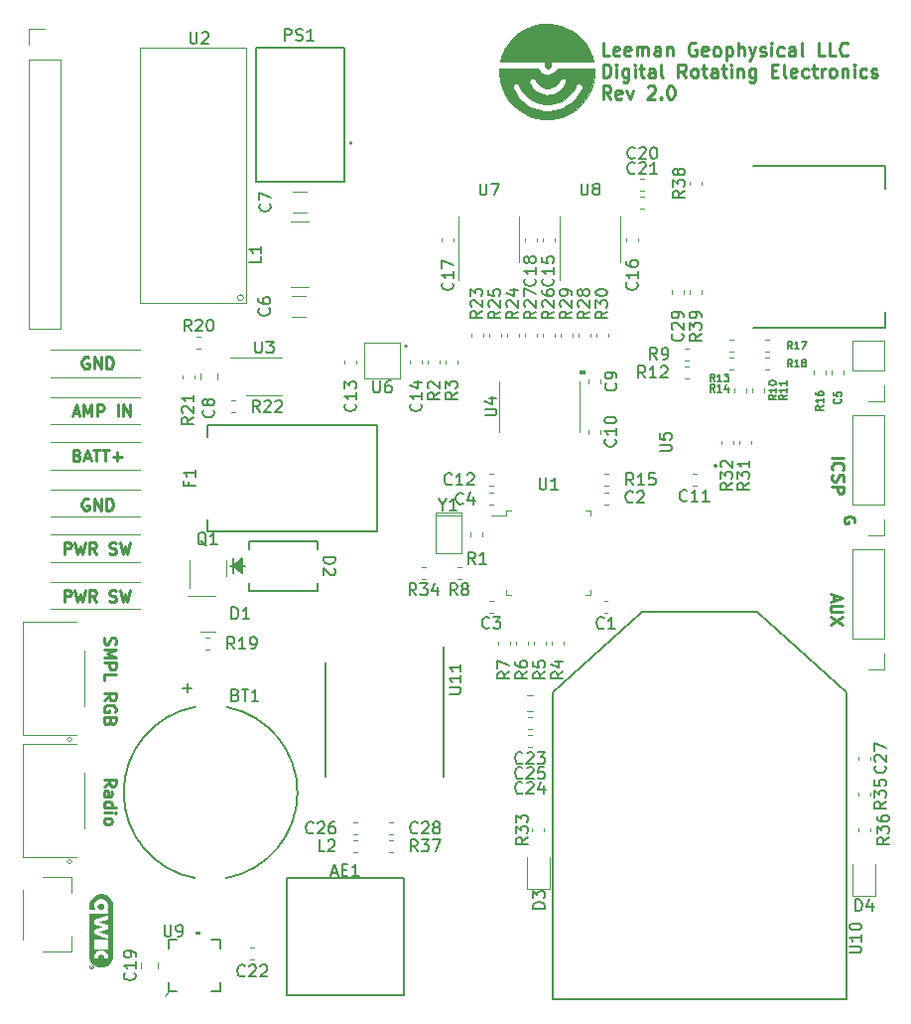
<source format=gbr>
%TF.GenerationSoftware,KiCad,Pcbnew,9.0.1*%
%TF.CreationDate,2025-06-11T13:29:21-05:00*%
%TF.ProjectId,Digital_PCB,44696769-7461-46c5-9f50-43422e6b6963,2.0*%
%TF.SameCoordinates,Original*%
%TF.FileFunction,Legend,Top*%
%TF.FilePolarity,Positive*%
%FSLAX46Y46*%
G04 Gerber Fmt 4.6, Leading zero omitted, Abs format (unit mm)*
G04 Created by KiCad (PCBNEW 9.0.1) date 2025-06-11 13:29:21*
%MOMM*%
%LPD*%
G01*
G04 APERTURE LIST*
%ADD10C,0.254000*%
%ADD11C,0.250000*%
%ADD12C,0.222250*%
%ADD13C,0.285750*%
%ADD14C,0.150000*%
%ADD15C,0.120000*%
%ADD16C,0.127000*%
%ADD17C,0.152400*%
%ADD18C,0.000000*%
%ADD19C,0.063500*%
%ADD20C,0.200000*%
%ADD21C,0.010000*%
%ADD22C,0.100000*%
G04 APERTURE END LIST*
D10*
X177597187Y-95401190D02*
X178613187Y-95401190D01*
X177693948Y-96465572D02*
X177645568Y-96417191D01*
X177645568Y-96417191D02*
X177597187Y-96272048D01*
X177597187Y-96272048D02*
X177597187Y-96175286D01*
X177597187Y-96175286D02*
X177645568Y-96030143D01*
X177645568Y-96030143D02*
X177742329Y-95933381D01*
X177742329Y-95933381D02*
X177839091Y-95885000D01*
X177839091Y-95885000D02*
X178032615Y-95836619D01*
X178032615Y-95836619D02*
X178177758Y-95836619D01*
X178177758Y-95836619D02*
X178371282Y-95885000D01*
X178371282Y-95885000D02*
X178468044Y-95933381D01*
X178468044Y-95933381D02*
X178564806Y-96030143D01*
X178564806Y-96030143D02*
X178613187Y-96175286D01*
X178613187Y-96175286D02*
X178613187Y-96272048D01*
X178613187Y-96272048D02*
X178564806Y-96417191D01*
X178564806Y-96417191D02*
X178516425Y-96465572D01*
X177645568Y-96852619D02*
X177597187Y-96997762D01*
X177597187Y-96997762D02*
X177597187Y-97239667D01*
X177597187Y-97239667D02*
X177645568Y-97336429D01*
X177645568Y-97336429D02*
X177693948Y-97384810D01*
X177693948Y-97384810D02*
X177790710Y-97433191D01*
X177790710Y-97433191D02*
X177887472Y-97433191D01*
X177887472Y-97433191D02*
X177984234Y-97384810D01*
X177984234Y-97384810D02*
X178032615Y-97336429D01*
X178032615Y-97336429D02*
X178080996Y-97239667D01*
X178080996Y-97239667D02*
X178129377Y-97046143D01*
X178129377Y-97046143D02*
X178177758Y-96949381D01*
X178177758Y-96949381D02*
X178226139Y-96901000D01*
X178226139Y-96901000D02*
X178322901Y-96852619D01*
X178322901Y-96852619D02*
X178419663Y-96852619D01*
X178419663Y-96852619D02*
X178516425Y-96901000D01*
X178516425Y-96901000D02*
X178564806Y-96949381D01*
X178564806Y-96949381D02*
X178613187Y-97046143D01*
X178613187Y-97046143D02*
X178613187Y-97288048D01*
X178613187Y-97288048D02*
X178564806Y-97433191D01*
X177597187Y-97868619D02*
X178613187Y-97868619D01*
X178613187Y-97868619D02*
X178613187Y-98255667D01*
X178613187Y-98255667D02*
X178564806Y-98352429D01*
X178564806Y-98352429D02*
X178516425Y-98400810D01*
X178516425Y-98400810D02*
X178419663Y-98449191D01*
X178419663Y-98449191D02*
X178274520Y-98449191D01*
X178274520Y-98449191D02*
X178177758Y-98400810D01*
X178177758Y-98400810D02*
X178129377Y-98352429D01*
X178129377Y-98352429D02*
X178080996Y-98255667D01*
X178080996Y-98255667D02*
X178080996Y-97868619D01*
X177760472Y-107083095D02*
X177760472Y-107566905D01*
X177470187Y-106986333D02*
X178486187Y-107325000D01*
X178486187Y-107325000D02*
X177470187Y-107663667D01*
X178486187Y-108002333D02*
X177663710Y-108002333D01*
X177663710Y-108002333D02*
X177566948Y-108050714D01*
X177566948Y-108050714D02*
X177518568Y-108099095D01*
X177518568Y-108099095D02*
X177470187Y-108195857D01*
X177470187Y-108195857D02*
X177470187Y-108389381D01*
X177470187Y-108389381D02*
X177518568Y-108486143D01*
X177518568Y-108486143D02*
X177566948Y-108534524D01*
X177566948Y-108534524D02*
X177663710Y-108582905D01*
X177663710Y-108582905D02*
X178486187Y-108582905D01*
X178486187Y-108969952D02*
X177470187Y-109647286D01*
X178486187Y-109647286D02*
X177470187Y-108969952D01*
D11*
X112107695Y-107704419D02*
X112107695Y-106704419D01*
X112107695Y-106704419D02*
X112488647Y-106704419D01*
X112488647Y-106704419D02*
X112583885Y-106752038D01*
X112583885Y-106752038D02*
X112631504Y-106799657D01*
X112631504Y-106799657D02*
X112679123Y-106894895D01*
X112679123Y-106894895D02*
X112679123Y-107037752D01*
X112679123Y-107037752D02*
X112631504Y-107132990D01*
X112631504Y-107132990D02*
X112583885Y-107180609D01*
X112583885Y-107180609D02*
X112488647Y-107228228D01*
X112488647Y-107228228D02*
X112107695Y-107228228D01*
X113012457Y-106704419D02*
X113250552Y-107704419D01*
X113250552Y-107704419D02*
X113441028Y-106990133D01*
X113441028Y-106990133D02*
X113631504Y-107704419D01*
X113631504Y-107704419D02*
X113869600Y-106704419D01*
X114821980Y-107704419D02*
X114488647Y-107228228D01*
X114250552Y-107704419D02*
X114250552Y-106704419D01*
X114250552Y-106704419D02*
X114631504Y-106704419D01*
X114631504Y-106704419D02*
X114726742Y-106752038D01*
X114726742Y-106752038D02*
X114774361Y-106799657D01*
X114774361Y-106799657D02*
X114821980Y-106894895D01*
X114821980Y-106894895D02*
X114821980Y-107037752D01*
X114821980Y-107037752D02*
X114774361Y-107132990D01*
X114774361Y-107132990D02*
X114726742Y-107180609D01*
X114726742Y-107180609D02*
X114631504Y-107228228D01*
X114631504Y-107228228D02*
X114250552Y-107228228D01*
X115964838Y-107656800D02*
X116107695Y-107704419D01*
X116107695Y-107704419D02*
X116345790Y-107704419D01*
X116345790Y-107704419D02*
X116441028Y-107656800D01*
X116441028Y-107656800D02*
X116488647Y-107609180D01*
X116488647Y-107609180D02*
X116536266Y-107513942D01*
X116536266Y-107513942D02*
X116536266Y-107418704D01*
X116536266Y-107418704D02*
X116488647Y-107323466D01*
X116488647Y-107323466D02*
X116441028Y-107275847D01*
X116441028Y-107275847D02*
X116345790Y-107228228D01*
X116345790Y-107228228D02*
X116155314Y-107180609D01*
X116155314Y-107180609D02*
X116060076Y-107132990D01*
X116060076Y-107132990D02*
X116012457Y-107085371D01*
X116012457Y-107085371D02*
X115964838Y-106990133D01*
X115964838Y-106990133D02*
X115964838Y-106894895D01*
X115964838Y-106894895D02*
X116012457Y-106799657D01*
X116012457Y-106799657D02*
X116060076Y-106752038D01*
X116060076Y-106752038D02*
X116155314Y-106704419D01*
X116155314Y-106704419D02*
X116393409Y-106704419D01*
X116393409Y-106704419D02*
X116536266Y-106752038D01*
X116869600Y-106704419D02*
X117107695Y-107704419D01*
X117107695Y-107704419D02*
X117298171Y-106990133D01*
X117298171Y-106990133D02*
X117488647Y-107704419D01*
X117488647Y-107704419D02*
X117726743Y-106704419D01*
D12*
X179516954Y-100943833D02*
X179559287Y-100859166D01*
X179559287Y-100859166D02*
X179559287Y-100732166D01*
X179559287Y-100732166D02*
X179516954Y-100605166D01*
X179516954Y-100605166D02*
X179432287Y-100520500D01*
X179432287Y-100520500D02*
X179347621Y-100478166D01*
X179347621Y-100478166D02*
X179178287Y-100435833D01*
X179178287Y-100435833D02*
X179051287Y-100435833D01*
X179051287Y-100435833D02*
X178881954Y-100478166D01*
X178881954Y-100478166D02*
X178797287Y-100520500D01*
X178797287Y-100520500D02*
X178712621Y-100605166D01*
X178712621Y-100605166D02*
X178670287Y-100732166D01*
X178670287Y-100732166D02*
X178670287Y-100816833D01*
X178670287Y-100816833D02*
X178712621Y-100943833D01*
X178712621Y-100943833D02*
X178754954Y-100986166D01*
X178754954Y-100986166D02*
X179051287Y-100986166D01*
X179051287Y-100986166D02*
X179051287Y-100816833D01*
D11*
X114173095Y-86873238D02*
X114077857Y-86825619D01*
X114077857Y-86825619D02*
X113935000Y-86825619D01*
X113935000Y-86825619D02*
X113792143Y-86873238D01*
X113792143Y-86873238D02*
X113696905Y-86968476D01*
X113696905Y-86968476D02*
X113649286Y-87063714D01*
X113649286Y-87063714D02*
X113601667Y-87254190D01*
X113601667Y-87254190D02*
X113601667Y-87397047D01*
X113601667Y-87397047D02*
X113649286Y-87587523D01*
X113649286Y-87587523D02*
X113696905Y-87682761D01*
X113696905Y-87682761D02*
X113792143Y-87778000D01*
X113792143Y-87778000D02*
X113935000Y-87825619D01*
X113935000Y-87825619D02*
X114030238Y-87825619D01*
X114030238Y-87825619D02*
X114173095Y-87778000D01*
X114173095Y-87778000D02*
X114220714Y-87730380D01*
X114220714Y-87730380D02*
X114220714Y-87397047D01*
X114220714Y-87397047D02*
X114030238Y-87397047D01*
X114649286Y-87825619D02*
X114649286Y-86825619D01*
X114649286Y-86825619D02*
X115220714Y-87825619D01*
X115220714Y-87825619D02*
X115220714Y-86825619D01*
X115696905Y-87825619D02*
X115696905Y-86825619D01*
X115696905Y-86825619D02*
X115935000Y-86825619D01*
X115935000Y-86825619D02*
X116077857Y-86873238D01*
X116077857Y-86873238D02*
X116173095Y-86968476D01*
X116173095Y-86968476D02*
X116220714Y-87063714D01*
X116220714Y-87063714D02*
X116268333Y-87254190D01*
X116268333Y-87254190D02*
X116268333Y-87397047D01*
X116268333Y-87397047D02*
X116220714Y-87587523D01*
X116220714Y-87587523D02*
X116173095Y-87682761D01*
X116173095Y-87682761D02*
X116077857Y-87778000D01*
X116077857Y-87778000D02*
X115935000Y-87825619D01*
X115935000Y-87825619D02*
X115696905Y-87825619D01*
X113196904Y-95191809D02*
X113339761Y-95239428D01*
X113339761Y-95239428D02*
X113387380Y-95287047D01*
X113387380Y-95287047D02*
X113434999Y-95382285D01*
X113434999Y-95382285D02*
X113434999Y-95525142D01*
X113434999Y-95525142D02*
X113387380Y-95620380D01*
X113387380Y-95620380D02*
X113339761Y-95668000D01*
X113339761Y-95668000D02*
X113244523Y-95715619D01*
X113244523Y-95715619D02*
X112863571Y-95715619D01*
X112863571Y-95715619D02*
X112863571Y-94715619D01*
X112863571Y-94715619D02*
X113196904Y-94715619D01*
X113196904Y-94715619D02*
X113292142Y-94763238D01*
X113292142Y-94763238D02*
X113339761Y-94810857D01*
X113339761Y-94810857D02*
X113387380Y-94906095D01*
X113387380Y-94906095D02*
X113387380Y-95001333D01*
X113387380Y-95001333D02*
X113339761Y-95096571D01*
X113339761Y-95096571D02*
X113292142Y-95144190D01*
X113292142Y-95144190D02*
X113196904Y-95191809D01*
X113196904Y-95191809D02*
X112863571Y-95191809D01*
X113815952Y-95429904D02*
X114292142Y-95429904D01*
X113720714Y-95715619D02*
X114054047Y-94715619D01*
X114054047Y-94715619D02*
X114387380Y-95715619D01*
X114577857Y-94715619D02*
X115149285Y-94715619D01*
X114863571Y-95715619D02*
X114863571Y-94715619D01*
X115339762Y-94715619D02*
X115911190Y-94715619D01*
X115625476Y-95715619D02*
X115625476Y-94715619D01*
X116244524Y-95334666D02*
X117006429Y-95334666D01*
X116625476Y-95715619D02*
X116625476Y-94953714D01*
X114173095Y-98938238D02*
X114077857Y-98890619D01*
X114077857Y-98890619D02*
X113935000Y-98890619D01*
X113935000Y-98890619D02*
X113792143Y-98938238D01*
X113792143Y-98938238D02*
X113696905Y-99033476D01*
X113696905Y-99033476D02*
X113649286Y-99128714D01*
X113649286Y-99128714D02*
X113601667Y-99319190D01*
X113601667Y-99319190D02*
X113601667Y-99462047D01*
X113601667Y-99462047D02*
X113649286Y-99652523D01*
X113649286Y-99652523D02*
X113696905Y-99747761D01*
X113696905Y-99747761D02*
X113792143Y-99843000D01*
X113792143Y-99843000D02*
X113935000Y-99890619D01*
X113935000Y-99890619D02*
X114030238Y-99890619D01*
X114030238Y-99890619D02*
X114173095Y-99843000D01*
X114173095Y-99843000D02*
X114220714Y-99795380D01*
X114220714Y-99795380D02*
X114220714Y-99462047D01*
X114220714Y-99462047D02*
X114030238Y-99462047D01*
X114649286Y-99890619D02*
X114649286Y-98890619D01*
X114649286Y-98890619D02*
X115220714Y-99890619D01*
X115220714Y-99890619D02*
X115220714Y-98890619D01*
X115696905Y-99890619D02*
X115696905Y-98890619D01*
X115696905Y-98890619D02*
X115935000Y-98890619D01*
X115935000Y-98890619D02*
X116077857Y-98938238D01*
X116077857Y-98938238D02*
X116173095Y-99033476D01*
X116173095Y-99033476D02*
X116220714Y-99128714D01*
X116220714Y-99128714D02*
X116268333Y-99319190D01*
X116268333Y-99319190D02*
X116268333Y-99462047D01*
X116268333Y-99462047D02*
X116220714Y-99652523D01*
X116220714Y-99652523D02*
X116173095Y-99747761D01*
X116173095Y-99747761D02*
X116077857Y-99843000D01*
X116077857Y-99843000D02*
X115935000Y-99890619D01*
X115935000Y-99890619D02*
X115696905Y-99890619D01*
X112863619Y-91603904D02*
X113339809Y-91603904D01*
X112768381Y-91889619D02*
X113101714Y-90889619D01*
X113101714Y-90889619D02*
X113435047Y-91889619D01*
X113768381Y-91889619D02*
X113768381Y-90889619D01*
X113768381Y-90889619D02*
X114101714Y-91603904D01*
X114101714Y-91603904D02*
X114435047Y-90889619D01*
X114435047Y-90889619D02*
X114435047Y-91889619D01*
X114911238Y-91889619D02*
X114911238Y-90889619D01*
X114911238Y-90889619D02*
X115292190Y-90889619D01*
X115292190Y-90889619D02*
X115387428Y-90937238D01*
X115387428Y-90937238D02*
X115435047Y-90984857D01*
X115435047Y-90984857D02*
X115482666Y-91080095D01*
X115482666Y-91080095D02*
X115482666Y-91222952D01*
X115482666Y-91222952D02*
X115435047Y-91318190D01*
X115435047Y-91318190D02*
X115387428Y-91365809D01*
X115387428Y-91365809D02*
X115292190Y-91413428D01*
X115292190Y-91413428D02*
X114911238Y-91413428D01*
X116673143Y-91889619D02*
X116673143Y-90889619D01*
X117149333Y-91889619D02*
X117149333Y-90889619D01*
X117149333Y-90889619D02*
X117720761Y-91889619D01*
X117720761Y-91889619D02*
X117720761Y-90889619D01*
D10*
X115494187Y-123407714D02*
X115977996Y-123069047D01*
X115494187Y-122827142D02*
X116510187Y-122827142D01*
X116510187Y-122827142D02*
X116510187Y-123214190D01*
X116510187Y-123214190D02*
X116461806Y-123310952D01*
X116461806Y-123310952D02*
X116413425Y-123359333D01*
X116413425Y-123359333D02*
X116316663Y-123407714D01*
X116316663Y-123407714D02*
X116171520Y-123407714D01*
X116171520Y-123407714D02*
X116074758Y-123359333D01*
X116074758Y-123359333D02*
X116026377Y-123310952D01*
X116026377Y-123310952D02*
X115977996Y-123214190D01*
X115977996Y-123214190D02*
X115977996Y-122827142D01*
X115494187Y-124278571D02*
X116026377Y-124278571D01*
X116026377Y-124278571D02*
X116123139Y-124230190D01*
X116123139Y-124230190D02*
X116171520Y-124133428D01*
X116171520Y-124133428D02*
X116171520Y-123939904D01*
X116171520Y-123939904D02*
X116123139Y-123843142D01*
X115542568Y-124278571D02*
X115494187Y-124181809D01*
X115494187Y-124181809D02*
X115494187Y-123939904D01*
X115494187Y-123939904D02*
X115542568Y-123843142D01*
X115542568Y-123843142D02*
X115639329Y-123794761D01*
X115639329Y-123794761D02*
X115736091Y-123794761D01*
X115736091Y-123794761D02*
X115832853Y-123843142D01*
X115832853Y-123843142D02*
X115881234Y-123939904D01*
X115881234Y-123939904D02*
X115881234Y-124181809D01*
X115881234Y-124181809D02*
X115929615Y-124278571D01*
X115494187Y-125197809D02*
X116510187Y-125197809D01*
X115542568Y-125197809D02*
X115494187Y-125101047D01*
X115494187Y-125101047D02*
X115494187Y-124907523D01*
X115494187Y-124907523D02*
X115542568Y-124810761D01*
X115542568Y-124810761D02*
X115590948Y-124762380D01*
X115590948Y-124762380D02*
X115687710Y-124713999D01*
X115687710Y-124713999D02*
X115977996Y-124713999D01*
X115977996Y-124713999D02*
X116074758Y-124762380D01*
X116074758Y-124762380D02*
X116123139Y-124810761D01*
X116123139Y-124810761D02*
X116171520Y-124907523D01*
X116171520Y-124907523D02*
X116171520Y-125101047D01*
X116171520Y-125101047D02*
X116123139Y-125197809D01*
X115494187Y-125681618D02*
X116171520Y-125681618D01*
X116510187Y-125681618D02*
X116461806Y-125633237D01*
X116461806Y-125633237D02*
X116413425Y-125681618D01*
X116413425Y-125681618D02*
X116461806Y-125729999D01*
X116461806Y-125729999D02*
X116510187Y-125681618D01*
X116510187Y-125681618D02*
X116413425Y-125681618D01*
X115494187Y-126310571D02*
X115542568Y-126213809D01*
X115542568Y-126213809D02*
X115590948Y-126165428D01*
X115590948Y-126165428D02*
X115687710Y-126117047D01*
X115687710Y-126117047D02*
X115977996Y-126117047D01*
X115977996Y-126117047D02*
X116074758Y-126165428D01*
X116074758Y-126165428D02*
X116123139Y-126213809D01*
X116123139Y-126213809D02*
X116171520Y-126310571D01*
X116171520Y-126310571D02*
X116171520Y-126455714D01*
X116171520Y-126455714D02*
X116123139Y-126552476D01*
X116123139Y-126552476D02*
X116074758Y-126600857D01*
X116074758Y-126600857D02*
X115977996Y-126649238D01*
X115977996Y-126649238D02*
X115687710Y-126649238D01*
X115687710Y-126649238D02*
X115590948Y-126600857D01*
X115590948Y-126600857D02*
X115542568Y-126552476D01*
X115542568Y-126552476D02*
X115494187Y-126455714D01*
X115494187Y-126455714D02*
X115494187Y-126310571D01*
X115542568Y-110725857D02*
X115494187Y-110871000D01*
X115494187Y-110871000D02*
X115494187Y-111112905D01*
X115494187Y-111112905D02*
X115542568Y-111209667D01*
X115542568Y-111209667D02*
X115590948Y-111258048D01*
X115590948Y-111258048D02*
X115687710Y-111306429D01*
X115687710Y-111306429D02*
X115784472Y-111306429D01*
X115784472Y-111306429D02*
X115881234Y-111258048D01*
X115881234Y-111258048D02*
X115929615Y-111209667D01*
X115929615Y-111209667D02*
X115977996Y-111112905D01*
X115977996Y-111112905D02*
X116026377Y-110919381D01*
X116026377Y-110919381D02*
X116074758Y-110822619D01*
X116074758Y-110822619D02*
X116123139Y-110774238D01*
X116123139Y-110774238D02*
X116219901Y-110725857D01*
X116219901Y-110725857D02*
X116316663Y-110725857D01*
X116316663Y-110725857D02*
X116413425Y-110774238D01*
X116413425Y-110774238D02*
X116461806Y-110822619D01*
X116461806Y-110822619D02*
X116510187Y-110919381D01*
X116510187Y-110919381D02*
X116510187Y-111161286D01*
X116510187Y-111161286D02*
X116461806Y-111306429D01*
X115494187Y-111741857D02*
X116510187Y-111741857D01*
X116510187Y-111741857D02*
X115784472Y-112080524D01*
X115784472Y-112080524D02*
X116510187Y-112419191D01*
X116510187Y-112419191D02*
X115494187Y-112419191D01*
X115494187Y-112903000D02*
X116510187Y-112903000D01*
X116510187Y-112903000D02*
X116510187Y-113290048D01*
X116510187Y-113290048D02*
X116461806Y-113386810D01*
X116461806Y-113386810D02*
X116413425Y-113435191D01*
X116413425Y-113435191D02*
X116316663Y-113483572D01*
X116316663Y-113483572D02*
X116171520Y-113483572D01*
X116171520Y-113483572D02*
X116074758Y-113435191D01*
X116074758Y-113435191D02*
X116026377Y-113386810D01*
X116026377Y-113386810D02*
X115977996Y-113290048D01*
X115977996Y-113290048D02*
X115977996Y-112903000D01*
X115494187Y-114402810D02*
X115494187Y-113919000D01*
X115494187Y-113919000D02*
X116510187Y-113919000D01*
X115494187Y-116096143D02*
X115977996Y-115757476D01*
X115494187Y-115515571D02*
X116510187Y-115515571D01*
X116510187Y-115515571D02*
X116510187Y-115902619D01*
X116510187Y-115902619D02*
X116461806Y-115999381D01*
X116461806Y-115999381D02*
X116413425Y-116047762D01*
X116413425Y-116047762D02*
X116316663Y-116096143D01*
X116316663Y-116096143D02*
X116171520Y-116096143D01*
X116171520Y-116096143D02*
X116074758Y-116047762D01*
X116074758Y-116047762D02*
X116026377Y-115999381D01*
X116026377Y-115999381D02*
X115977996Y-115902619D01*
X115977996Y-115902619D02*
X115977996Y-115515571D01*
X116461806Y-117063762D02*
X116510187Y-116967000D01*
X116510187Y-116967000D02*
X116510187Y-116821857D01*
X116510187Y-116821857D02*
X116461806Y-116676714D01*
X116461806Y-116676714D02*
X116365044Y-116579952D01*
X116365044Y-116579952D02*
X116268282Y-116531571D01*
X116268282Y-116531571D02*
X116074758Y-116483190D01*
X116074758Y-116483190D02*
X115929615Y-116483190D01*
X115929615Y-116483190D02*
X115736091Y-116531571D01*
X115736091Y-116531571D02*
X115639329Y-116579952D01*
X115639329Y-116579952D02*
X115542568Y-116676714D01*
X115542568Y-116676714D02*
X115494187Y-116821857D01*
X115494187Y-116821857D02*
X115494187Y-116918619D01*
X115494187Y-116918619D02*
X115542568Y-117063762D01*
X115542568Y-117063762D02*
X115590948Y-117112143D01*
X115590948Y-117112143D02*
X115929615Y-117112143D01*
X115929615Y-117112143D02*
X115929615Y-116918619D01*
X116026377Y-117886238D02*
X115977996Y-118031381D01*
X115977996Y-118031381D02*
X115929615Y-118079762D01*
X115929615Y-118079762D02*
X115832853Y-118128143D01*
X115832853Y-118128143D02*
X115687710Y-118128143D01*
X115687710Y-118128143D02*
X115590948Y-118079762D01*
X115590948Y-118079762D02*
X115542568Y-118031381D01*
X115542568Y-118031381D02*
X115494187Y-117934619D01*
X115494187Y-117934619D02*
X115494187Y-117547571D01*
X115494187Y-117547571D02*
X116510187Y-117547571D01*
X116510187Y-117547571D02*
X116510187Y-117886238D01*
X116510187Y-117886238D02*
X116461806Y-117983000D01*
X116461806Y-117983000D02*
X116413425Y-118031381D01*
X116413425Y-118031381D02*
X116316663Y-118079762D01*
X116316663Y-118079762D02*
X116219901Y-118079762D01*
X116219901Y-118079762D02*
X116123139Y-118031381D01*
X116123139Y-118031381D02*
X116074758Y-117983000D01*
X116074758Y-117983000D02*
X116026377Y-117886238D01*
X116026377Y-117886238D02*
X116026377Y-117547571D01*
D13*
X158611421Y-61157748D02*
X158067135Y-61157748D01*
X158067135Y-61157748D02*
X158067135Y-60014748D01*
X159427850Y-61103320D02*
X159318993Y-61157748D01*
X159318993Y-61157748D02*
X159101279Y-61157748D01*
X159101279Y-61157748D02*
X158992421Y-61103320D01*
X158992421Y-61103320D02*
X158937993Y-60994462D01*
X158937993Y-60994462D02*
X158937993Y-60559034D01*
X158937993Y-60559034D02*
X158992421Y-60450177D01*
X158992421Y-60450177D02*
X159101279Y-60395748D01*
X159101279Y-60395748D02*
X159318993Y-60395748D01*
X159318993Y-60395748D02*
X159427850Y-60450177D01*
X159427850Y-60450177D02*
X159482279Y-60559034D01*
X159482279Y-60559034D02*
X159482279Y-60667891D01*
X159482279Y-60667891D02*
X158937993Y-60776748D01*
X160407564Y-61103320D02*
X160298707Y-61157748D01*
X160298707Y-61157748D02*
X160080993Y-61157748D01*
X160080993Y-61157748D02*
X159972135Y-61103320D01*
X159972135Y-61103320D02*
X159917707Y-60994462D01*
X159917707Y-60994462D02*
X159917707Y-60559034D01*
X159917707Y-60559034D02*
X159972135Y-60450177D01*
X159972135Y-60450177D02*
X160080993Y-60395748D01*
X160080993Y-60395748D02*
X160298707Y-60395748D01*
X160298707Y-60395748D02*
X160407564Y-60450177D01*
X160407564Y-60450177D02*
X160461993Y-60559034D01*
X160461993Y-60559034D02*
X160461993Y-60667891D01*
X160461993Y-60667891D02*
X159917707Y-60776748D01*
X160951849Y-61157748D02*
X160951849Y-60395748D01*
X160951849Y-60504605D02*
X161006278Y-60450177D01*
X161006278Y-60450177D02*
X161115135Y-60395748D01*
X161115135Y-60395748D02*
X161278421Y-60395748D01*
X161278421Y-60395748D02*
X161387278Y-60450177D01*
X161387278Y-60450177D02*
X161441707Y-60559034D01*
X161441707Y-60559034D02*
X161441707Y-61157748D01*
X161441707Y-60559034D02*
X161496135Y-60450177D01*
X161496135Y-60450177D02*
X161604992Y-60395748D01*
X161604992Y-60395748D02*
X161768278Y-60395748D01*
X161768278Y-60395748D02*
X161877135Y-60450177D01*
X161877135Y-60450177D02*
X161931564Y-60559034D01*
X161931564Y-60559034D02*
X161931564Y-61157748D01*
X162965707Y-61157748D02*
X162965707Y-60559034D01*
X162965707Y-60559034D02*
X162911278Y-60450177D01*
X162911278Y-60450177D02*
X162802421Y-60395748D01*
X162802421Y-60395748D02*
X162584707Y-60395748D01*
X162584707Y-60395748D02*
X162475849Y-60450177D01*
X162965707Y-61103320D02*
X162856849Y-61157748D01*
X162856849Y-61157748D02*
X162584707Y-61157748D01*
X162584707Y-61157748D02*
X162475849Y-61103320D01*
X162475849Y-61103320D02*
X162421421Y-60994462D01*
X162421421Y-60994462D02*
X162421421Y-60885605D01*
X162421421Y-60885605D02*
X162475849Y-60776748D01*
X162475849Y-60776748D02*
X162584707Y-60722320D01*
X162584707Y-60722320D02*
X162856849Y-60722320D01*
X162856849Y-60722320D02*
X162965707Y-60667891D01*
X163509992Y-60395748D02*
X163509992Y-61157748D01*
X163509992Y-60504605D02*
X163564421Y-60450177D01*
X163564421Y-60450177D02*
X163673278Y-60395748D01*
X163673278Y-60395748D02*
X163836564Y-60395748D01*
X163836564Y-60395748D02*
X163945421Y-60450177D01*
X163945421Y-60450177D02*
X163999850Y-60559034D01*
X163999850Y-60559034D02*
X163999850Y-61157748D01*
X166013707Y-60069177D02*
X165904850Y-60014748D01*
X165904850Y-60014748D02*
X165741564Y-60014748D01*
X165741564Y-60014748D02*
X165578278Y-60069177D01*
X165578278Y-60069177D02*
X165469421Y-60178034D01*
X165469421Y-60178034D02*
X165414992Y-60286891D01*
X165414992Y-60286891D02*
X165360564Y-60504605D01*
X165360564Y-60504605D02*
X165360564Y-60667891D01*
X165360564Y-60667891D02*
X165414992Y-60885605D01*
X165414992Y-60885605D02*
X165469421Y-60994462D01*
X165469421Y-60994462D02*
X165578278Y-61103320D01*
X165578278Y-61103320D02*
X165741564Y-61157748D01*
X165741564Y-61157748D02*
X165850421Y-61157748D01*
X165850421Y-61157748D02*
X166013707Y-61103320D01*
X166013707Y-61103320D02*
X166068135Y-61048891D01*
X166068135Y-61048891D02*
X166068135Y-60667891D01*
X166068135Y-60667891D02*
X165850421Y-60667891D01*
X166993421Y-61103320D02*
X166884564Y-61157748D01*
X166884564Y-61157748D02*
X166666850Y-61157748D01*
X166666850Y-61157748D02*
X166557992Y-61103320D01*
X166557992Y-61103320D02*
X166503564Y-60994462D01*
X166503564Y-60994462D02*
X166503564Y-60559034D01*
X166503564Y-60559034D02*
X166557992Y-60450177D01*
X166557992Y-60450177D02*
X166666850Y-60395748D01*
X166666850Y-60395748D02*
X166884564Y-60395748D01*
X166884564Y-60395748D02*
X166993421Y-60450177D01*
X166993421Y-60450177D02*
X167047850Y-60559034D01*
X167047850Y-60559034D02*
X167047850Y-60667891D01*
X167047850Y-60667891D02*
X166503564Y-60776748D01*
X167700992Y-61157748D02*
X167592135Y-61103320D01*
X167592135Y-61103320D02*
X167537706Y-61048891D01*
X167537706Y-61048891D02*
X167483278Y-60940034D01*
X167483278Y-60940034D02*
X167483278Y-60613462D01*
X167483278Y-60613462D02*
X167537706Y-60504605D01*
X167537706Y-60504605D02*
X167592135Y-60450177D01*
X167592135Y-60450177D02*
X167700992Y-60395748D01*
X167700992Y-60395748D02*
X167864278Y-60395748D01*
X167864278Y-60395748D02*
X167973135Y-60450177D01*
X167973135Y-60450177D02*
X168027564Y-60504605D01*
X168027564Y-60504605D02*
X168081992Y-60613462D01*
X168081992Y-60613462D02*
X168081992Y-60940034D01*
X168081992Y-60940034D02*
X168027564Y-61048891D01*
X168027564Y-61048891D02*
X167973135Y-61103320D01*
X167973135Y-61103320D02*
X167864278Y-61157748D01*
X167864278Y-61157748D02*
X167700992Y-61157748D01*
X168571849Y-60395748D02*
X168571849Y-61538748D01*
X168571849Y-60450177D02*
X168680707Y-60395748D01*
X168680707Y-60395748D02*
X168898421Y-60395748D01*
X168898421Y-60395748D02*
X169007278Y-60450177D01*
X169007278Y-60450177D02*
X169061707Y-60504605D01*
X169061707Y-60504605D02*
X169116135Y-60613462D01*
X169116135Y-60613462D02*
X169116135Y-60940034D01*
X169116135Y-60940034D02*
X169061707Y-61048891D01*
X169061707Y-61048891D02*
X169007278Y-61103320D01*
X169007278Y-61103320D02*
X168898421Y-61157748D01*
X168898421Y-61157748D02*
X168680707Y-61157748D01*
X168680707Y-61157748D02*
X168571849Y-61103320D01*
X169605992Y-61157748D02*
X169605992Y-60014748D01*
X170095850Y-61157748D02*
X170095850Y-60559034D01*
X170095850Y-60559034D02*
X170041421Y-60450177D01*
X170041421Y-60450177D02*
X169932564Y-60395748D01*
X169932564Y-60395748D02*
X169769278Y-60395748D01*
X169769278Y-60395748D02*
X169660421Y-60450177D01*
X169660421Y-60450177D02*
X169605992Y-60504605D01*
X170531278Y-60395748D02*
X170803421Y-61157748D01*
X171075564Y-60395748D02*
X170803421Y-61157748D01*
X170803421Y-61157748D02*
X170694564Y-61429891D01*
X170694564Y-61429891D02*
X170640135Y-61484320D01*
X170640135Y-61484320D02*
X170531278Y-61538748D01*
X171456564Y-61103320D02*
X171565421Y-61157748D01*
X171565421Y-61157748D02*
X171783135Y-61157748D01*
X171783135Y-61157748D02*
X171891992Y-61103320D01*
X171891992Y-61103320D02*
X171946421Y-60994462D01*
X171946421Y-60994462D02*
X171946421Y-60940034D01*
X171946421Y-60940034D02*
X171891992Y-60831177D01*
X171891992Y-60831177D02*
X171783135Y-60776748D01*
X171783135Y-60776748D02*
X171619850Y-60776748D01*
X171619850Y-60776748D02*
X171510992Y-60722320D01*
X171510992Y-60722320D02*
X171456564Y-60613462D01*
X171456564Y-60613462D02*
X171456564Y-60559034D01*
X171456564Y-60559034D02*
X171510992Y-60450177D01*
X171510992Y-60450177D02*
X171619850Y-60395748D01*
X171619850Y-60395748D02*
X171783135Y-60395748D01*
X171783135Y-60395748D02*
X171891992Y-60450177D01*
X172436278Y-61157748D02*
X172436278Y-60395748D01*
X172436278Y-60014748D02*
X172381850Y-60069177D01*
X172381850Y-60069177D02*
X172436278Y-60123605D01*
X172436278Y-60123605D02*
X172490707Y-60069177D01*
X172490707Y-60069177D02*
X172436278Y-60014748D01*
X172436278Y-60014748D02*
X172436278Y-60123605D01*
X173470422Y-61103320D02*
X173361564Y-61157748D01*
X173361564Y-61157748D02*
X173143850Y-61157748D01*
X173143850Y-61157748D02*
X173034993Y-61103320D01*
X173034993Y-61103320D02*
X172980564Y-61048891D01*
X172980564Y-61048891D02*
X172926136Y-60940034D01*
X172926136Y-60940034D02*
X172926136Y-60613462D01*
X172926136Y-60613462D02*
X172980564Y-60504605D01*
X172980564Y-60504605D02*
X173034993Y-60450177D01*
X173034993Y-60450177D02*
X173143850Y-60395748D01*
X173143850Y-60395748D02*
X173361564Y-60395748D01*
X173361564Y-60395748D02*
X173470422Y-60450177D01*
X174450136Y-61157748D02*
X174450136Y-60559034D01*
X174450136Y-60559034D02*
X174395707Y-60450177D01*
X174395707Y-60450177D02*
X174286850Y-60395748D01*
X174286850Y-60395748D02*
X174069136Y-60395748D01*
X174069136Y-60395748D02*
X173960278Y-60450177D01*
X174450136Y-61103320D02*
X174341278Y-61157748D01*
X174341278Y-61157748D02*
X174069136Y-61157748D01*
X174069136Y-61157748D02*
X173960278Y-61103320D01*
X173960278Y-61103320D02*
X173905850Y-60994462D01*
X173905850Y-60994462D02*
X173905850Y-60885605D01*
X173905850Y-60885605D02*
X173960278Y-60776748D01*
X173960278Y-60776748D02*
X174069136Y-60722320D01*
X174069136Y-60722320D02*
X174341278Y-60722320D01*
X174341278Y-60722320D02*
X174450136Y-60667891D01*
X175157707Y-61157748D02*
X175048850Y-61103320D01*
X175048850Y-61103320D02*
X174994421Y-60994462D01*
X174994421Y-60994462D02*
X174994421Y-60014748D01*
X177008278Y-61157748D02*
X176463992Y-61157748D01*
X176463992Y-61157748D02*
X176463992Y-60014748D01*
X177933564Y-61157748D02*
X177389278Y-61157748D01*
X177389278Y-61157748D02*
X177389278Y-60014748D01*
X178967707Y-61048891D02*
X178913279Y-61103320D01*
X178913279Y-61103320D02*
X178749993Y-61157748D01*
X178749993Y-61157748D02*
X178641136Y-61157748D01*
X178641136Y-61157748D02*
X178477850Y-61103320D01*
X178477850Y-61103320D02*
X178368993Y-60994462D01*
X178368993Y-60994462D02*
X178314564Y-60885605D01*
X178314564Y-60885605D02*
X178260136Y-60667891D01*
X178260136Y-60667891D02*
X178260136Y-60504605D01*
X178260136Y-60504605D02*
X178314564Y-60286891D01*
X178314564Y-60286891D02*
X178368993Y-60178034D01*
X178368993Y-60178034D02*
X178477850Y-60069177D01*
X178477850Y-60069177D02*
X178641136Y-60014748D01*
X178641136Y-60014748D02*
X178749993Y-60014748D01*
X178749993Y-60014748D02*
X178913279Y-60069177D01*
X178913279Y-60069177D02*
X178967707Y-60123605D01*
X158067135Y-62997914D02*
X158067135Y-61854914D01*
X158067135Y-61854914D02*
X158339278Y-61854914D01*
X158339278Y-61854914D02*
X158502564Y-61909343D01*
X158502564Y-61909343D02*
X158611421Y-62018200D01*
X158611421Y-62018200D02*
X158665850Y-62127057D01*
X158665850Y-62127057D02*
X158720278Y-62344771D01*
X158720278Y-62344771D02*
X158720278Y-62508057D01*
X158720278Y-62508057D02*
X158665850Y-62725771D01*
X158665850Y-62725771D02*
X158611421Y-62834628D01*
X158611421Y-62834628D02*
X158502564Y-62943486D01*
X158502564Y-62943486D02*
X158339278Y-62997914D01*
X158339278Y-62997914D02*
X158067135Y-62997914D01*
X159210135Y-62997914D02*
X159210135Y-62235914D01*
X159210135Y-61854914D02*
X159155707Y-61909343D01*
X159155707Y-61909343D02*
X159210135Y-61963771D01*
X159210135Y-61963771D02*
X159264564Y-61909343D01*
X159264564Y-61909343D02*
X159210135Y-61854914D01*
X159210135Y-61854914D02*
X159210135Y-61963771D01*
X160244279Y-62235914D02*
X160244279Y-63161200D01*
X160244279Y-63161200D02*
X160189850Y-63270057D01*
X160189850Y-63270057D02*
X160135421Y-63324486D01*
X160135421Y-63324486D02*
X160026564Y-63378914D01*
X160026564Y-63378914D02*
X159863279Y-63378914D01*
X159863279Y-63378914D02*
X159754421Y-63324486D01*
X160244279Y-62943486D02*
X160135421Y-62997914D01*
X160135421Y-62997914D02*
X159917707Y-62997914D01*
X159917707Y-62997914D02*
X159808850Y-62943486D01*
X159808850Y-62943486D02*
X159754421Y-62889057D01*
X159754421Y-62889057D02*
X159699993Y-62780200D01*
X159699993Y-62780200D02*
X159699993Y-62453628D01*
X159699993Y-62453628D02*
X159754421Y-62344771D01*
X159754421Y-62344771D02*
X159808850Y-62290343D01*
X159808850Y-62290343D02*
X159917707Y-62235914D01*
X159917707Y-62235914D02*
X160135421Y-62235914D01*
X160135421Y-62235914D02*
X160244279Y-62290343D01*
X160788564Y-62997914D02*
X160788564Y-62235914D01*
X160788564Y-61854914D02*
X160734136Y-61909343D01*
X160734136Y-61909343D02*
X160788564Y-61963771D01*
X160788564Y-61963771D02*
X160842993Y-61909343D01*
X160842993Y-61909343D02*
X160788564Y-61854914D01*
X160788564Y-61854914D02*
X160788564Y-61963771D01*
X161169565Y-62235914D02*
X161604993Y-62235914D01*
X161332850Y-61854914D02*
X161332850Y-62834628D01*
X161332850Y-62834628D02*
X161387279Y-62943486D01*
X161387279Y-62943486D02*
X161496136Y-62997914D01*
X161496136Y-62997914D02*
X161604993Y-62997914D01*
X162475851Y-62997914D02*
X162475851Y-62399200D01*
X162475851Y-62399200D02*
X162421422Y-62290343D01*
X162421422Y-62290343D02*
X162312565Y-62235914D01*
X162312565Y-62235914D02*
X162094851Y-62235914D01*
X162094851Y-62235914D02*
X161985993Y-62290343D01*
X162475851Y-62943486D02*
X162366993Y-62997914D01*
X162366993Y-62997914D02*
X162094851Y-62997914D01*
X162094851Y-62997914D02*
X161985993Y-62943486D01*
X161985993Y-62943486D02*
X161931565Y-62834628D01*
X161931565Y-62834628D02*
X161931565Y-62725771D01*
X161931565Y-62725771D02*
X161985993Y-62616914D01*
X161985993Y-62616914D02*
X162094851Y-62562486D01*
X162094851Y-62562486D02*
X162366993Y-62562486D01*
X162366993Y-62562486D02*
X162475851Y-62508057D01*
X163183422Y-62997914D02*
X163074565Y-62943486D01*
X163074565Y-62943486D02*
X163020136Y-62834628D01*
X163020136Y-62834628D02*
X163020136Y-61854914D01*
X165142850Y-62997914D02*
X164761850Y-62453628D01*
X164489707Y-62997914D02*
X164489707Y-61854914D01*
X164489707Y-61854914D02*
X164925136Y-61854914D01*
X164925136Y-61854914D02*
X165033993Y-61909343D01*
X165033993Y-61909343D02*
X165088422Y-61963771D01*
X165088422Y-61963771D02*
X165142850Y-62072628D01*
X165142850Y-62072628D02*
X165142850Y-62235914D01*
X165142850Y-62235914D02*
X165088422Y-62344771D01*
X165088422Y-62344771D02*
X165033993Y-62399200D01*
X165033993Y-62399200D02*
X164925136Y-62453628D01*
X164925136Y-62453628D02*
X164489707Y-62453628D01*
X165795993Y-62997914D02*
X165687136Y-62943486D01*
X165687136Y-62943486D02*
X165632707Y-62889057D01*
X165632707Y-62889057D02*
X165578279Y-62780200D01*
X165578279Y-62780200D02*
X165578279Y-62453628D01*
X165578279Y-62453628D02*
X165632707Y-62344771D01*
X165632707Y-62344771D02*
X165687136Y-62290343D01*
X165687136Y-62290343D02*
X165795993Y-62235914D01*
X165795993Y-62235914D02*
X165959279Y-62235914D01*
X165959279Y-62235914D02*
X166068136Y-62290343D01*
X166068136Y-62290343D02*
X166122565Y-62344771D01*
X166122565Y-62344771D02*
X166176993Y-62453628D01*
X166176993Y-62453628D02*
X166176993Y-62780200D01*
X166176993Y-62780200D02*
X166122565Y-62889057D01*
X166122565Y-62889057D02*
X166068136Y-62943486D01*
X166068136Y-62943486D02*
X165959279Y-62997914D01*
X165959279Y-62997914D02*
X165795993Y-62997914D01*
X166503565Y-62235914D02*
X166938993Y-62235914D01*
X166666850Y-61854914D02*
X166666850Y-62834628D01*
X166666850Y-62834628D02*
X166721279Y-62943486D01*
X166721279Y-62943486D02*
X166830136Y-62997914D01*
X166830136Y-62997914D02*
X166938993Y-62997914D01*
X167809851Y-62997914D02*
X167809851Y-62399200D01*
X167809851Y-62399200D02*
X167755422Y-62290343D01*
X167755422Y-62290343D02*
X167646565Y-62235914D01*
X167646565Y-62235914D02*
X167428851Y-62235914D01*
X167428851Y-62235914D02*
X167319993Y-62290343D01*
X167809851Y-62943486D02*
X167700993Y-62997914D01*
X167700993Y-62997914D02*
X167428851Y-62997914D01*
X167428851Y-62997914D02*
X167319993Y-62943486D01*
X167319993Y-62943486D02*
X167265565Y-62834628D01*
X167265565Y-62834628D02*
X167265565Y-62725771D01*
X167265565Y-62725771D02*
X167319993Y-62616914D01*
X167319993Y-62616914D02*
X167428851Y-62562486D01*
X167428851Y-62562486D02*
X167700993Y-62562486D01*
X167700993Y-62562486D02*
X167809851Y-62508057D01*
X168190851Y-62235914D02*
X168626279Y-62235914D01*
X168354136Y-61854914D02*
X168354136Y-62834628D01*
X168354136Y-62834628D02*
X168408565Y-62943486D01*
X168408565Y-62943486D02*
X168517422Y-62997914D01*
X168517422Y-62997914D02*
X168626279Y-62997914D01*
X169007279Y-62997914D02*
X169007279Y-62235914D01*
X169007279Y-61854914D02*
X168952851Y-61909343D01*
X168952851Y-61909343D02*
X169007279Y-61963771D01*
X169007279Y-61963771D02*
X169061708Y-61909343D01*
X169061708Y-61909343D02*
X169007279Y-61854914D01*
X169007279Y-61854914D02*
X169007279Y-61963771D01*
X169551565Y-62235914D02*
X169551565Y-62997914D01*
X169551565Y-62344771D02*
X169605994Y-62290343D01*
X169605994Y-62290343D02*
X169714851Y-62235914D01*
X169714851Y-62235914D02*
X169878137Y-62235914D01*
X169878137Y-62235914D02*
X169986994Y-62290343D01*
X169986994Y-62290343D02*
X170041423Y-62399200D01*
X170041423Y-62399200D02*
X170041423Y-62997914D01*
X171075566Y-62235914D02*
X171075566Y-63161200D01*
X171075566Y-63161200D02*
X171021137Y-63270057D01*
X171021137Y-63270057D02*
X170966708Y-63324486D01*
X170966708Y-63324486D02*
X170857851Y-63378914D01*
X170857851Y-63378914D02*
X170694566Y-63378914D01*
X170694566Y-63378914D02*
X170585708Y-63324486D01*
X171075566Y-62943486D02*
X170966708Y-62997914D01*
X170966708Y-62997914D02*
X170748994Y-62997914D01*
X170748994Y-62997914D02*
X170640137Y-62943486D01*
X170640137Y-62943486D02*
X170585708Y-62889057D01*
X170585708Y-62889057D02*
X170531280Y-62780200D01*
X170531280Y-62780200D02*
X170531280Y-62453628D01*
X170531280Y-62453628D02*
X170585708Y-62344771D01*
X170585708Y-62344771D02*
X170640137Y-62290343D01*
X170640137Y-62290343D02*
X170748994Y-62235914D01*
X170748994Y-62235914D02*
X170966708Y-62235914D01*
X170966708Y-62235914D02*
X171075566Y-62290343D01*
X172490708Y-62399200D02*
X172871708Y-62399200D01*
X173034994Y-62997914D02*
X172490708Y-62997914D01*
X172490708Y-62997914D02*
X172490708Y-61854914D01*
X172490708Y-61854914D02*
X173034994Y-61854914D01*
X173688137Y-62997914D02*
X173579280Y-62943486D01*
X173579280Y-62943486D02*
X173524851Y-62834628D01*
X173524851Y-62834628D02*
X173524851Y-61854914D01*
X174558994Y-62943486D02*
X174450137Y-62997914D01*
X174450137Y-62997914D02*
X174232423Y-62997914D01*
X174232423Y-62997914D02*
X174123565Y-62943486D01*
X174123565Y-62943486D02*
X174069137Y-62834628D01*
X174069137Y-62834628D02*
X174069137Y-62399200D01*
X174069137Y-62399200D02*
X174123565Y-62290343D01*
X174123565Y-62290343D02*
X174232423Y-62235914D01*
X174232423Y-62235914D02*
X174450137Y-62235914D01*
X174450137Y-62235914D02*
X174558994Y-62290343D01*
X174558994Y-62290343D02*
X174613423Y-62399200D01*
X174613423Y-62399200D02*
X174613423Y-62508057D01*
X174613423Y-62508057D02*
X174069137Y-62616914D01*
X175593137Y-62943486D02*
X175484279Y-62997914D01*
X175484279Y-62997914D02*
X175266565Y-62997914D01*
X175266565Y-62997914D02*
X175157708Y-62943486D01*
X175157708Y-62943486D02*
X175103279Y-62889057D01*
X175103279Y-62889057D02*
X175048851Y-62780200D01*
X175048851Y-62780200D02*
X175048851Y-62453628D01*
X175048851Y-62453628D02*
X175103279Y-62344771D01*
X175103279Y-62344771D02*
X175157708Y-62290343D01*
X175157708Y-62290343D02*
X175266565Y-62235914D01*
X175266565Y-62235914D02*
X175484279Y-62235914D01*
X175484279Y-62235914D02*
X175593137Y-62290343D01*
X175919708Y-62235914D02*
X176355136Y-62235914D01*
X176082993Y-61854914D02*
X176082993Y-62834628D01*
X176082993Y-62834628D02*
X176137422Y-62943486D01*
X176137422Y-62943486D02*
X176246279Y-62997914D01*
X176246279Y-62997914D02*
X176355136Y-62997914D01*
X176736136Y-62997914D02*
X176736136Y-62235914D01*
X176736136Y-62453628D02*
X176790565Y-62344771D01*
X176790565Y-62344771D02*
X176844994Y-62290343D01*
X176844994Y-62290343D02*
X176953851Y-62235914D01*
X176953851Y-62235914D02*
X177062708Y-62235914D01*
X177606993Y-62997914D02*
X177498136Y-62943486D01*
X177498136Y-62943486D02*
X177443707Y-62889057D01*
X177443707Y-62889057D02*
X177389279Y-62780200D01*
X177389279Y-62780200D02*
X177389279Y-62453628D01*
X177389279Y-62453628D02*
X177443707Y-62344771D01*
X177443707Y-62344771D02*
X177498136Y-62290343D01*
X177498136Y-62290343D02*
X177606993Y-62235914D01*
X177606993Y-62235914D02*
X177770279Y-62235914D01*
X177770279Y-62235914D02*
X177879136Y-62290343D01*
X177879136Y-62290343D02*
X177933565Y-62344771D01*
X177933565Y-62344771D02*
X177987993Y-62453628D01*
X177987993Y-62453628D02*
X177987993Y-62780200D01*
X177987993Y-62780200D02*
X177933565Y-62889057D01*
X177933565Y-62889057D02*
X177879136Y-62943486D01*
X177879136Y-62943486D02*
X177770279Y-62997914D01*
X177770279Y-62997914D02*
X177606993Y-62997914D01*
X178477850Y-62235914D02*
X178477850Y-62997914D01*
X178477850Y-62344771D02*
X178532279Y-62290343D01*
X178532279Y-62290343D02*
X178641136Y-62235914D01*
X178641136Y-62235914D02*
X178804422Y-62235914D01*
X178804422Y-62235914D02*
X178913279Y-62290343D01*
X178913279Y-62290343D02*
X178967708Y-62399200D01*
X178967708Y-62399200D02*
X178967708Y-62997914D01*
X179511993Y-62997914D02*
X179511993Y-62235914D01*
X179511993Y-61854914D02*
X179457565Y-61909343D01*
X179457565Y-61909343D02*
X179511993Y-61963771D01*
X179511993Y-61963771D02*
X179566422Y-61909343D01*
X179566422Y-61909343D02*
X179511993Y-61854914D01*
X179511993Y-61854914D02*
X179511993Y-61963771D01*
X180546137Y-62943486D02*
X180437279Y-62997914D01*
X180437279Y-62997914D02*
X180219565Y-62997914D01*
X180219565Y-62997914D02*
X180110708Y-62943486D01*
X180110708Y-62943486D02*
X180056279Y-62889057D01*
X180056279Y-62889057D02*
X180001851Y-62780200D01*
X180001851Y-62780200D02*
X180001851Y-62453628D01*
X180001851Y-62453628D02*
X180056279Y-62344771D01*
X180056279Y-62344771D02*
X180110708Y-62290343D01*
X180110708Y-62290343D02*
X180219565Y-62235914D01*
X180219565Y-62235914D02*
X180437279Y-62235914D01*
X180437279Y-62235914D02*
X180546137Y-62290343D01*
X180981565Y-62943486D02*
X181090422Y-62997914D01*
X181090422Y-62997914D02*
X181308136Y-62997914D01*
X181308136Y-62997914D02*
X181416993Y-62943486D01*
X181416993Y-62943486D02*
X181471422Y-62834628D01*
X181471422Y-62834628D02*
X181471422Y-62780200D01*
X181471422Y-62780200D02*
X181416993Y-62671343D01*
X181416993Y-62671343D02*
X181308136Y-62616914D01*
X181308136Y-62616914D02*
X181144851Y-62616914D01*
X181144851Y-62616914D02*
X181035993Y-62562486D01*
X181035993Y-62562486D02*
X180981565Y-62453628D01*
X180981565Y-62453628D02*
X180981565Y-62399200D01*
X180981565Y-62399200D02*
X181035993Y-62290343D01*
X181035993Y-62290343D02*
X181144851Y-62235914D01*
X181144851Y-62235914D02*
X181308136Y-62235914D01*
X181308136Y-62235914D02*
X181416993Y-62290343D01*
X158720278Y-64838080D02*
X158339278Y-64293794D01*
X158067135Y-64838080D02*
X158067135Y-63695080D01*
X158067135Y-63695080D02*
X158502564Y-63695080D01*
X158502564Y-63695080D02*
X158611421Y-63749509D01*
X158611421Y-63749509D02*
X158665850Y-63803937D01*
X158665850Y-63803937D02*
X158720278Y-63912794D01*
X158720278Y-63912794D02*
X158720278Y-64076080D01*
X158720278Y-64076080D02*
X158665850Y-64184937D01*
X158665850Y-64184937D02*
X158611421Y-64239366D01*
X158611421Y-64239366D02*
X158502564Y-64293794D01*
X158502564Y-64293794D02*
X158067135Y-64293794D01*
X159645564Y-64783652D02*
X159536707Y-64838080D01*
X159536707Y-64838080D02*
X159318993Y-64838080D01*
X159318993Y-64838080D02*
X159210135Y-64783652D01*
X159210135Y-64783652D02*
X159155707Y-64674794D01*
X159155707Y-64674794D02*
X159155707Y-64239366D01*
X159155707Y-64239366D02*
X159210135Y-64130509D01*
X159210135Y-64130509D02*
X159318993Y-64076080D01*
X159318993Y-64076080D02*
X159536707Y-64076080D01*
X159536707Y-64076080D02*
X159645564Y-64130509D01*
X159645564Y-64130509D02*
X159699993Y-64239366D01*
X159699993Y-64239366D02*
X159699993Y-64348223D01*
X159699993Y-64348223D02*
X159155707Y-64457080D01*
X160080992Y-64076080D02*
X160353135Y-64838080D01*
X160353135Y-64838080D02*
X160625278Y-64076080D01*
X161877135Y-63803937D02*
X161931563Y-63749509D01*
X161931563Y-63749509D02*
X162040421Y-63695080D01*
X162040421Y-63695080D02*
X162312563Y-63695080D01*
X162312563Y-63695080D02*
X162421421Y-63749509D01*
X162421421Y-63749509D02*
X162475849Y-63803937D01*
X162475849Y-63803937D02*
X162530278Y-63912794D01*
X162530278Y-63912794D02*
X162530278Y-64021652D01*
X162530278Y-64021652D02*
X162475849Y-64184937D01*
X162475849Y-64184937D02*
X161822706Y-64838080D01*
X161822706Y-64838080D02*
X162530278Y-64838080D01*
X163020134Y-64729223D02*
X163074563Y-64783652D01*
X163074563Y-64783652D02*
X163020134Y-64838080D01*
X163020134Y-64838080D02*
X162965706Y-64783652D01*
X162965706Y-64783652D02*
X163020134Y-64729223D01*
X163020134Y-64729223D02*
X163020134Y-64838080D01*
X163782135Y-63695080D02*
X163890992Y-63695080D01*
X163890992Y-63695080D02*
X163999849Y-63749509D01*
X163999849Y-63749509D02*
X164054278Y-63803937D01*
X164054278Y-63803937D02*
X164108706Y-63912794D01*
X164108706Y-63912794D02*
X164163135Y-64130509D01*
X164163135Y-64130509D02*
X164163135Y-64402652D01*
X164163135Y-64402652D02*
X164108706Y-64620366D01*
X164108706Y-64620366D02*
X164054278Y-64729223D01*
X164054278Y-64729223D02*
X163999849Y-64783652D01*
X163999849Y-64783652D02*
X163890992Y-64838080D01*
X163890992Y-64838080D02*
X163782135Y-64838080D01*
X163782135Y-64838080D02*
X163673278Y-64783652D01*
X163673278Y-64783652D02*
X163618849Y-64729223D01*
X163618849Y-64729223D02*
X163564420Y-64620366D01*
X163564420Y-64620366D02*
X163509992Y-64402652D01*
X163509992Y-64402652D02*
X163509992Y-64130509D01*
X163509992Y-64130509D02*
X163564420Y-63912794D01*
X163564420Y-63912794D02*
X163618849Y-63803937D01*
X163618849Y-63803937D02*
X163673278Y-63749509D01*
X163673278Y-63749509D02*
X163782135Y-63695080D01*
D11*
X112107695Y-103640419D02*
X112107695Y-102640419D01*
X112107695Y-102640419D02*
X112488647Y-102640419D01*
X112488647Y-102640419D02*
X112583885Y-102688038D01*
X112583885Y-102688038D02*
X112631504Y-102735657D01*
X112631504Y-102735657D02*
X112679123Y-102830895D01*
X112679123Y-102830895D02*
X112679123Y-102973752D01*
X112679123Y-102973752D02*
X112631504Y-103068990D01*
X112631504Y-103068990D02*
X112583885Y-103116609D01*
X112583885Y-103116609D02*
X112488647Y-103164228D01*
X112488647Y-103164228D02*
X112107695Y-103164228D01*
X113012457Y-102640419D02*
X113250552Y-103640419D01*
X113250552Y-103640419D02*
X113441028Y-102926133D01*
X113441028Y-102926133D02*
X113631504Y-103640419D01*
X113631504Y-103640419D02*
X113869600Y-102640419D01*
X114821980Y-103640419D02*
X114488647Y-103164228D01*
X114250552Y-103640419D02*
X114250552Y-102640419D01*
X114250552Y-102640419D02*
X114631504Y-102640419D01*
X114631504Y-102640419D02*
X114726742Y-102688038D01*
X114726742Y-102688038D02*
X114774361Y-102735657D01*
X114774361Y-102735657D02*
X114821980Y-102830895D01*
X114821980Y-102830895D02*
X114821980Y-102973752D01*
X114821980Y-102973752D02*
X114774361Y-103068990D01*
X114774361Y-103068990D02*
X114726742Y-103116609D01*
X114726742Y-103116609D02*
X114631504Y-103164228D01*
X114631504Y-103164228D02*
X114250552Y-103164228D01*
X115964838Y-103592800D02*
X116107695Y-103640419D01*
X116107695Y-103640419D02*
X116345790Y-103640419D01*
X116345790Y-103640419D02*
X116441028Y-103592800D01*
X116441028Y-103592800D02*
X116488647Y-103545180D01*
X116488647Y-103545180D02*
X116536266Y-103449942D01*
X116536266Y-103449942D02*
X116536266Y-103354704D01*
X116536266Y-103354704D02*
X116488647Y-103259466D01*
X116488647Y-103259466D02*
X116441028Y-103211847D01*
X116441028Y-103211847D02*
X116345790Y-103164228D01*
X116345790Y-103164228D02*
X116155314Y-103116609D01*
X116155314Y-103116609D02*
X116060076Y-103068990D01*
X116060076Y-103068990D02*
X116012457Y-103021371D01*
X116012457Y-103021371D02*
X115964838Y-102926133D01*
X115964838Y-102926133D02*
X115964838Y-102830895D01*
X115964838Y-102830895D02*
X116012457Y-102735657D01*
X116012457Y-102735657D02*
X116060076Y-102688038D01*
X116060076Y-102688038D02*
X116155314Y-102640419D01*
X116155314Y-102640419D02*
X116393409Y-102640419D01*
X116393409Y-102640419D02*
X116536266Y-102688038D01*
X116869600Y-102640419D02*
X117107695Y-103640419D01*
X117107695Y-103640419D02*
X117298171Y-102926133D01*
X117298171Y-102926133D02*
X117488647Y-103640419D01*
X117488647Y-103640419D02*
X117726743Y-102640419D01*
D14*
X153870819Y-82938857D02*
X153394628Y-83272190D01*
X153870819Y-83510285D02*
X152870819Y-83510285D01*
X152870819Y-83510285D02*
X152870819Y-83129333D01*
X152870819Y-83129333D02*
X152918438Y-83034095D01*
X152918438Y-83034095D02*
X152966057Y-82986476D01*
X152966057Y-82986476D02*
X153061295Y-82938857D01*
X153061295Y-82938857D02*
X153204152Y-82938857D01*
X153204152Y-82938857D02*
X153299390Y-82986476D01*
X153299390Y-82986476D02*
X153347009Y-83034095D01*
X153347009Y-83034095D02*
X153394628Y-83129333D01*
X153394628Y-83129333D02*
X153394628Y-83510285D01*
X152966057Y-82557904D02*
X152918438Y-82510285D01*
X152918438Y-82510285D02*
X152870819Y-82415047D01*
X152870819Y-82415047D02*
X152870819Y-82176952D01*
X152870819Y-82176952D02*
X152918438Y-82081714D01*
X152918438Y-82081714D02*
X152966057Y-82034095D01*
X152966057Y-82034095D02*
X153061295Y-81986476D01*
X153061295Y-81986476D02*
X153156533Y-81986476D01*
X153156533Y-81986476D02*
X153299390Y-82034095D01*
X153299390Y-82034095D02*
X153870819Y-82605523D01*
X153870819Y-82605523D02*
X153870819Y-81986476D01*
X152870819Y-81129333D02*
X152870819Y-81319809D01*
X152870819Y-81319809D02*
X152918438Y-81415047D01*
X152918438Y-81415047D02*
X152966057Y-81462666D01*
X152966057Y-81462666D02*
X153108914Y-81557904D01*
X153108914Y-81557904D02*
X153299390Y-81605523D01*
X153299390Y-81605523D02*
X153680342Y-81605523D01*
X153680342Y-81605523D02*
X153775580Y-81557904D01*
X153775580Y-81557904D02*
X153823200Y-81510285D01*
X153823200Y-81510285D02*
X153870819Y-81415047D01*
X153870819Y-81415047D02*
X153870819Y-81224571D01*
X153870819Y-81224571D02*
X153823200Y-81129333D01*
X153823200Y-81129333D02*
X153775580Y-81081714D01*
X153775580Y-81081714D02*
X153680342Y-81034095D01*
X153680342Y-81034095D02*
X153442247Y-81034095D01*
X153442247Y-81034095D02*
X153347009Y-81081714D01*
X153347009Y-81081714D02*
X153299390Y-81129333D01*
X153299390Y-81129333D02*
X153251771Y-81224571D01*
X153251771Y-81224571D02*
X153251771Y-81415047D01*
X153251771Y-81415047D02*
X153299390Y-81510285D01*
X153299390Y-81510285D02*
X153347009Y-81557904D01*
X153347009Y-81557904D02*
X153442247Y-81605523D01*
X145615819Y-89828666D02*
X145139628Y-90161999D01*
X145615819Y-90400094D02*
X144615819Y-90400094D01*
X144615819Y-90400094D02*
X144615819Y-90019142D01*
X144615819Y-90019142D02*
X144663438Y-89923904D01*
X144663438Y-89923904D02*
X144711057Y-89876285D01*
X144711057Y-89876285D02*
X144806295Y-89828666D01*
X144806295Y-89828666D02*
X144949152Y-89828666D01*
X144949152Y-89828666D02*
X145044390Y-89876285D01*
X145044390Y-89876285D02*
X145092009Y-89923904D01*
X145092009Y-89923904D02*
X145139628Y-90019142D01*
X145139628Y-90019142D02*
X145139628Y-90400094D01*
X144615819Y-89495332D02*
X144615819Y-88876285D01*
X144615819Y-88876285D02*
X144996771Y-89209618D01*
X144996771Y-89209618D02*
X144996771Y-89066761D01*
X144996771Y-89066761D02*
X145044390Y-88971523D01*
X145044390Y-88971523D02*
X145092009Y-88923904D01*
X145092009Y-88923904D02*
X145187247Y-88876285D01*
X145187247Y-88876285D02*
X145425342Y-88876285D01*
X145425342Y-88876285D02*
X145520580Y-88923904D01*
X145520580Y-88923904D02*
X145568200Y-88971523D01*
X145568200Y-88971523D02*
X145615819Y-89066761D01*
X145615819Y-89066761D02*
X145615819Y-89352475D01*
X145615819Y-89352475D02*
X145568200Y-89447713D01*
X145568200Y-89447713D02*
X145520580Y-89495332D01*
X145629333Y-107134819D02*
X145296000Y-106658628D01*
X145057905Y-107134819D02*
X145057905Y-106134819D01*
X145057905Y-106134819D02*
X145438857Y-106134819D01*
X145438857Y-106134819D02*
X145534095Y-106182438D01*
X145534095Y-106182438D02*
X145581714Y-106230057D01*
X145581714Y-106230057D02*
X145629333Y-106325295D01*
X145629333Y-106325295D02*
X145629333Y-106468152D01*
X145629333Y-106468152D02*
X145581714Y-106563390D01*
X145581714Y-106563390D02*
X145534095Y-106611009D01*
X145534095Y-106611009D02*
X145438857Y-106658628D01*
X145438857Y-106658628D02*
X145057905Y-106658628D01*
X146200762Y-106563390D02*
X146105524Y-106515771D01*
X146105524Y-106515771D02*
X146057905Y-106468152D01*
X146057905Y-106468152D02*
X146010286Y-106372914D01*
X146010286Y-106372914D02*
X146010286Y-106325295D01*
X146010286Y-106325295D02*
X146057905Y-106230057D01*
X146057905Y-106230057D02*
X146105524Y-106182438D01*
X146105524Y-106182438D02*
X146200762Y-106134819D01*
X146200762Y-106134819D02*
X146391238Y-106134819D01*
X146391238Y-106134819D02*
X146486476Y-106182438D01*
X146486476Y-106182438D02*
X146534095Y-106230057D01*
X146534095Y-106230057D02*
X146581714Y-106325295D01*
X146581714Y-106325295D02*
X146581714Y-106372914D01*
X146581714Y-106372914D02*
X146534095Y-106468152D01*
X146534095Y-106468152D02*
X146486476Y-106515771D01*
X146486476Y-106515771D02*
X146391238Y-106563390D01*
X146391238Y-106563390D02*
X146200762Y-106563390D01*
X146200762Y-106563390D02*
X146105524Y-106611009D01*
X146105524Y-106611009D02*
X146057905Y-106658628D01*
X146057905Y-106658628D02*
X146010286Y-106753866D01*
X146010286Y-106753866D02*
X146010286Y-106944342D01*
X146010286Y-106944342D02*
X146057905Y-107039580D01*
X146057905Y-107039580D02*
X146105524Y-107087200D01*
X146105524Y-107087200D02*
X146200762Y-107134819D01*
X146200762Y-107134819D02*
X146391238Y-107134819D01*
X146391238Y-107134819D02*
X146486476Y-107087200D01*
X146486476Y-107087200D02*
X146534095Y-107039580D01*
X146534095Y-107039580D02*
X146581714Y-106944342D01*
X146581714Y-106944342D02*
X146581714Y-106753866D01*
X146581714Y-106753866D02*
X146534095Y-106658628D01*
X146534095Y-106658628D02*
X146486476Y-106611009D01*
X146486476Y-106611009D02*
X146391238Y-106563390D01*
X169110819Y-97543857D02*
X168634628Y-97877190D01*
X169110819Y-98115285D02*
X168110819Y-98115285D01*
X168110819Y-98115285D02*
X168110819Y-97734333D01*
X168110819Y-97734333D02*
X168158438Y-97639095D01*
X168158438Y-97639095D02*
X168206057Y-97591476D01*
X168206057Y-97591476D02*
X168301295Y-97543857D01*
X168301295Y-97543857D02*
X168444152Y-97543857D01*
X168444152Y-97543857D02*
X168539390Y-97591476D01*
X168539390Y-97591476D02*
X168587009Y-97639095D01*
X168587009Y-97639095D02*
X168634628Y-97734333D01*
X168634628Y-97734333D02*
X168634628Y-98115285D01*
X168110819Y-97210523D02*
X168110819Y-96591476D01*
X168110819Y-96591476D02*
X168491771Y-96924809D01*
X168491771Y-96924809D02*
X168491771Y-96781952D01*
X168491771Y-96781952D02*
X168539390Y-96686714D01*
X168539390Y-96686714D02*
X168587009Y-96639095D01*
X168587009Y-96639095D02*
X168682247Y-96591476D01*
X168682247Y-96591476D02*
X168920342Y-96591476D01*
X168920342Y-96591476D02*
X169015580Y-96639095D01*
X169015580Y-96639095D02*
X169063200Y-96686714D01*
X169063200Y-96686714D02*
X169110819Y-96781952D01*
X169110819Y-96781952D02*
X169110819Y-97067666D01*
X169110819Y-97067666D02*
X169063200Y-97162904D01*
X169063200Y-97162904D02*
X169015580Y-97210523D01*
X168206057Y-96210523D02*
X168158438Y-96162904D01*
X168158438Y-96162904D02*
X168110819Y-96067666D01*
X168110819Y-96067666D02*
X168110819Y-95829571D01*
X168110819Y-95829571D02*
X168158438Y-95734333D01*
X168158438Y-95734333D02*
X168206057Y-95686714D01*
X168206057Y-95686714D02*
X168301295Y-95639095D01*
X168301295Y-95639095D02*
X168396533Y-95639095D01*
X168396533Y-95639095D02*
X168539390Y-95686714D01*
X168539390Y-95686714D02*
X169110819Y-96258142D01*
X169110819Y-96258142D02*
X169110819Y-95639095D01*
X124819580Y-91352666D02*
X124867200Y-91400285D01*
X124867200Y-91400285D02*
X124914819Y-91543142D01*
X124914819Y-91543142D02*
X124914819Y-91638380D01*
X124914819Y-91638380D02*
X124867200Y-91781237D01*
X124867200Y-91781237D02*
X124771961Y-91876475D01*
X124771961Y-91876475D02*
X124676723Y-91924094D01*
X124676723Y-91924094D02*
X124486247Y-91971713D01*
X124486247Y-91971713D02*
X124343390Y-91971713D01*
X124343390Y-91971713D02*
X124152914Y-91924094D01*
X124152914Y-91924094D02*
X124057676Y-91876475D01*
X124057676Y-91876475D02*
X123962438Y-91781237D01*
X123962438Y-91781237D02*
X123914819Y-91638380D01*
X123914819Y-91638380D02*
X123914819Y-91543142D01*
X123914819Y-91543142D02*
X123962438Y-91400285D01*
X123962438Y-91400285D02*
X124010057Y-91352666D01*
X124343390Y-90781237D02*
X124295771Y-90876475D01*
X124295771Y-90876475D02*
X124248152Y-90924094D01*
X124248152Y-90924094D02*
X124152914Y-90971713D01*
X124152914Y-90971713D02*
X124105295Y-90971713D01*
X124105295Y-90971713D02*
X124010057Y-90924094D01*
X124010057Y-90924094D02*
X123962438Y-90876475D01*
X123962438Y-90876475D02*
X123914819Y-90781237D01*
X123914819Y-90781237D02*
X123914819Y-90590761D01*
X123914819Y-90590761D02*
X123962438Y-90495523D01*
X123962438Y-90495523D02*
X124010057Y-90447904D01*
X124010057Y-90447904D02*
X124105295Y-90400285D01*
X124105295Y-90400285D02*
X124152914Y-90400285D01*
X124152914Y-90400285D02*
X124248152Y-90447904D01*
X124248152Y-90447904D02*
X124295771Y-90495523D01*
X124295771Y-90495523D02*
X124343390Y-90590761D01*
X124343390Y-90590761D02*
X124343390Y-90781237D01*
X124343390Y-90781237D02*
X124391009Y-90876475D01*
X124391009Y-90876475D02*
X124438628Y-90924094D01*
X124438628Y-90924094D02*
X124533866Y-90971713D01*
X124533866Y-90971713D02*
X124724342Y-90971713D01*
X124724342Y-90971713D02*
X124819580Y-90924094D01*
X124819580Y-90924094D02*
X124867200Y-90876475D01*
X124867200Y-90876475D02*
X124914819Y-90781237D01*
X124914819Y-90781237D02*
X124914819Y-90590761D01*
X124914819Y-90590761D02*
X124867200Y-90495523D01*
X124867200Y-90495523D02*
X124819580Y-90447904D01*
X124819580Y-90447904D02*
X124724342Y-90400285D01*
X124724342Y-90400285D02*
X124533866Y-90400285D01*
X124533866Y-90400285D02*
X124438628Y-90447904D01*
X124438628Y-90447904D02*
X124391009Y-90495523D01*
X124391009Y-90495523D02*
X124343390Y-90590761D01*
X144935819Y-115542094D02*
X145745342Y-115542094D01*
X145745342Y-115542094D02*
X145840580Y-115494475D01*
X145840580Y-115494475D02*
X145888200Y-115446856D01*
X145888200Y-115446856D02*
X145935819Y-115351618D01*
X145935819Y-115351618D02*
X145935819Y-115161142D01*
X145935819Y-115161142D02*
X145888200Y-115065904D01*
X145888200Y-115065904D02*
X145840580Y-115018285D01*
X145840580Y-115018285D02*
X145745342Y-114970666D01*
X145745342Y-114970666D02*
X144935819Y-114970666D01*
X145935819Y-113970666D02*
X145935819Y-114542094D01*
X145935819Y-114256380D02*
X144935819Y-114256380D01*
X144935819Y-114256380D02*
X145078676Y-114351618D01*
X145078676Y-114351618D02*
X145173914Y-114446856D01*
X145173914Y-114446856D02*
X145221533Y-114542094D01*
X145935819Y-113018285D02*
X145935819Y-113589713D01*
X145935819Y-113303999D02*
X144935819Y-113303999D01*
X144935819Y-113303999D02*
X145078676Y-113399237D01*
X145078676Y-113399237D02*
X145173914Y-113494475D01*
X145173914Y-113494475D02*
X145221533Y-113589713D01*
X155394819Y-82938857D02*
X154918628Y-83272190D01*
X155394819Y-83510285D02*
X154394819Y-83510285D01*
X154394819Y-83510285D02*
X154394819Y-83129333D01*
X154394819Y-83129333D02*
X154442438Y-83034095D01*
X154442438Y-83034095D02*
X154490057Y-82986476D01*
X154490057Y-82986476D02*
X154585295Y-82938857D01*
X154585295Y-82938857D02*
X154728152Y-82938857D01*
X154728152Y-82938857D02*
X154823390Y-82986476D01*
X154823390Y-82986476D02*
X154871009Y-83034095D01*
X154871009Y-83034095D02*
X154918628Y-83129333D01*
X154918628Y-83129333D02*
X154918628Y-83510285D01*
X154490057Y-82557904D02*
X154442438Y-82510285D01*
X154442438Y-82510285D02*
X154394819Y-82415047D01*
X154394819Y-82415047D02*
X154394819Y-82176952D01*
X154394819Y-82176952D02*
X154442438Y-82081714D01*
X154442438Y-82081714D02*
X154490057Y-82034095D01*
X154490057Y-82034095D02*
X154585295Y-81986476D01*
X154585295Y-81986476D02*
X154680533Y-81986476D01*
X154680533Y-81986476D02*
X154823390Y-82034095D01*
X154823390Y-82034095D02*
X155394819Y-82605523D01*
X155394819Y-82605523D02*
X155394819Y-81986476D01*
X155394819Y-81510285D02*
X155394819Y-81319809D01*
X155394819Y-81319809D02*
X155347200Y-81224571D01*
X155347200Y-81224571D02*
X155299580Y-81176952D01*
X155299580Y-81176952D02*
X155156723Y-81081714D01*
X155156723Y-81081714D02*
X154966247Y-81034095D01*
X154966247Y-81034095D02*
X154585295Y-81034095D01*
X154585295Y-81034095D02*
X154490057Y-81081714D01*
X154490057Y-81081714D02*
X154442438Y-81129333D01*
X154442438Y-81129333D02*
X154394819Y-81224571D01*
X154394819Y-81224571D02*
X154394819Y-81415047D01*
X154394819Y-81415047D02*
X154442438Y-81510285D01*
X154442438Y-81510285D02*
X154490057Y-81557904D01*
X154490057Y-81557904D02*
X154585295Y-81605523D01*
X154585295Y-81605523D02*
X154823390Y-81605523D01*
X154823390Y-81605523D02*
X154918628Y-81557904D01*
X154918628Y-81557904D02*
X154966247Y-81510285D01*
X154966247Y-81510285D02*
X155013866Y-81415047D01*
X155013866Y-81415047D02*
X155013866Y-81224571D01*
X155013866Y-81224571D02*
X154966247Y-81129333D01*
X154966247Y-81129333D02*
X154918628Y-81081714D01*
X154918628Y-81081714D02*
X154823390Y-81034095D01*
X128397095Y-85491819D02*
X128397095Y-86301342D01*
X128397095Y-86301342D02*
X128444714Y-86396580D01*
X128444714Y-86396580D02*
X128492333Y-86444200D01*
X128492333Y-86444200D02*
X128587571Y-86491819D01*
X128587571Y-86491819D02*
X128778047Y-86491819D01*
X128778047Y-86491819D02*
X128873285Y-86444200D01*
X128873285Y-86444200D02*
X128920904Y-86396580D01*
X128920904Y-86396580D02*
X128968523Y-86301342D01*
X128968523Y-86301342D02*
X128968523Y-85491819D01*
X129349476Y-85491819D02*
X129968523Y-85491819D01*
X129968523Y-85491819D02*
X129635190Y-85872771D01*
X129635190Y-85872771D02*
X129778047Y-85872771D01*
X129778047Y-85872771D02*
X129873285Y-85920390D01*
X129873285Y-85920390D02*
X129920904Y-85968009D01*
X129920904Y-85968009D02*
X129968523Y-86063247D01*
X129968523Y-86063247D02*
X129968523Y-86301342D01*
X129968523Y-86301342D02*
X129920904Y-86396580D01*
X129920904Y-86396580D02*
X129873285Y-86444200D01*
X129873285Y-86444200D02*
X129778047Y-86491819D01*
X129778047Y-86491819D02*
X129492333Y-86491819D01*
X129492333Y-86491819D02*
X129397095Y-86444200D01*
X129397095Y-86444200D02*
X129349476Y-86396580D01*
X153083419Y-133859494D02*
X152083419Y-133859494D01*
X152083419Y-133859494D02*
X152083419Y-133621399D01*
X152083419Y-133621399D02*
X152131038Y-133478542D01*
X152131038Y-133478542D02*
X152226276Y-133383304D01*
X152226276Y-133383304D02*
X152321514Y-133335685D01*
X152321514Y-133335685D02*
X152511990Y-133288066D01*
X152511990Y-133288066D02*
X152654847Y-133288066D01*
X152654847Y-133288066D02*
X152845323Y-133335685D01*
X152845323Y-133335685D02*
X152940561Y-133383304D01*
X152940561Y-133383304D02*
X153035800Y-133478542D01*
X153035800Y-133478542D02*
X153083419Y-133621399D01*
X153083419Y-133621399D02*
X153083419Y-133859494D01*
X152083419Y-132954732D02*
X152083419Y-132335685D01*
X152083419Y-132335685D02*
X152464371Y-132669018D01*
X152464371Y-132669018D02*
X152464371Y-132526161D01*
X152464371Y-132526161D02*
X152511990Y-132430923D01*
X152511990Y-132430923D02*
X152559609Y-132383304D01*
X152559609Y-132383304D02*
X152654847Y-132335685D01*
X152654847Y-132335685D02*
X152892942Y-132335685D01*
X152892942Y-132335685D02*
X152988180Y-132383304D01*
X152988180Y-132383304D02*
X153035800Y-132430923D01*
X153035800Y-132430923D02*
X153083419Y-132526161D01*
X153083419Y-132526161D02*
X153083419Y-132811875D01*
X153083419Y-132811875D02*
X153035800Y-132907113D01*
X153035800Y-132907113D02*
X152988180Y-132954732D01*
X122749009Y-97488333D02*
X122749009Y-97821666D01*
X123272819Y-97821666D02*
X122272819Y-97821666D01*
X122272819Y-97821666D02*
X122272819Y-97345476D01*
X123272819Y-96440714D02*
X123272819Y-97012142D01*
X123272819Y-96726428D02*
X122272819Y-96726428D01*
X122272819Y-96726428D02*
X122415676Y-96821666D01*
X122415676Y-96821666D02*
X122510914Y-96916904D01*
X122510914Y-96916904D02*
X122558533Y-97012142D01*
X128770142Y-91513819D02*
X128436809Y-91037628D01*
X128198714Y-91513819D02*
X128198714Y-90513819D01*
X128198714Y-90513819D02*
X128579666Y-90513819D01*
X128579666Y-90513819D02*
X128674904Y-90561438D01*
X128674904Y-90561438D02*
X128722523Y-90609057D01*
X128722523Y-90609057D02*
X128770142Y-90704295D01*
X128770142Y-90704295D02*
X128770142Y-90847152D01*
X128770142Y-90847152D02*
X128722523Y-90942390D01*
X128722523Y-90942390D02*
X128674904Y-90990009D01*
X128674904Y-90990009D02*
X128579666Y-91037628D01*
X128579666Y-91037628D02*
X128198714Y-91037628D01*
X129151095Y-90609057D02*
X129198714Y-90561438D01*
X129198714Y-90561438D02*
X129293952Y-90513819D01*
X129293952Y-90513819D02*
X129532047Y-90513819D01*
X129532047Y-90513819D02*
X129627285Y-90561438D01*
X129627285Y-90561438D02*
X129674904Y-90609057D01*
X129674904Y-90609057D02*
X129722523Y-90704295D01*
X129722523Y-90704295D02*
X129722523Y-90799533D01*
X129722523Y-90799533D02*
X129674904Y-90942390D01*
X129674904Y-90942390D02*
X129103476Y-91513819D01*
X129103476Y-91513819D02*
X129722523Y-91513819D01*
X130103476Y-90609057D02*
X130151095Y-90561438D01*
X130151095Y-90561438D02*
X130246333Y-90513819D01*
X130246333Y-90513819D02*
X130484428Y-90513819D01*
X130484428Y-90513819D02*
X130579666Y-90561438D01*
X130579666Y-90561438D02*
X130627285Y-90609057D01*
X130627285Y-90609057D02*
X130674904Y-90704295D01*
X130674904Y-90704295D02*
X130674904Y-90799533D01*
X130674904Y-90799533D02*
X130627285Y-90942390D01*
X130627285Y-90942390D02*
X130055857Y-91513819D01*
X130055857Y-91513819D02*
X130674904Y-91513819D01*
X123136819Y-91955857D02*
X122660628Y-92289190D01*
X123136819Y-92527285D02*
X122136819Y-92527285D01*
X122136819Y-92527285D02*
X122136819Y-92146333D01*
X122136819Y-92146333D02*
X122184438Y-92051095D01*
X122184438Y-92051095D02*
X122232057Y-92003476D01*
X122232057Y-92003476D02*
X122327295Y-91955857D01*
X122327295Y-91955857D02*
X122470152Y-91955857D01*
X122470152Y-91955857D02*
X122565390Y-92003476D01*
X122565390Y-92003476D02*
X122613009Y-92051095D01*
X122613009Y-92051095D02*
X122660628Y-92146333D01*
X122660628Y-92146333D02*
X122660628Y-92527285D01*
X122232057Y-91574904D02*
X122184438Y-91527285D01*
X122184438Y-91527285D02*
X122136819Y-91432047D01*
X122136819Y-91432047D02*
X122136819Y-91193952D01*
X122136819Y-91193952D02*
X122184438Y-91098714D01*
X122184438Y-91098714D02*
X122232057Y-91051095D01*
X122232057Y-91051095D02*
X122327295Y-91003476D01*
X122327295Y-91003476D02*
X122422533Y-91003476D01*
X122422533Y-91003476D02*
X122565390Y-91051095D01*
X122565390Y-91051095D02*
X123136819Y-91622523D01*
X123136819Y-91622523D02*
X123136819Y-91003476D01*
X123136819Y-90051095D02*
X123136819Y-90622523D01*
X123136819Y-90336809D02*
X122136819Y-90336809D01*
X122136819Y-90336809D02*
X122279676Y-90432047D01*
X122279676Y-90432047D02*
X122374914Y-90527285D01*
X122374914Y-90527285D02*
X122422533Y-90622523D01*
X129561980Y-82672466D02*
X129609600Y-82720085D01*
X129609600Y-82720085D02*
X129657219Y-82862942D01*
X129657219Y-82862942D02*
X129657219Y-82958180D01*
X129657219Y-82958180D02*
X129609600Y-83101037D01*
X129609600Y-83101037D02*
X129514361Y-83196275D01*
X129514361Y-83196275D02*
X129419123Y-83243894D01*
X129419123Y-83243894D02*
X129228647Y-83291513D01*
X129228647Y-83291513D02*
X129085790Y-83291513D01*
X129085790Y-83291513D02*
X128895314Y-83243894D01*
X128895314Y-83243894D02*
X128800076Y-83196275D01*
X128800076Y-83196275D02*
X128704838Y-83101037D01*
X128704838Y-83101037D02*
X128657219Y-82958180D01*
X128657219Y-82958180D02*
X128657219Y-82862942D01*
X128657219Y-82862942D02*
X128704838Y-82720085D01*
X128704838Y-82720085D02*
X128752457Y-82672466D01*
X128657219Y-81815323D02*
X128657219Y-82005799D01*
X128657219Y-82005799D02*
X128704838Y-82101037D01*
X128704838Y-82101037D02*
X128752457Y-82148656D01*
X128752457Y-82148656D02*
X128895314Y-82243894D01*
X128895314Y-82243894D02*
X129085790Y-82291513D01*
X129085790Y-82291513D02*
X129466742Y-82291513D01*
X129466742Y-82291513D02*
X129561980Y-82243894D01*
X129561980Y-82243894D02*
X129609600Y-82196275D01*
X129609600Y-82196275D02*
X129657219Y-82101037D01*
X129657219Y-82101037D02*
X129657219Y-81910561D01*
X129657219Y-81910561D02*
X129609600Y-81815323D01*
X129609600Y-81815323D02*
X129561980Y-81767704D01*
X129561980Y-81767704D02*
X129466742Y-81720085D01*
X129466742Y-81720085D02*
X129228647Y-81720085D01*
X129228647Y-81720085D02*
X129133409Y-81767704D01*
X129133409Y-81767704D02*
X129085790Y-81815323D01*
X129085790Y-81815323D02*
X129038171Y-81910561D01*
X129038171Y-81910561D02*
X129038171Y-82101037D01*
X129038171Y-82101037D02*
X129085790Y-82196275D01*
X129085790Y-82196275D02*
X129133409Y-82243894D01*
X129133409Y-82243894D02*
X129228647Y-82291513D01*
X158146334Y-109904680D02*
X158098715Y-109952300D01*
X158098715Y-109952300D02*
X157955858Y-109999919D01*
X157955858Y-109999919D02*
X157860620Y-109999919D01*
X157860620Y-109999919D02*
X157717763Y-109952300D01*
X157717763Y-109952300D02*
X157622525Y-109857061D01*
X157622525Y-109857061D02*
X157574906Y-109761823D01*
X157574906Y-109761823D02*
X157527287Y-109571347D01*
X157527287Y-109571347D02*
X157527287Y-109428490D01*
X157527287Y-109428490D02*
X157574906Y-109238014D01*
X157574906Y-109238014D02*
X157622525Y-109142776D01*
X157622525Y-109142776D02*
X157717763Y-109047538D01*
X157717763Y-109047538D02*
X157860620Y-108999919D01*
X157860620Y-108999919D02*
X157955858Y-108999919D01*
X157955858Y-108999919D02*
X158098715Y-109047538D01*
X158098715Y-109047538D02*
X158146334Y-109095157D01*
X159098715Y-109999919D02*
X158527287Y-109999919D01*
X158813001Y-109999919D02*
X158813001Y-108999919D01*
X158813001Y-108999919D02*
X158717763Y-109142776D01*
X158717763Y-109142776D02*
X158622525Y-109238014D01*
X158622525Y-109238014D02*
X158527287Y-109285633D01*
X160938380Y-80475057D02*
X160986000Y-80522676D01*
X160986000Y-80522676D02*
X161033619Y-80665533D01*
X161033619Y-80665533D02*
X161033619Y-80760771D01*
X161033619Y-80760771D02*
X160986000Y-80903628D01*
X160986000Y-80903628D02*
X160890761Y-80998866D01*
X160890761Y-80998866D02*
X160795523Y-81046485D01*
X160795523Y-81046485D02*
X160605047Y-81094104D01*
X160605047Y-81094104D02*
X160462190Y-81094104D01*
X160462190Y-81094104D02*
X160271714Y-81046485D01*
X160271714Y-81046485D02*
X160176476Y-80998866D01*
X160176476Y-80998866D02*
X160081238Y-80903628D01*
X160081238Y-80903628D02*
X160033619Y-80760771D01*
X160033619Y-80760771D02*
X160033619Y-80665533D01*
X160033619Y-80665533D02*
X160081238Y-80522676D01*
X160081238Y-80522676D02*
X160128857Y-80475057D01*
X161033619Y-79522676D02*
X161033619Y-80094104D01*
X161033619Y-79808390D02*
X160033619Y-79808390D01*
X160033619Y-79808390D02*
X160176476Y-79903628D01*
X160176476Y-79903628D02*
X160271714Y-79998866D01*
X160271714Y-79998866D02*
X160319333Y-80094104D01*
X160033619Y-78665533D02*
X160033619Y-78856009D01*
X160033619Y-78856009D02*
X160081238Y-78951247D01*
X160081238Y-78951247D02*
X160128857Y-78998866D01*
X160128857Y-78998866D02*
X160271714Y-79094104D01*
X160271714Y-79094104D02*
X160462190Y-79141723D01*
X160462190Y-79141723D02*
X160843142Y-79141723D01*
X160843142Y-79141723D02*
X160938380Y-79094104D01*
X160938380Y-79094104D02*
X160986000Y-79046485D01*
X160986000Y-79046485D02*
X161033619Y-78951247D01*
X161033619Y-78951247D02*
X161033619Y-78760771D01*
X161033619Y-78760771D02*
X160986000Y-78665533D01*
X160986000Y-78665533D02*
X160938380Y-78617914D01*
X160938380Y-78617914D02*
X160843142Y-78570295D01*
X160843142Y-78570295D02*
X160605047Y-78570295D01*
X160605047Y-78570295D02*
X160509809Y-78617914D01*
X160509809Y-78617914D02*
X160462190Y-78665533D01*
X160462190Y-78665533D02*
X160414571Y-78760771D01*
X160414571Y-78760771D02*
X160414571Y-78951247D01*
X160414571Y-78951247D02*
X160462190Y-79046485D01*
X160462190Y-79046485D02*
X160509809Y-79094104D01*
X160509809Y-79094104D02*
X160605047Y-79141723D01*
X174191285Y-86137963D02*
X173979618Y-85835582D01*
X173828428Y-86137963D02*
X173828428Y-85502963D01*
X173828428Y-85502963D02*
X174070333Y-85502963D01*
X174070333Y-85502963D02*
X174130809Y-85533201D01*
X174130809Y-85533201D02*
X174161047Y-85563439D01*
X174161047Y-85563439D02*
X174191285Y-85623915D01*
X174191285Y-85623915D02*
X174191285Y-85714629D01*
X174191285Y-85714629D02*
X174161047Y-85775105D01*
X174161047Y-85775105D02*
X174130809Y-85805344D01*
X174130809Y-85805344D02*
X174070333Y-85835582D01*
X174070333Y-85835582D02*
X173828428Y-85835582D01*
X174796047Y-86137963D02*
X174433190Y-86137963D01*
X174614618Y-86137963D02*
X174614618Y-85502963D01*
X174614618Y-85502963D02*
X174554142Y-85593677D01*
X174554142Y-85593677D02*
X174493666Y-85654153D01*
X174493666Y-85654153D02*
X174433190Y-85684391D01*
X175007714Y-85502963D02*
X175431047Y-85502963D01*
X175431047Y-85502963D02*
X175158904Y-86137963D01*
X161663142Y-88592819D02*
X161329809Y-88116628D01*
X161091714Y-88592819D02*
X161091714Y-87592819D01*
X161091714Y-87592819D02*
X161472666Y-87592819D01*
X161472666Y-87592819D02*
X161567904Y-87640438D01*
X161567904Y-87640438D02*
X161615523Y-87688057D01*
X161615523Y-87688057D02*
X161663142Y-87783295D01*
X161663142Y-87783295D02*
X161663142Y-87926152D01*
X161663142Y-87926152D02*
X161615523Y-88021390D01*
X161615523Y-88021390D02*
X161567904Y-88069009D01*
X161567904Y-88069009D02*
X161472666Y-88116628D01*
X161472666Y-88116628D02*
X161091714Y-88116628D01*
X162615523Y-88592819D02*
X162044095Y-88592819D01*
X162329809Y-88592819D02*
X162329809Y-87592819D01*
X162329809Y-87592819D02*
X162234571Y-87735676D01*
X162234571Y-87735676D02*
X162139333Y-87830914D01*
X162139333Y-87830914D02*
X162044095Y-87878533D01*
X162996476Y-87688057D02*
X163044095Y-87640438D01*
X163044095Y-87640438D02*
X163139333Y-87592819D01*
X163139333Y-87592819D02*
X163377428Y-87592819D01*
X163377428Y-87592819D02*
X163472666Y-87640438D01*
X163472666Y-87640438D02*
X163520285Y-87688057D01*
X163520285Y-87688057D02*
X163567904Y-87783295D01*
X163567904Y-87783295D02*
X163567904Y-87878533D01*
X163567904Y-87878533D02*
X163520285Y-88021390D01*
X163520285Y-88021390D02*
X162948857Y-88592819D01*
X162948857Y-88592819D02*
X163567904Y-88592819D01*
X178321086Y-90402833D02*
X178351325Y-90433071D01*
X178351325Y-90433071D02*
X178381563Y-90523785D01*
X178381563Y-90523785D02*
X178381563Y-90584261D01*
X178381563Y-90584261D02*
X178351325Y-90674976D01*
X178351325Y-90674976D02*
X178290848Y-90735452D01*
X178290848Y-90735452D02*
X178230372Y-90765690D01*
X178230372Y-90765690D02*
X178109420Y-90795928D01*
X178109420Y-90795928D02*
X178018705Y-90795928D01*
X178018705Y-90795928D02*
X177897753Y-90765690D01*
X177897753Y-90765690D02*
X177837277Y-90735452D01*
X177837277Y-90735452D02*
X177776801Y-90674976D01*
X177776801Y-90674976D02*
X177746563Y-90584261D01*
X177746563Y-90584261D02*
X177746563Y-90523785D01*
X177746563Y-90523785D02*
X177776801Y-90433071D01*
X177776801Y-90433071D02*
X177807039Y-90402833D01*
X177746563Y-89828309D02*
X177746563Y-90130690D01*
X177746563Y-90130690D02*
X178048944Y-90160928D01*
X178048944Y-90160928D02*
X178018705Y-90130690D01*
X178018705Y-90130690D02*
X177988467Y-90070214D01*
X177988467Y-90070214D02*
X177988467Y-89919023D01*
X177988467Y-89919023D02*
X178018705Y-89858547D01*
X178018705Y-89858547D02*
X178048944Y-89828309D01*
X178048944Y-89828309D02*
X178109420Y-89798071D01*
X178109420Y-89798071D02*
X178260610Y-89798071D01*
X178260610Y-89798071D02*
X178321086Y-89828309D01*
X178321086Y-89828309D02*
X178351325Y-89858547D01*
X178351325Y-89858547D02*
X178381563Y-89919023D01*
X178381563Y-89919023D02*
X178381563Y-90070214D01*
X178381563Y-90070214D02*
X178351325Y-90130690D01*
X178351325Y-90130690D02*
X178321086Y-90160928D01*
X147574095Y-72022619D02*
X147574095Y-72832142D01*
X147574095Y-72832142D02*
X147621714Y-72927380D01*
X147621714Y-72927380D02*
X147669333Y-72975000D01*
X147669333Y-72975000D02*
X147764571Y-73022619D01*
X147764571Y-73022619D02*
X147955047Y-73022619D01*
X147955047Y-73022619D02*
X148050285Y-72975000D01*
X148050285Y-72975000D02*
X148097904Y-72927380D01*
X148097904Y-72927380D02*
X148145523Y-72832142D01*
X148145523Y-72832142D02*
X148145523Y-72022619D01*
X148526476Y-72022619D02*
X149193142Y-72022619D01*
X149193142Y-72022619D02*
X148764571Y-73022619D01*
X120650095Y-135217819D02*
X120650095Y-136027342D01*
X120650095Y-136027342D02*
X120697714Y-136122580D01*
X120697714Y-136122580D02*
X120745333Y-136170200D01*
X120745333Y-136170200D02*
X120840571Y-136217819D01*
X120840571Y-136217819D02*
X121031047Y-136217819D01*
X121031047Y-136217819D02*
X121126285Y-136170200D01*
X121126285Y-136170200D02*
X121173904Y-136122580D01*
X121173904Y-136122580D02*
X121221523Y-136027342D01*
X121221523Y-136027342D02*
X121221523Y-135217819D01*
X121745333Y-136217819D02*
X121935809Y-136217819D01*
X121935809Y-136217819D02*
X122031047Y-136170200D01*
X122031047Y-136170200D02*
X122078666Y-136122580D01*
X122078666Y-136122580D02*
X122173904Y-135979723D01*
X122173904Y-135979723D02*
X122221523Y-135789247D01*
X122221523Y-135789247D02*
X122221523Y-135408295D01*
X122221523Y-135408295D02*
X122173904Y-135313057D01*
X122173904Y-135313057D02*
X122126285Y-135265438D01*
X122126285Y-135265438D02*
X122031047Y-135217819D01*
X122031047Y-135217819D02*
X121840571Y-135217819D01*
X121840571Y-135217819D02*
X121745333Y-135265438D01*
X121745333Y-135265438D02*
X121697714Y-135313057D01*
X121697714Y-135313057D02*
X121650095Y-135408295D01*
X121650095Y-135408295D02*
X121650095Y-135646390D01*
X121650095Y-135646390D02*
X121697714Y-135741628D01*
X121697714Y-135741628D02*
X121745333Y-135789247D01*
X121745333Y-135789247D02*
X121840571Y-135836866D01*
X121840571Y-135836866D02*
X122031047Y-135836866D01*
X122031047Y-135836866D02*
X122126285Y-135789247D01*
X122126285Y-135789247D02*
X122173904Y-135741628D01*
X122173904Y-135741628D02*
X122221523Y-135646390D01*
X165219142Y-99038580D02*
X165171523Y-99086200D01*
X165171523Y-99086200D02*
X165028666Y-99133819D01*
X165028666Y-99133819D02*
X164933428Y-99133819D01*
X164933428Y-99133819D02*
X164790571Y-99086200D01*
X164790571Y-99086200D02*
X164695333Y-98990961D01*
X164695333Y-98990961D02*
X164647714Y-98895723D01*
X164647714Y-98895723D02*
X164600095Y-98705247D01*
X164600095Y-98705247D02*
X164600095Y-98562390D01*
X164600095Y-98562390D02*
X164647714Y-98371914D01*
X164647714Y-98371914D02*
X164695333Y-98276676D01*
X164695333Y-98276676D02*
X164790571Y-98181438D01*
X164790571Y-98181438D02*
X164933428Y-98133819D01*
X164933428Y-98133819D02*
X165028666Y-98133819D01*
X165028666Y-98133819D02*
X165171523Y-98181438D01*
X165171523Y-98181438D02*
X165219142Y-98229057D01*
X166171523Y-99133819D02*
X165600095Y-99133819D01*
X165885809Y-99133819D02*
X165885809Y-98133819D01*
X165885809Y-98133819D02*
X165790571Y-98276676D01*
X165790571Y-98276676D02*
X165695333Y-98371914D01*
X165695333Y-98371914D02*
X165600095Y-98419533D01*
X167123904Y-99133819D02*
X166552476Y-99133819D01*
X166838190Y-99133819D02*
X166838190Y-98133819D01*
X166838190Y-98133819D02*
X166742952Y-98276676D01*
X166742952Y-98276676D02*
X166647714Y-98371914D01*
X166647714Y-98371914D02*
X166552476Y-98419533D01*
X138463095Y-88862819D02*
X138463095Y-89672342D01*
X138463095Y-89672342D02*
X138510714Y-89767580D01*
X138510714Y-89767580D02*
X138558333Y-89815200D01*
X138558333Y-89815200D02*
X138653571Y-89862819D01*
X138653571Y-89862819D02*
X138844047Y-89862819D01*
X138844047Y-89862819D02*
X138939285Y-89815200D01*
X138939285Y-89815200D02*
X138986904Y-89767580D01*
X138986904Y-89767580D02*
X139034523Y-89672342D01*
X139034523Y-89672342D02*
X139034523Y-88862819D01*
X139939285Y-88862819D02*
X139748809Y-88862819D01*
X139748809Y-88862819D02*
X139653571Y-88910438D01*
X139653571Y-88910438D02*
X139605952Y-88958057D01*
X139605952Y-88958057D02*
X139510714Y-89100914D01*
X139510714Y-89100914D02*
X139463095Y-89291390D01*
X139463095Y-89291390D02*
X139463095Y-89672342D01*
X139463095Y-89672342D02*
X139510714Y-89767580D01*
X139510714Y-89767580D02*
X139558333Y-89815200D01*
X139558333Y-89815200D02*
X139653571Y-89862819D01*
X139653571Y-89862819D02*
X139844047Y-89862819D01*
X139844047Y-89862819D02*
X139939285Y-89815200D01*
X139939285Y-89815200D02*
X139986904Y-89767580D01*
X139986904Y-89767580D02*
X140034523Y-89672342D01*
X140034523Y-89672342D02*
X140034523Y-89434247D01*
X140034523Y-89434247D02*
X139986904Y-89339009D01*
X139986904Y-89339009D02*
X139939285Y-89291390D01*
X139939285Y-89291390D02*
X139844047Y-89243771D01*
X139844047Y-89243771D02*
X139653571Y-89243771D01*
X139653571Y-89243771D02*
X139558333Y-89291390D01*
X139558333Y-89291390D02*
X139510714Y-89339009D01*
X139510714Y-89339009D02*
X139463095Y-89434247D01*
X152654095Y-97109819D02*
X152654095Y-97919342D01*
X152654095Y-97919342D02*
X152701714Y-98014580D01*
X152701714Y-98014580D02*
X152749333Y-98062200D01*
X152749333Y-98062200D02*
X152844571Y-98109819D01*
X152844571Y-98109819D02*
X153035047Y-98109819D01*
X153035047Y-98109819D02*
X153130285Y-98062200D01*
X153130285Y-98062200D02*
X153177904Y-98014580D01*
X153177904Y-98014580D02*
X153225523Y-97919342D01*
X153225523Y-97919342D02*
X153225523Y-97109819D01*
X154225523Y-98109819D02*
X153654095Y-98109819D01*
X153939809Y-98109819D02*
X153939809Y-97109819D01*
X153939809Y-97109819D02*
X153844571Y-97252676D01*
X153844571Y-97252676D02*
X153749333Y-97347914D01*
X153749333Y-97347914D02*
X153654095Y-97395533D01*
X134241380Y-103909905D02*
X135241380Y-103909905D01*
X135241380Y-103909905D02*
X135241380Y-104148000D01*
X135241380Y-104148000D02*
X135193761Y-104290857D01*
X135193761Y-104290857D02*
X135098523Y-104386095D01*
X135098523Y-104386095D02*
X135003285Y-104433714D01*
X135003285Y-104433714D02*
X134812809Y-104481333D01*
X134812809Y-104481333D02*
X134669952Y-104481333D01*
X134669952Y-104481333D02*
X134479476Y-104433714D01*
X134479476Y-104433714D02*
X134384238Y-104386095D01*
X134384238Y-104386095D02*
X134289000Y-104290857D01*
X134289000Y-104290857D02*
X134241380Y-104148000D01*
X134241380Y-104148000D02*
X134241380Y-103909905D01*
X135146142Y-104862286D02*
X135193761Y-104909905D01*
X135193761Y-104909905D02*
X135241380Y-105005143D01*
X135241380Y-105005143D02*
X135241380Y-105243238D01*
X135241380Y-105243238D02*
X135193761Y-105338476D01*
X135193761Y-105338476D02*
X135146142Y-105386095D01*
X135146142Y-105386095D02*
X135050904Y-105433714D01*
X135050904Y-105433714D02*
X134955666Y-105433714D01*
X134955666Y-105433714D02*
X134812809Y-105386095D01*
X134812809Y-105386095D02*
X134241380Y-104814667D01*
X134241380Y-104814667D02*
X134241380Y-105433714D01*
X151661019Y-127769857D02*
X151184828Y-128103190D01*
X151661019Y-128341285D02*
X150661019Y-128341285D01*
X150661019Y-128341285D02*
X150661019Y-127960333D01*
X150661019Y-127960333D02*
X150708638Y-127865095D01*
X150708638Y-127865095D02*
X150756257Y-127817476D01*
X150756257Y-127817476D02*
X150851495Y-127769857D01*
X150851495Y-127769857D02*
X150994352Y-127769857D01*
X150994352Y-127769857D02*
X151089590Y-127817476D01*
X151089590Y-127817476D02*
X151137209Y-127865095D01*
X151137209Y-127865095D02*
X151184828Y-127960333D01*
X151184828Y-127960333D02*
X151184828Y-128341285D01*
X150661019Y-127436523D02*
X150661019Y-126817476D01*
X150661019Y-126817476D02*
X151041971Y-127150809D01*
X151041971Y-127150809D02*
X151041971Y-127007952D01*
X151041971Y-127007952D02*
X151089590Y-126912714D01*
X151089590Y-126912714D02*
X151137209Y-126865095D01*
X151137209Y-126865095D02*
X151232447Y-126817476D01*
X151232447Y-126817476D02*
X151470542Y-126817476D01*
X151470542Y-126817476D02*
X151565780Y-126865095D01*
X151565780Y-126865095D02*
X151613400Y-126912714D01*
X151613400Y-126912714D02*
X151661019Y-127007952D01*
X151661019Y-127007952D02*
X151661019Y-127293666D01*
X151661019Y-127293666D02*
X151613400Y-127388904D01*
X151613400Y-127388904D02*
X151565780Y-127436523D01*
X150661019Y-126484142D02*
X150661019Y-125865095D01*
X150661019Y-125865095D02*
X151041971Y-126198428D01*
X151041971Y-126198428D02*
X151041971Y-126055571D01*
X151041971Y-126055571D02*
X151089590Y-125960333D01*
X151089590Y-125960333D02*
X151137209Y-125912714D01*
X151137209Y-125912714D02*
X151232447Y-125865095D01*
X151232447Y-125865095D02*
X151470542Y-125865095D01*
X151470542Y-125865095D02*
X151565780Y-125912714D01*
X151565780Y-125912714D02*
X151613400Y-125960333D01*
X151613400Y-125960333D02*
X151661019Y-126055571D01*
X151661019Y-126055571D02*
X151661019Y-126341285D01*
X151661019Y-126341285D02*
X151613400Y-126436523D01*
X151613400Y-126436523D02*
X151565780Y-126484142D01*
X159142580Y-89066666D02*
X159190200Y-89114285D01*
X159190200Y-89114285D02*
X159237819Y-89257142D01*
X159237819Y-89257142D02*
X159237819Y-89352380D01*
X159237819Y-89352380D02*
X159190200Y-89495237D01*
X159190200Y-89495237D02*
X159094961Y-89590475D01*
X159094961Y-89590475D02*
X158999723Y-89638094D01*
X158999723Y-89638094D02*
X158809247Y-89685713D01*
X158809247Y-89685713D02*
X158666390Y-89685713D01*
X158666390Y-89685713D02*
X158475914Y-89638094D01*
X158475914Y-89638094D02*
X158380676Y-89590475D01*
X158380676Y-89590475D02*
X158285438Y-89495237D01*
X158285438Y-89495237D02*
X158237819Y-89352380D01*
X158237819Y-89352380D02*
X158237819Y-89257142D01*
X158237819Y-89257142D02*
X158285438Y-89114285D01*
X158285438Y-89114285D02*
X158333057Y-89066666D01*
X159237819Y-88590475D02*
X159237819Y-88399999D01*
X159237819Y-88399999D02*
X159190200Y-88304761D01*
X159190200Y-88304761D02*
X159142580Y-88257142D01*
X159142580Y-88257142D02*
X158999723Y-88161904D01*
X158999723Y-88161904D02*
X158809247Y-88114285D01*
X158809247Y-88114285D02*
X158428295Y-88114285D01*
X158428295Y-88114285D02*
X158333057Y-88161904D01*
X158333057Y-88161904D02*
X158285438Y-88209523D01*
X158285438Y-88209523D02*
X158237819Y-88304761D01*
X158237819Y-88304761D02*
X158237819Y-88495237D01*
X158237819Y-88495237D02*
X158285438Y-88590475D01*
X158285438Y-88590475D02*
X158333057Y-88638094D01*
X158333057Y-88638094D02*
X158428295Y-88685713D01*
X158428295Y-88685713D02*
X158666390Y-88685713D01*
X158666390Y-88685713D02*
X158761628Y-88638094D01*
X158761628Y-88638094D02*
X158809247Y-88590475D01*
X158809247Y-88590475D02*
X158856866Y-88495237D01*
X158856866Y-88495237D02*
X158856866Y-88304761D01*
X158856866Y-88304761D02*
X158809247Y-88209523D01*
X158809247Y-88209523D02*
X158761628Y-88161904D01*
X158761628Y-88161904D02*
X158666390Y-88114285D01*
X126722285Y-115628009D02*
X126865142Y-115675628D01*
X126865142Y-115675628D02*
X126912761Y-115723247D01*
X126912761Y-115723247D02*
X126960380Y-115818485D01*
X126960380Y-115818485D02*
X126960380Y-115961342D01*
X126960380Y-115961342D02*
X126912761Y-116056580D01*
X126912761Y-116056580D02*
X126865142Y-116104200D01*
X126865142Y-116104200D02*
X126769904Y-116151819D01*
X126769904Y-116151819D02*
X126388952Y-116151819D01*
X126388952Y-116151819D02*
X126388952Y-115151819D01*
X126388952Y-115151819D02*
X126722285Y-115151819D01*
X126722285Y-115151819D02*
X126817523Y-115199438D01*
X126817523Y-115199438D02*
X126865142Y-115247057D01*
X126865142Y-115247057D02*
X126912761Y-115342295D01*
X126912761Y-115342295D02*
X126912761Y-115437533D01*
X126912761Y-115437533D02*
X126865142Y-115532771D01*
X126865142Y-115532771D02*
X126817523Y-115580390D01*
X126817523Y-115580390D02*
X126722285Y-115628009D01*
X126722285Y-115628009D02*
X126388952Y-115628009D01*
X127246095Y-115151819D02*
X127817523Y-115151819D01*
X127531809Y-116151819D02*
X127531809Y-115151819D01*
X128674666Y-116151819D02*
X128103238Y-116151819D01*
X128388952Y-116151819D02*
X128388952Y-115151819D01*
X128388952Y-115151819D02*
X128293714Y-115294676D01*
X128293714Y-115294676D02*
X128198476Y-115389914D01*
X128198476Y-115389914D02*
X128103238Y-115437533D01*
X122206048Y-115025866D02*
X122967953Y-115025866D01*
X122587000Y-115406819D02*
X122587000Y-114644914D01*
X126388905Y-109166819D02*
X126388905Y-108166819D01*
X126388905Y-108166819D02*
X126627000Y-108166819D01*
X126627000Y-108166819D02*
X126769857Y-108214438D01*
X126769857Y-108214438D02*
X126865095Y-108309676D01*
X126865095Y-108309676D02*
X126912714Y-108404914D01*
X126912714Y-108404914D02*
X126960333Y-108595390D01*
X126960333Y-108595390D02*
X126960333Y-108738247D01*
X126960333Y-108738247D02*
X126912714Y-108928723D01*
X126912714Y-108928723D02*
X126865095Y-109023961D01*
X126865095Y-109023961D02*
X126769857Y-109119200D01*
X126769857Y-109119200D02*
X126627000Y-109166819D01*
X126627000Y-109166819D02*
X126388905Y-109166819D01*
X127912714Y-109166819D02*
X127341286Y-109166819D01*
X127627000Y-109166819D02*
X127627000Y-108166819D01*
X127627000Y-108166819D02*
X127531762Y-108309676D01*
X127531762Y-108309676D02*
X127436524Y-108404914D01*
X127436524Y-108404914D02*
X127341286Y-108452533D01*
X147153333Y-104467819D02*
X146820000Y-103991628D01*
X146581905Y-104467819D02*
X146581905Y-103467819D01*
X146581905Y-103467819D02*
X146962857Y-103467819D01*
X146962857Y-103467819D02*
X147058095Y-103515438D01*
X147058095Y-103515438D02*
X147105714Y-103563057D01*
X147105714Y-103563057D02*
X147153333Y-103658295D01*
X147153333Y-103658295D02*
X147153333Y-103801152D01*
X147153333Y-103801152D02*
X147105714Y-103896390D01*
X147105714Y-103896390D02*
X147058095Y-103944009D01*
X147058095Y-103944009D02*
X146962857Y-103991628D01*
X146962857Y-103991628D02*
X146581905Y-103991628D01*
X148105714Y-104467819D02*
X147534286Y-104467819D01*
X147820000Y-104467819D02*
X147820000Y-103467819D01*
X147820000Y-103467819D02*
X147724762Y-103610676D01*
X147724762Y-103610676D02*
X147629524Y-103705914D01*
X147629524Y-103705914D02*
X147534286Y-103753533D01*
X151605020Y-113666566D02*
X151128829Y-113999899D01*
X151605020Y-114237994D02*
X150605020Y-114237994D01*
X150605020Y-114237994D02*
X150605020Y-113857042D01*
X150605020Y-113857042D02*
X150652639Y-113761804D01*
X150652639Y-113761804D02*
X150700258Y-113714185D01*
X150700258Y-113714185D02*
X150795496Y-113666566D01*
X150795496Y-113666566D02*
X150938353Y-113666566D01*
X150938353Y-113666566D02*
X151033591Y-113714185D01*
X151033591Y-113714185D02*
X151081210Y-113761804D01*
X151081210Y-113761804D02*
X151128829Y-113857042D01*
X151128829Y-113857042D02*
X151128829Y-114237994D01*
X150605020Y-112809423D02*
X150605020Y-112999899D01*
X150605020Y-112999899D02*
X150652639Y-113095137D01*
X150652639Y-113095137D02*
X150700258Y-113142756D01*
X150700258Y-113142756D02*
X150843115Y-113237994D01*
X150843115Y-113237994D02*
X151033591Y-113285613D01*
X151033591Y-113285613D02*
X151414543Y-113285613D01*
X151414543Y-113285613D02*
X151509781Y-113237994D01*
X151509781Y-113237994D02*
X151557401Y-113190375D01*
X151557401Y-113190375D02*
X151605020Y-113095137D01*
X151605020Y-113095137D02*
X151605020Y-112904661D01*
X151605020Y-112904661D02*
X151557401Y-112809423D01*
X151557401Y-112809423D02*
X151509781Y-112761804D01*
X151509781Y-112761804D02*
X151414543Y-112714185D01*
X151414543Y-112714185D02*
X151176448Y-112714185D01*
X151176448Y-112714185D02*
X151081210Y-112761804D01*
X151081210Y-112761804D02*
X151033591Y-112809423D01*
X151033591Y-112809423D02*
X150985972Y-112904661D01*
X150985972Y-112904661D02*
X150985972Y-113095137D01*
X150985972Y-113095137D02*
X151033591Y-113190375D01*
X151033591Y-113190375D02*
X151081210Y-113237994D01*
X151081210Y-113237994D02*
X151176448Y-113285613D01*
X153775580Y-80144857D02*
X153823200Y-80192476D01*
X153823200Y-80192476D02*
X153870819Y-80335333D01*
X153870819Y-80335333D02*
X153870819Y-80430571D01*
X153870819Y-80430571D02*
X153823200Y-80573428D01*
X153823200Y-80573428D02*
X153727961Y-80668666D01*
X153727961Y-80668666D02*
X153632723Y-80716285D01*
X153632723Y-80716285D02*
X153442247Y-80763904D01*
X153442247Y-80763904D02*
X153299390Y-80763904D01*
X153299390Y-80763904D02*
X153108914Y-80716285D01*
X153108914Y-80716285D02*
X153013676Y-80668666D01*
X153013676Y-80668666D02*
X152918438Y-80573428D01*
X152918438Y-80573428D02*
X152870819Y-80430571D01*
X152870819Y-80430571D02*
X152870819Y-80335333D01*
X152870819Y-80335333D02*
X152918438Y-80192476D01*
X152918438Y-80192476D02*
X152966057Y-80144857D01*
X153870819Y-79192476D02*
X153870819Y-79763904D01*
X153870819Y-79478190D02*
X152870819Y-79478190D01*
X152870819Y-79478190D02*
X153013676Y-79573428D01*
X153013676Y-79573428D02*
X153108914Y-79668666D01*
X153108914Y-79668666D02*
X153156533Y-79763904D01*
X152870819Y-78287714D02*
X152870819Y-78763904D01*
X152870819Y-78763904D02*
X153347009Y-78811523D01*
X153347009Y-78811523D02*
X153299390Y-78763904D01*
X153299390Y-78763904D02*
X153251771Y-78668666D01*
X153251771Y-78668666D02*
X153251771Y-78430571D01*
X153251771Y-78430571D02*
X153299390Y-78335333D01*
X153299390Y-78335333D02*
X153347009Y-78287714D01*
X153347009Y-78287714D02*
X153442247Y-78240095D01*
X153442247Y-78240095D02*
X153680342Y-78240095D01*
X153680342Y-78240095D02*
X153775580Y-78287714D01*
X153775580Y-78287714D02*
X153823200Y-78335333D01*
X153823200Y-78335333D02*
X153870819Y-78430571D01*
X153870819Y-78430571D02*
X153870819Y-78668666D01*
X153870819Y-78668666D02*
X153823200Y-78763904D01*
X153823200Y-78763904D02*
X153775580Y-78811523D01*
X122928142Y-84622819D02*
X122594809Y-84146628D01*
X122356714Y-84622819D02*
X122356714Y-83622819D01*
X122356714Y-83622819D02*
X122737666Y-83622819D01*
X122737666Y-83622819D02*
X122832904Y-83670438D01*
X122832904Y-83670438D02*
X122880523Y-83718057D01*
X122880523Y-83718057D02*
X122928142Y-83813295D01*
X122928142Y-83813295D02*
X122928142Y-83956152D01*
X122928142Y-83956152D02*
X122880523Y-84051390D01*
X122880523Y-84051390D02*
X122832904Y-84099009D01*
X122832904Y-84099009D02*
X122737666Y-84146628D01*
X122737666Y-84146628D02*
X122356714Y-84146628D01*
X123309095Y-83718057D02*
X123356714Y-83670438D01*
X123356714Y-83670438D02*
X123451952Y-83622819D01*
X123451952Y-83622819D02*
X123690047Y-83622819D01*
X123690047Y-83622819D02*
X123785285Y-83670438D01*
X123785285Y-83670438D02*
X123832904Y-83718057D01*
X123832904Y-83718057D02*
X123880523Y-83813295D01*
X123880523Y-83813295D02*
X123880523Y-83908533D01*
X123880523Y-83908533D02*
X123832904Y-84051390D01*
X123832904Y-84051390D02*
X123261476Y-84622819D01*
X123261476Y-84622819D02*
X123880523Y-84622819D01*
X124499571Y-83622819D02*
X124594809Y-83622819D01*
X124594809Y-83622819D02*
X124690047Y-83670438D01*
X124690047Y-83670438D02*
X124737666Y-83718057D01*
X124737666Y-83718057D02*
X124785285Y-83813295D01*
X124785285Y-83813295D02*
X124832904Y-84003771D01*
X124832904Y-84003771D02*
X124832904Y-84241866D01*
X124832904Y-84241866D02*
X124785285Y-84432342D01*
X124785285Y-84432342D02*
X124737666Y-84527580D01*
X124737666Y-84527580D02*
X124690047Y-84575200D01*
X124690047Y-84575200D02*
X124594809Y-84622819D01*
X124594809Y-84622819D02*
X124499571Y-84622819D01*
X124499571Y-84622819D02*
X124404333Y-84575200D01*
X124404333Y-84575200D02*
X124356714Y-84527580D01*
X124356714Y-84527580D02*
X124309095Y-84432342D01*
X124309095Y-84432342D02*
X124261476Y-84241866D01*
X124261476Y-84241866D02*
X124261476Y-84003771D01*
X124261476Y-84003771D02*
X124309095Y-83813295D01*
X124309095Y-83813295D02*
X124356714Y-83718057D01*
X124356714Y-83718057D02*
X124404333Y-83670438D01*
X124404333Y-83670438D02*
X124499571Y-83622819D01*
X127500142Y-139551580D02*
X127452523Y-139599200D01*
X127452523Y-139599200D02*
X127309666Y-139646819D01*
X127309666Y-139646819D02*
X127214428Y-139646819D01*
X127214428Y-139646819D02*
X127071571Y-139599200D01*
X127071571Y-139599200D02*
X126976333Y-139503961D01*
X126976333Y-139503961D02*
X126928714Y-139408723D01*
X126928714Y-139408723D02*
X126881095Y-139218247D01*
X126881095Y-139218247D02*
X126881095Y-139075390D01*
X126881095Y-139075390D02*
X126928714Y-138884914D01*
X126928714Y-138884914D02*
X126976333Y-138789676D01*
X126976333Y-138789676D02*
X127071571Y-138694438D01*
X127071571Y-138694438D02*
X127214428Y-138646819D01*
X127214428Y-138646819D02*
X127309666Y-138646819D01*
X127309666Y-138646819D02*
X127452523Y-138694438D01*
X127452523Y-138694438D02*
X127500142Y-138742057D01*
X127881095Y-138742057D02*
X127928714Y-138694438D01*
X127928714Y-138694438D02*
X128023952Y-138646819D01*
X128023952Y-138646819D02*
X128262047Y-138646819D01*
X128262047Y-138646819D02*
X128357285Y-138694438D01*
X128357285Y-138694438D02*
X128404904Y-138742057D01*
X128404904Y-138742057D02*
X128452523Y-138837295D01*
X128452523Y-138837295D02*
X128452523Y-138932533D01*
X128452523Y-138932533D02*
X128404904Y-139075390D01*
X128404904Y-139075390D02*
X127833476Y-139646819D01*
X127833476Y-139646819D02*
X128452523Y-139646819D01*
X128833476Y-138742057D02*
X128881095Y-138694438D01*
X128881095Y-138694438D02*
X128976333Y-138646819D01*
X128976333Y-138646819D02*
X129214428Y-138646819D01*
X129214428Y-138646819D02*
X129309666Y-138694438D01*
X129309666Y-138694438D02*
X129357285Y-138742057D01*
X129357285Y-138742057D02*
X129404904Y-138837295D01*
X129404904Y-138837295D02*
X129404904Y-138932533D01*
X129404904Y-138932533D02*
X129357285Y-139075390D01*
X129357285Y-139075390D02*
X128785857Y-139646819D01*
X128785857Y-139646819D02*
X129404904Y-139646819D01*
X144091819Y-89854166D02*
X143615628Y-90187499D01*
X144091819Y-90425594D02*
X143091819Y-90425594D01*
X143091819Y-90425594D02*
X143091819Y-90044642D01*
X143091819Y-90044642D02*
X143139438Y-89949404D01*
X143139438Y-89949404D02*
X143187057Y-89901785D01*
X143187057Y-89901785D02*
X143282295Y-89854166D01*
X143282295Y-89854166D02*
X143425152Y-89854166D01*
X143425152Y-89854166D02*
X143520390Y-89901785D01*
X143520390Y-89901785D02*
X143568009Y-89949404D01*
X143568009Y-89949404D02*
X143615628Y-90044642D01*
X143615628Y-90044642D02*
X143615628Y-90425594D01*
X143187057Y-89473213D02*
X143139438Y-89425594D01*
X143139438Y-89425594D02*
X143091819Y-89330356D01*
X143091819Y-89330356D02*
X143091819Y-89092261D01*
X143091819Y-89092261D02*
X143139438Y-88997023D01*
X143139438Y-88997023D02*
X143187057Y-88949404D01*
X143187057Y-88949404D02*
X143282295Y-88901785D01*
X143282295Y-88901785D02*
X143377533Y-88901785D01*
X143377533Y-88901785D02*
X143520390Y-88949404D01*
X143520390Y-88949404D02*
X144091819Y-89520832D01*
X144091819Y-89520832D02*
X144091819Y-88901785D01*
X182224819Y-124721857D02*
X181748628Y-125055190D01*
X182224819Y-125293285D02*
X181224819Y-125293285D01*
X181224819Y-125293285D02*
X181224819Y-124912333D01*
X181224819Y-124912333D02*
X181272438Y-124817095D01*
X181272438Y-124817095D02*
X181320057Y-124769476D01*
X181320057Y-124769476D02*
X181415295Y-124721857D01*
X181415295Y-124721857D02*
X181558152Y-124721857D01*
X181558152Y-124721857D02*
X181653390Y-124769476D01*
X181653390Y-124769476D02*
X181701009Y-124817095D01*
X181701009Y-124817095D02*
X181748628Y-124912333D01*
X181748628Y-124912333D02*
X181748628Y-125293285D01*
X181224819Y-124388523D02*
X181224819Y-123769476D01*
X181224819Y-123769476D02*
X181605771Y-124102809D01*
X181605771Y-124102809D02*
X181605771Y-123959952D01*
X181605771Y-123959952D02*
X181653390Y-123864714D01*
X181653390Y-123864714D02*
X181701009Y-123817095D01*
X181701009Y-123817095D02*
X181796247Y-123769476D01*
X181796247Y-123769476D02*
X182034342Y-123769476D01*
X182034342Y-123769476D02*
X182129580Y-123817095D01*
X182129580Y-123817095D02*
X182177200Y-123864714D01*
X182177200Y-123864714D02*
X182224819Y-123959952D01*
X182224819Y-123959952D02*
X182224819Y-124245666D01*
X182224819Y-124245666D02*
X182177200Y-124340904D01*
X182177200Y-124340904D02*
X182129580Y-124388523D01*
X181224819Y-122864714D02*
X181224819Y-123340904D01*
X181224819Y-123340904D02*
X181701009Y-123388523D01*
X181701009Y-123388523D02*
X181653390Y-123340904D01*
X181653390Y-123340904D02*
X181605771Y-123245666D01*
X181605771Y-123245666D02*
X181605771Y-123007571D01*
X181605771Y-123007571D02*
X181653390Y-122912333D01*
X181653390Y-122912333D02*
X181701009Y-122864714D01*
X181701009Y-122864714D02*
X181796247Y-122817095D01*
X181796247Y-122817095D02*
X182034342Y-122817095D01*
X182034342Y-122817095D02*
X182129580Y-122864714D01*
X182129580Y-122864714D02*
X182177200Y-122912333D01*
X182177200Y-122912333D02*
X182224819Y-123007571D01*
X182224819Y-123007571D02*
X182224819Y-123245666D01*
X182224819Y-123245666D02*
X182177200Y-123340904D01*
X182177200Y-123340904D02*
X182129580Y-123388523D01*
X154653020Y-113666566D02*
X154176829Y-113999899D01*
X154653020Y-114237994D02*
X153653020Y-114237994D01*
X153653020Y-114237994D02*
X153653020Y-113857042D01*
X153653020Y-113857042D02*
X153700639Y-113761804D01*
X153700639Y-113761804D02*
X153748258Y-113714185D01*
X153748258Y-113714185D02*
X153843496Y-113666566D01*
X153843496Y-113666566D02*
X153986353Y-113666566D01*
X153986353Y-113666566D02*
X154081591Y-113714185D01*
X154081591Y-113714185D02*
X154129210Y-113761804D01*
X154129210Y-113761804D02*
X154176829Y-113857042D01*
X154176829Y-113857042D02*
X154176829Y-114237994D01*
X153986353Y-112809423D02*
X154653020Y-112809423D01*
X153605401Y-113047518D02*
X154319686Y-113285613D01*
X154319686Y-113285613D02*
X154319686Y-112666566D01*
X173740463Y-90070214D02*
X173438082Y-90281881D01*
X173740463Y-90433071D02*
X173105463Y-90433071D01*
X173105463Y-90433071D02*
X173105463Y-90191166D01*
X173105463Y-90191166D02*
X173135701Y-90130690D01*
X173135701Y-90130690D02*
X173165939Y-90100452D01*
X173165939Y-90100452D02*
X173226415Y-90070214D01*
X173226415Y-90070214D02*
X173317129Y-90070214D01*
X173317129Y-90070214D02*
X173377605Y-90100452D01*
X173377605Y-90100452D02*
X173407844Y-90130690D01*
X173407844Y-90130690D02*
X173438082Y-90191166D01*
X173438082Y-90191166D02*
X173438082Y-90433071D01*
X173740463Y-89465452D02*
X173740463Y-89828309D01*
X173740463Y-89646881D02*
X173105463Y-89646881D01*
X173105463Y-89646881D02*
X173196177Y-89707357D01*
X173196177Y-89707357D02*
X173256653Y-89767833D01*
X173256653Y-89767833D02*
X173286891Y-89828309D01*
X173740463Y-88860690D02*
X173740463Y-89223547D01*
X173740463Y-89042119D02*
X173105463Y-89042119D01*
X173105463Y-89042119D02*
X173196177Y-89102595D01*
X173196177Y-89102595D02*
X173256653Y-89163071D01*
X173256653Y-89163071D02*
X173286891Y-89223547D01*
X151198342Y-122683980D02*
X151150723Y-122731600D01*
X151150723Y-122731600D02*
X151007866Y-122779219D01*
X151007866Y-122779219D02*
X150912628Y-122779219D01*
X150912628Y-122779219D02*
X150769771Y-122731600D01*
X150769771Y-122731600D02*
X150674533Y-122636361D01*
X150674533Y-122636361D02*
X150626914Y-122541123D01*
X150626914Y-122541123D02*
X150579295Y-122350647D01*
X150579295Y-122350647D02*
X150579295Y-122207790D01*
X150579295Y-122207790D02*
X150626914Y-122017314D01*
X150626914Y-122017314D02*
X150674533Y-121922076D01*
X150674533Y-121922076D02*
X150769771Y-121826838D01*
X150769771Y-121826838D02*
X150912628Y-121779219D01*
X150912628Y-121779219D02*
X151007866Y-121779219D01*
X151007866Y-121779219D02*
X151150723Y-121826838D01*
X151150723Y-121826838D02*
X151198342Y-121874457D01*
X151579295Y-121874457D02*
X151626914Y-121826838D01*
X151626914Y-121826838D02*
X151722152Y-121779219D01*
X151722152Y-121779219D02*
X151960247Y-121779219D01*
X151960247Y-121779219D02*
X152055485Y-121826838D01*
X152055485Y-121826838D02*
X152103104Y-121874457D01*
X152103104Y-121874457D02*
X152150723Y-121969695D01*
X152150723Y-121969695D02*
X152150723Y-122064933D01*
X152150723Y-122064933D02*
X152103104Y-122207790D01*
X152103104Y-122207790D02*
X151531676Y-122779219D01*
X151531676Y-122779219D02*
X152150723Y-122779219D01*
X153055485Y-121779219D02*
X152579295Y-121779219D01*
X152579295Y-121779219D02*
X152531676Y-122255409D01*
X152531676Y-122255409D02*
X152579295Y-122207790D01*
X152579295Y-122207790D02*
X152674533Y-122160171D01*
X152674533Y-122160171D02*
X152912628Y-122160171D01*
X152912628Y-122160171D02*
X153007866Y-122207790D01*
X153007866Y-122207790D02*
X153055485Y-122255409D01*
X153055485Y-122255409D02*
X153103104Y-122350647D01*
X153103104Y-122350647D02*
X153103104Y-122588742D01*
X153103104Y-122588742D02*
X153055485Y-122683980D01*
X153055485Y-122683980D02*
X153007866Y-122731600D01*
X153007866Y-122731600D02*
X152912628Y-122779219D01*
X152912628Y-122779219D02*
X152674533Y-122779219D01*
X152674533Y-122779219D02*
X152579295Y-122731600D01*
X152579295Y-122731600D02*
X152531676Y-122683980D01*
X170540819Y-97543857D02*
X170064628Y-97877190D01*
X170540819Y-98115285D02*
X169540819Y-98115285D01*
X169540819Y-98115285D02*
X169540819Y-97734333D01*
X169540819Y-97734333D02*
X169588438Y-97639095D01*
X169588438Y-97639095D02*
X169636057Y-97591476D01*
X169636057Y-97591476D02*
X169731295Y-97543857D01*
X169731295Y-97543857D02*
X169874152Y-97543857D01*
X169874152Y-97543857D02*
X169969390Y-97591476D01*
X169969390Y-97591476D02*
X170017009Y-97639095D01*
X170017009Y-97639095D02*
X170064628Y-97734333D01*
X170064628Y-97734333D02*
X170064628Y-98115285D01*
X169540819Y-97210523D02*
X169540819Y-96591476D01*
X169540819Y-96591476D02*
X169921771Y-96924809D01*
X169921771Y-96924809D02*
X169921771Y-96781952D01*
X169921771Y-96781952D02*
X169969390Y-96686714D01*
X169969390Y-96686714D02*
X170017009Y-96639095D01*
X170017009Y-96639095D02*
X170112247Y-96591476D01*
X170112247Y-96591476D02*
X170350342Y-96591476D01*
X170350342Y-96591476D02*
X170445580Y-96639095D01*
X170445580Y-96639095D02*
X170493200Y-96686714D01*
X170493200Y-96686714D02*
X170540819Y-96781952D01*
X170540819Y-96781952D02*
X170540819Y-97067666D01*
X170540819Y-97067666D02*
X170493200Y-97162904D01*
X170493200Y-97162904D02*
X170445580Y-97210523D01*
X170540819Y-95639095D02*
X170540819Y-96210523D01*
X170540819Y-95924809D02*
X169540819Y-95924809D01*
X169540819Y-95924809D02*
X169683676Y-96020047D01*
X169683676Y-96020047D02*
X169778914Y-96115285D01*
X169778914Y-96115285D02*
X169826533Y-96210523D01*
X133342142Y-127359580D02*
X133294523Y-127407200D01*
X133294523Y-127407200D02*
X133151666Y-127454819D01*
X133151666Y-127454819D02*
X133056428Y-127454819D01*
X133056428Y-127454819D02*
X132913571Y-127407200D01*
X132913571Y-127407200D02*
X132818333Y-127311961D01*
X132818333Y-127311961D02*
X132770714Y-127216723D01*
X132770714Y-127216723D02*
X132723095Y-127026247D01*
X132723095Y-127026247D02*
X132723095Y-126883390D01*
X132723095Y-126883390D02*
X132770714Y-126692914D01*
X132770714Y-126692914D02*
X132818333Y-126597676D01*
X132818333Y-126597676D02*
X132913571Y-126502438D01*
X132913571Y-126502438D02*
X133056428Y-126454819D01*
X133056428Y-126454819D02*
X133151666Y-126454819D01*
X133151666Y-126454819D02*
X133294523Y-126502438D01*
X133294523Y-126502438D02*
X133342142Y-126550057D01*
X133723095Y-126550057D02*
X133770714Y-126502438D01*
X133770714Y-126502438D02*
X133865952Y-126454819D01*
X133865952Y-126454819D02*
X134104047Y-126454819D01*
X134104047Y-126454819D02*
X134199285Y-126502438D01*
X134199285Y-126502438D02*
X134246904Y-126550057D01*
X134246904Y-126550057D02*
X134294523Y-126645295D01*
X134294523Y-126645295D02*
X134294523Y-126740533D01*
X134294523Y-126740533D02*
X134246904Y-126883390D01*
X134246904Y-126883390D02*
X133675476Y-127454819D01*
X133675476Y-127454819D02*
X134294523Y-127454819D01*
X135151666Y-126454819D02*
X134961190Y-126454819D01*
X134961190Y-126454819D02*
X134865952Y-126502438D01*
X134865952Y-126502438D02*
X134818333Y-126550057D01*
X134818333Y-126550057D02*
X134723095Y-126692914D01*
X134723095Y-126692914D02*
X134675476Y-126883390D01*
X134675476Y-126883390D02*
X134675476Y-127264342D01*
X134675476Y-127264342D02*
X134723095Y-127359580D01*
X134723095Y-127359580D02*
X134770714Y-127407200D01*
X134770714Y-127407200D02*
X134865952Y-127454819D01*
X134865952Y-127454819D02*
X135056428Y-127454819D01*
X135056428Y-127454819D02*
X135151666Y-127407200D01*
X135151666Y-127407200D02*
X135199285Y-127359580D01*
X135199285Y-127359580D02*
X135246904Y-127264342D01*
X135246904Y-127264342D02*
X135246904Y-127026247D01*
X135246904Y-127026247D02*
X135199285Y-126931009D01*
X135199285Y-126931009D02*
X135151666Y-126883390D01*
X135151666Y-126883390D02*
X135056428Y-126835771D01*
X135056428Y-126835771D02*
X134865952Y-126835771D01*
X134865952Y-126835771D02*
X134770714Y-126883390D01*
X134770714Y-126883390D02*
X134723095Y-126931009D01*
X134723095Y-126931009D02*
X134675476Y-127026247D01*
X128895219Y-78227466D02*
X128895219Y-78703656D01*
X128895219Y-78703656D02*
X127895219Y-78703656D01*
X128895219Y-77370323D02*
X128895219Y-77941751D01*
X128895219Y-77656037D02*
X127895219Y-77656037D01*
X127895219Y-77656037D02*
X128038076Y-77751275D01*
X128038076Y-77751275D02*
X128133314Y-77846513D01*
X128133314Y-77846513D02*
X128180933Y-77941751D01*
X179601905Y-134058819D02*
X179601905Y-133058819D01*
X179601905Y-133058819D02*
X179840000Y-133058819D01*
X179840000Y-133058819D02*
X179982857Y-133106438D01*
X179982857Y-133106438D02*
X180078095Y-133201676D01*
X180078095Y-133201676D02*
X180125714Y-133296914D01*
X180125714Y-133296914D02*
X180173333Y-133487390D01*
X180173333Y-133487390D02*
X180173333Y-133630247D01*
X180173333Y-133630247D02*
X180125714Y-133820723D01*
X180125714Y-133820723D02*
X180078095Y-133915961D01*
X180078095Y-133915961D02*
X179982857Y-134011200D01*
X179982857Y-134011200D02*
X179840000Y-134058819D01*
X179840000Y-134058819D02*
X179601905Y-134058819D01*
X181030476Y-133392152D02*
X181030476Y-134058819D01*
X180792381Y-133011200D02*
X180554286Y-133725485D01*
X180554286Y-133725485D02*
X181173333Y-133725485D01*
X152346819Y-82938857D02*
X151870628Y-83272190D01*
X152346819Y-83510285D02*
X151346819Y-83510285D01*
X151346819Y-83510285D02*
X151346819Y-83129333D01*
X151346819Y-83129333D02*
X151394438Y-83034095D01*
X151394438Y-83034095D02*
X151442057Y-82986476D01*
X151442057Y-82986476D02*
X151537295Y-82938857D01*
X151537295Y-82938857D02*
X151680152Y-82938857D01*
X151680152Y-82938857D02*
X151775390Y-82986476D01*
X151775390Y-82986476D02*
X151823009Y-83034095D01*
X151823009Y-83034095D02*
X151870628Y-83129333D01*
X151870628Y-83129333D02*
X151870628Y-83510285D01*
X151442057Y-82557904D02*
X151394438Y-82510285D01*
X151394438Y-82510285D02*
X151346819Y-82415047D01*
X151346819Y-82415047D02*
X151346819Y-82176952D01*
X151346819Y-82176952D02*
X151394438Y-82081714D01*
X151394438Y-82081714D02*
X151442057Y-82034095D01*
X151442057Y-82034095D02*
X151537295Y-81986476D01*
X151537295Y-81986476D02*
X151632533Y-81986476D01*
X151632533Y-81986476D02*
X151775390Y-82034095D01*
X151775390Y-82034095D02*
X152346819Y-82605523D01*
X152346819Y-82605523D02*
X152346819Y-81986476D01*
X151346819Y-81653142D02*
X151346819Y-80986476D01*
X151346819Y-80986476D02*
X152346819Y-81415047D01*
X134901133Y-130775904D02*
X135377323Y-130775904D01*
X134805895Y-131061619D02*
X135139228Y-130061619D01*
X135139228Y-130061619D02*
X135472561Y-131061619D01*
X135805895Y-130537809D02*
X136139228Y-130537809D01*
X136282085Y-131061619D02*
X135805895Y-131061619D01*
X135805895Y-131061619D02*
X135805895Y-130061619D01*
X135805895Y-130061619D02*
X136282085Y-130061619D01*
X137234466Y-131061619D02*
X136663038Y-131061619D01*
X136948752Y-131061619D02*
X136948752Y-130061619D01*
X136948752Y-130061619D02*
X136853514Y-130204476D01*
X136853514Y-130204476D02*
X136758276Y-130299714D01*
X136758276Y-130299714D02*
X136663038Y-130347333D01*
X176857563Y-90959214D02*
X176555182Y-91170881D01*
X176857563Y-91322071D02*
X176222563Y-91322071D01*
X176222563Y-91322071D02*
X176222563Y-91080166D01*
X176222563Y-91080166D02*
X176252801Y-91019690D01*
X176252801Y-91019690D02*
X176283039Y-90989452D01*
X176283039Y-90989452D02*
X176343515Y-90959214D01*
X176343515Y-90959214D02*
X176434229Y-90959214D01*
X176434229Y-90959214D02*
X176494705Y-90989452D01*
X176494705Y-90989452D02*
X176524944Y-91019690D01*
X176524944Y-91019690D02*
X176555182Y-91080166D01*
X176555182Y-91080166D02*
X176555182Y-91322071D01*
X176857563Y-90354452D02*
X176857563Y-90717309D01*
X176857563Y-90535881D02*
X176222563Y-90535881D01*
X176222563Y-90535881D02*
X176313277Y-90596357D01*
X176313277Y-90596357D02*
X176373753Y-90656833D01*
X176373753Y-90656833D02*
X176403991Y-90717309D01*
X176222563Y-89810166D02*
X176222563Y-89931119D01*
X176222563Y-89931119D02*
X176252801Y-89991595D01*
X176252801Y-89991595D02*
X176283039Y-90021833D01*
X176283039Y-90021833D02*
X176373753Y-90082309D01*
X176373753Y-90082309D02*
X176494705Y-90112547D01*
X176494705Y-90112547D02*
X176736610Y-90112547D01*
X176736610Y-90112547D02*
X176797086Y-90082309D01*
X176797086Y-90082309D02*
X176827325Y-90052071D01*
X176827325Y-90052071D02*
X176857563Y-89991595D01*
X176857563Y-89991595D02*
X176857563Y-89870642D01*
X176857563Y-89870642D02*
X176827325Y-89810166D01*
X176827325Y-89810166D02*
X176797086Y-89779928D01*
X176797086Y-89779928D02*
X176736610Y-89749690D01*
X176736610Y-89749690D02*
X176585420Y-89749690D01*
X176585420Y-89749690D02*
X176524944Y-89779928D01*
X176524944Y-89779928D02*
X176494705Y-89810166D01*
X176494705Y-89810166D02*
X176464467Y-89870642D01*
X176464467Y-89870642D02*
X176464467Y-89991595D01*
X176464467Y-89991595D02*
X176494705Y-90052071D01*
X176494705Y-90052071D02*
X176524944Y-90082309D01*
X176524944Y-90082309D02*
X176585420Y-90112547D01*
X156918819Y-82938857D02*
X156442628Y-83272190D01*
X156918819Y-83510285D02*
X155918819Y-83510285D01*
X155918819Y-83510285D02*
X155918819Y-83129333D01*
X155918819Y-83129333D02*
X155966438Y-83034095D01*
X155966438Y-83034095D02*
X156014057Y-82986476D01*
X156014057Y-82986476D02*
X156109295Y-82938857D01*
X156109295Y-82938857D02*
X156252152Y-82938857D01*
X156252152Y-82938857D02*
X156347390Y-82986476D01*
X156347390Y-82986476D02*
X156395009Y-83034095D01*
X156395009Y-83034095D02*
X156442628Y-83129333D01*
X156442628Y-83129333D02*
X156442628Y-83510285D01*
X156014057Y-82557904D02*
X155966438Y-82510285D01*
X155966438Y-82510285D02*
X155918819Y-82415047D01*
X155918819Y-82415047D02*
X155918819Y-82176952D01*
X155918819Y-82176952D02*
X155966438Y-82081714D01*
X155966438Y-82081714D02*
X156014057Y-82034095D01*
X156014057Y-82034095D02*
X156109295Y-81986476D01*
X156109295Y-81986476D02*
X156204533Y-81986476D01*
X156204533Y-81986476D02*
X156347390Y-82034095D01*
X156347390Y-82034095D02*
X156918819Y-82605523D01*
X156918819Y-82605523D02*
X156918819Y-81986476D01*
X156347390Y-81415047D02*
X156299771Y-81510285D01*
X156299771Y-81510285D02*
X156252152Y-81557904D01*
X156252152Y-81557904D02*
X156156914Y-81605523D01*
X156156914Y-81605523D02*
X156109295Y-81605523D01*
X156109295Y-81605523D02*
X156014057Y-81557904D01*
X156014057Y-81557904D02*
X155966438Y-81510285D01*
X155966438Y-81510285D02*
X155918819Y-81415047D01*
X155918819Y-81415047D02*
X155918819Y-81224571D01*
X155918819Y-81224571D02*
X155966438Y-81129333D01*
X155966438Y-81129333D02*
X156014057Y-81081714D01*
X156014057Y-81081714D02*
X156109295Y-81034095D01*
X156109295Y-81034095D02*
X156156914Y-81034095D01*
X156156914Y-81034095D02*
X156252152Y-81081714D01*
X156252152Y-81081714D02*
X156299771Y-81129333D01*
X156299771Y-81129333D02*
X156347390Y-81224571D01*
X156347390Y-81224571D02*
X156347390Y-81415047D01*
X156347390Y-81415047D02*
X156395009Y-81510285D01*
X156395009Y-81510285D02*
X156442628Y-81557904D01*
X156442628Y-81557904D02*
X156537866Y-81605523D01*
X156537866Y-81605523D02*
X156728342Y-81605523D01*
X156728342Y-81605523D02*
X156823580Y-81557904D01*
X156823580Y-81557904D02*
X156871200Y-81510285D01*
X156871200Y-81510285D02*
X156918819Y-81415047D01*
X156918819Y-81415047D02*
X156918819Y-81224571D01*
X156918819Y-81224571D02*
X156871200Y-81129333D01*
X156871200Y-81129333D02*
X156823580Y-81081714D01*
X156823580Y-81081714D02*
X156728342Y-81034095D01*
X156728342Y-81034095D02*
X156537866Y-81034095D01*
X156537866Y-81034095D02*
X156442628Y-81081714D01*
X156442628Y-81081714D02*
X156395009Y-81129333D01*
X156395009Y-81129333D02*
X156347390Y-81224571D01*
X129645580Y-73782466D02*
X129693200Y-73830085D01*
X129693200Y-73830085D02*
X129740819Y-73972942D01*
X129740819Y-73972942D02*
X129740819Y-74068180D01*
X129740819Y-74068180D02*
X129693200Y-74211037D01*
X129693200Y-74211037D02*
X129597961Y-74306275D01*
X129597961Y-74306275D02*
X129502723Y-74353894D01*
X129502723Y-74353894D02*
X129312247Y-74401513D01*
X129312247Y-74401513D02*
X129169390Y-74401513D01*
X129169390Y-74401513D02*
X128978914Y-74353894D01*
X128978914Y-74353894D02*
X128883676Y-74306275D01*
X128883676Y-74306275D02*
X128788438Y-74211037D01*
X128788438Y-74211037D02*
X128740819Y-74068180D01*
X128740819Y-74068180D02*
X128740819Y-73972942D01*
X128740819Y-73972942D02*
X128788438Y-73830085D01*
X128788438Y-73830085D02*
X128836057Y-73782466D01*
X128740819Y-73449132D02*
X128740819Y-72782466D01*
X128740819Y-72782466D02*
X129740819Y-73211037D01*
X182445819Y-127769857D02*
X181969628Y-128103190D01*
X182445819Y-128341285D02*
X181445819Y-128341285D01*
X181445819Y-128341285D02*
X181445819Y-127960333D01*
X181445819Y-127960333D02*
X181493438Y-127865095D01*
X181493438Y-127865095D02*
X181541057Y-127817476D01*
X181541057Y-127817476D02*
X181636295Y-127769857D01*
X181636295Y-127769857D02*
X181779152Y-127769857D01*
X181779152Y-127769857D02*
X181874390Y-127817476D01*
X181874390Y-127817476D02*
X181922009Y-127865095D01*
X181922009Y-127865095D02*
X181969628Y-127960333D01*
X181969628Y-127960333D02*
X181969628Y-128341285D01*
X181445819Y-127436523D02*
X181445819Y-126817476D01*
X181445819Y-126817476D02*
X181826771Y-127150809D01*
X181826771Y-127150809D02*
X181826771Y-127007952D01*
X181826771Y-127007952D02*
X181874390Y-126912714D01*
X181874390Y-126912714D02*
X181922009Y-126865095D01*
X181922009Y-126865095D02*
X182017247Y-126817476D01*
X182017247Y-126817476D02*
X182255342Y-126817476D01*
X182255342Y-126817476D02*
X182350580Y-126865095D01*
X182350580Y-126865095D02*
X182398200Y-126912714D01*
X182398200Y-126912714D02*
X182445819Y-127007952D01*
X182445819Y-127007952D02*
X182445819Y-127293666D01*
X182445819Y-127293666D02*
X182398200Y-127388904D01*
X182398200Y-127388904D02*
X182350580Y-127436523D01*
X181445819Y-125960333D02*
X181445819Y-126150809D01*
X181445819Y-126150809D02*
X181493438Y-126246047D01*
X181493438Y-126246047D02*
X181541057Y-126293666D01*
X181541057Y-126293666D02*
X181683914Y-126388904D01*
X181683914Y-126388904D02*
X181874390Y-126436523D01*
X181874390Y-126436523D02*
X182255342Y-126436523D01*
X182255342Y-126436523D02*
X182350580Y-126388904D01*
X182350580Y-126388904D02*
X182398200Y-126341285D01*
X182398200Y-126341285D02*
X182445819Y-126246047D01*
X182445819Y-126246047D02*
X182445819Y-126055571D01*
X182445819Y-126055571D02*
X182398200Y-125960333D01*
X182398200Y-125960333D02*
X182350580Y-125912714D01*
X182350580Y-125912714D02*
X182255342Y-125865095D01*
X182255342Y-125865095D02*
X182017247Y-125865095D01*
X182017247Y-125865095D02*
X181922009Y-125912714D01*
X181922009Y-125912714D02*
X181874390Y-125960333D01*
X181874390Y-125960333D02*
X181826771Y-126055571D01*
X181826771Y-126055571D02*
X181826771Y-126246047D01*
X181826771Y-126246047D02*
X181874390Y-126341285D01*
X181874390Y-126341285D02*
X181922009Y-126388904D01*
X181922009Y-126388904D02*
X182017247Y-126436523D01*
X151198342Y-123953980D02*
X151150723Y-124001600D01*
X151150723Y-124001600D02*
X151007866Y-124049219D01*
X151007866Y-124049219D02*
X150912628Y-124049219D01*
X150912628Y-124049219D02*
X150769771Y-124001600D01*
X150769771Y-124001600D02*
X150674533Y-123906361D01*
X150674533Y-123906361D02*
X150626914Y-123811123D01*
X150626914Y-123811123D02*
X150579295Y-123620647D01*
X150579295Y-123620647D02*
X150579295Y-123477790D01*
X150579295Y-123477790D02*
X150626914Y-123287314D01*
X150626914Y-123287314D02*
X150674533Y-123192076D01*
X150674533Y-123192076D02*
X150769771Y-123096838D01*
X150769771Y-123096838D02*
X150912628Y-123049219D01*
X150912628Y-123049219D02*
X151007866Y-123049219D01*
X151007866Y-123049219D02*
X151150723Y-123096838D01*
X151150723Y-123096838D02*
X151198342Y-123144457D01*
X151579295Y-123144457D02*
X151626914Y-123096838D01*
X151626914Y-123096838D02*
X151722152Y-123049219D01*
X151722152Y-123049219D02*
X151960247Y-123049219D01*
X151960247Y-123049219D02*
X152055485Y-123096838D01*
X152055485Y-123096838D02*
X152103104Y-123144457D01*
X152103104Y-123144457D02*
X152150723Y-123239695D01*
X152150723Y-123239695D02*
X152150723Y-123334933D01*
X152150723Y-123334933D02*
X152103104Y-123477790D01*
X152103104Y-123477790D02*
X151531676Y-124049219D01*
X151531676Y-124049219D02*
X152150723Y-124049219D01*
X153007866Y-123382552D02*
X153007866Y-124049219D01*
X152769771Y-123001600D02*
X152531676Y-123715885D01*
X152531676Y-123715885D02*
X153150723Y-123715885D01*
X153129020Y-113666566D02*
X152652829Y-113999899D01*
X153129020Y-114237994D02*
X152129020Y-114237994D01*
X152129020Y-114237994D02*
X152129020Y-113857042D01*
X152129020Y-113857042D02*
X152176639Y-113761804D01*
X152176639Y-113761804D02*
X152224258Y-113714185D01*
X152224258Y-113714185D02*
X152319496Y-113666566D01*
X152319496Y-113666566D02*
X152462353Y-113666566D01*
X152462353Y-113666566D02*
X152557591Y-113714185D01*
X152557591Y-113714185D02*
X152605210Y-113761804D01*
X152605210Y-113761804D02*
X152652829Y-113857042D01*
X152652829Y-113857042D02*
X152652829Y-114237994D01*
X152129020Y-112761804D02*
X152129020Y-113237994D01*
X152129020Y-113237994D02*
X152605210Y-113285613D01*
X152605210Y-113285613D02*
X152557591Y-113237994D01*
X152557591Y-113237994D02*
X152509972Y-113142756D01*
X152509972Y-113142756D02*
X152509972Y-112904661D01*
X152509972Y-112904661D02*
X152557591Y-112809423D01*
X152557591Y-112809423D02*
X152605210Y-112761804D01*
X152605210Y-112761804D02*
X152700448Y-112714185D01*
X152700448Y-112714185D02*
X152938543Y-112714185D01*
X152938543Y-112714185D02*
X153033781Y-112761804D01*
X153033781Y-112761804D02*
X153081401Y-112809423D01*
X153081401Y-112809423D02*
X153129020Y-112904661D01*
X153129020Y-112904661D02*
X153129020Y-113142756D01*
X153129020Y-113142756D02*
X153081401Y-113237994D01*
X153081401Y-113237994D02*
X153033781Y-113285613D01*
X152251580Y-80144857D02*
X152299200Y-80192476D01*
X152299200Y-80192476D02*
X152346819Y-80335333D01*
X152346819Y-80335333D02*
X152346819Y-80430571D01*
X152346819Y-80430571D02*
X152299200Y-80573428D01*
X152299200Y-80573428D02*
X152203961Y-80668666D01*
X152203961Y-80668666D02*
X152108723Y-80716285D01*
X152108723Y-80716285D02*
X151918247Y-80763904D01*
X151918247Y-80763904D02*
X151775390Y-80763904D01*
X151775390Y-80763904D02*
X151584914Y-80716285D01*
X151584914Y-80716285D02*
X151489676Y-80668666D01*
X151489676Y-80668666D02*
X151394438Y-80573428D01*
X151394438Y-80573428D02*
X151346819Y-80430571D01*
X151346819Y-80430571D02*
X151346819Y-80335333D01*
X151346819Y-80335333D02*
X151394438Y-80192476D01*
X151394438Y-80192476D02*
X151442057Y-80144857D01*
X152346819Y-79192476D02*
X152346819Y-79763904D01*
X152346819Y-79478190D02*
X151346819Y-79478190D01*
X151346819Y-79478190D02*
X151489676Y-79573428D01*
X151489676Y-79573428D02*
X151584914Y-79668666D01*
X151584914Y-79668666D02*
X151632533Y-79763904D01*
X151775390Y-78621047D02*
X151727771Y-78716285D01*
X151727771Y-78716285D02*
X151680152Y-78763904D01*
X151680152Y-78763904D02*
X151584914Y-78811523D01*
X151584914Y-78811523D02*
X151537295Y-78811523D01*
X151537295Y-78811523D02*
X151442057Y-78763904D01*
X151442057Y-78763904D02*
X151394438Y-78716285D01*
X151394438Y-78716285D02*
X151346819Y-78621047D01*
X151346819Y-78621047D02*
X151346819Y-78430571D01*
X151346819Y-78430571D02*
X151394438Y-78335333D01*
X151394438Y-78335333D02*
X151442057Y-78287714D01*
X151442057Y-78287714D02*
X151537295Y-78240095D01*
X151537295Y-78240095D02*
X151584914Y-78240095D01*
X151584914Y-78240095D02*
X151680152Y-78287714D01*
X151680152Y-78287714D02*
X151727771Y-78335333D01*
X151727771Y-78335333D02*
X151775390Y-78430571D01*
X151775390Y-78430571D02*
X151775390Y-78621047D01*
X151775390Y-78621047D02*
X151823009Y-78716285D01*
X151823009Y-78716285D02*
X151870628Y-78763904D01*
X151870628Y-78763904D02*
X151965866Y-78811523D01*
X151965866Y-78811523D02*
X152156342Y-78811523D01*
X152156342Y-78811523D02*
X152251580Y-78763904D01*
X152251580Y-78763904D02*
X152299200Y-78716285D01*
X152299200Y-78716285D02*
X152346819Y-78621047D01*
X152346819Y-78621047D02*
X152346819Y-78430571D01*
X152346819Y-78430571D02*
X152299200Y-78335333D01*
X152299200Y-78335333D02*
X152251580Y-78287714D01*
X152251580Y-78287714D02*
X152156342Y-78240095D01*
X152156342Y-78240095D02*
X151965866Y-78240095D01*
X151965866Y-78240095D02*
X151870628Y-78287714D01*
X151870628Y-78287714D02*
X151823009Y-78335333D01*
X151823009Y-78335333D02*
X151775390Y-78430571D01*
X164824580Y-84843857D02*
X164872200Y-84891476D01*
X164872200Y-84891476D02*
X164919819Y-85034333D01*
X164919819Y-85034333D02*
X164919819Y-85129571D01*
X164919819Y-85129571D02*
X164872200Y-85272428D01*
X164872200Y-85272428D02*
X164776961Y-85367666D01*
X164776961Y-85367666D02*
X164681723Y-85415285D01*
X164681723Y-85415285D02*
X164491247Y-85462904D01*
X164491247Y-85462904D02*
X164348390Y-85462904D01*
X164348390Y-85462904D02*
X164157914Y-85415285D01*
X164157914Y-85415285D02*
X164062676Y-85367666D01*
X164062676Y-85367666D02*
X163967438Y-85272428D01*
X163967438Y-85272428D02*
X163919819Y-85129571D01*
X163919819Y-85129571D02*
X163919819Y-85034333D01*
X163919819Y-85034333D02*
X163967438Y-84891476D01*
X163967438Y-84891476D02*
X164015057Y-84843857D01*
X164015057Y-84462904D02*
X163967438Y-84415285D01*
X163967438Y-84415285D02*
X163919819Y-84320047D01*
X163919819Y-84320047D02*
X163919819Y-84081952D01*
X163919819Y-84081952D02*
X163967438Y-83986714D01*
X163967438Y-83986714D02*
X164015057Y-83939095D01*
X164015057Y-83939095D02*
X164110295Y-83891476D01*
X164110295Y-83891476D02*
X164205533Y-83891476D01*
X164205533Y-83891476D02*
X164348390Y-83939095D01*
X164348390Y-83939095D02*
X164919819Y-84510523D01*
X164919819Y-84510523D02*
X164919819Y-83891476D01*
X164919819Y-83415285D02*
X164919819Y-83224809D01*
X164919819Y-83224809D02*
X164872200Y-83129571D01*
X164872200Y-83129571D02*
X164824580Y-83081952D01*
X164824580Y-83081952D02*
X164681723Y-82986714D01*
X164681723Y-82986714D02*
X164491247Y-82939095D01*
X164491247Y-82939095D02*
X164110295Y-82939095D01*
X164110295Y-82939095D02*
X164015057Y-82986714D01*
X164015057Y-82986714D02*
X163967438Y-83034333D01*
X163967438Y-83034333D02*
X163919819Y-83129571D01*
X163919819Y-83129571D02*
X163919819Y-83320047D01*
X163919819Y-83320047D02*
X163967438Y-83415285D01*
X163967438Y-83415285D02*
X164015057Y-83462904D01*
X164015057Y-83462904D02*
X164110295Y-83510523D01*
X164110295Y-83510523D02*
X164348390Y-83510523D01*
X164348390Y-83510523D02*
X164443628Y-83462904D01*
X164443628Y-83462904D02*
X164491247Y-83415285D01*
X164491247Y-83415285D02*
X164538866Y-83320047D01*
X164538866Y-83320047D02*
X164538866Y-83129571D01*
X164538866Y-83129571D02*
X164491247Y-83034333D01*
X164491247Y-83034333D02*
X164443628Y-82986714D01*
X164443628Y-82986714D02*
X164348390Y-82939095D01*
X145153142Y-97641580D02*
X145105523Y-97689200D01*
X145105523Y-97689200D02*
X144962666Y-97736819D01*
X144962666Y-97736819D02*
X144867428Y-97736819D01*
X144867428Y-97736819D02*
X144724571Y-97689200D01*
X144724571Y-97689200D02*
X144629333Y-97593961D01*
X144629333Y-97593961D02*
X144581714Y-97498723D01*
X144581714Y-97498723D02*
X144534095Y-97308247D01*
X144534095Y-97308247D02*
X144534095Y-97165390D01*
X144534095Y-97165390D02*
X144581714Y-96974914D01*
X144581714Y-96974914D02*
X144629333Y-96879676D01*
X144629333Y-96879676D02*
X144724571Y-96784438D01*
X144724571Y-96784438D02*
X144867428Y-96736819D01*
X144867428Y-96736819D02*
X144962666Y-96736819D01*
X144962666Y-96736819D02*
X145105523Y-96784438D01*
X145105523Y-96784438D02*
X145153142Y-96832057D01*
X146105523Y-97736819D02*
X145534095Y-97736819D01*
X145819809Y-97736819D02*
X145819809Y-96736819D01*
X145819809Y-96736819D02*
X145724571Y-96879676D01*
X145724571Y-96879676D02*
X145629333Y-96974914D01*
X145629333Y-96974914D02*
X145534095Y-97022533D01*
X146486476Y-96832057D02*
X146534095Y-96784438D01*
X146534095Y-96784438D02*
X146629333Y-96736819D01*
X146629333Y-96736819D02*
X146867428Y-96736819D01*
X146867428Y-96736819D02*
X146962666Y-96784438D01*
X146962666Y-96784438D02*
X147010285Y-96832057D01*
X147010285Y-96832057D02*
X147057904Y-96927295D01*
X147057904Y-96927295D02*
X147057904Y-97022533D01*
X147057904Y-97022533D02*
X147010285Y-97165390D01*
X147010285Y-97165390D02*
X146438857Y-97736819D01*
X146438857Y-97736819D02*
X147057904Y-97736819D01*
X130909114Y-59846619D02*
X130909114Y-58846619D01*
X130909114Y-58846619D02*
X131290066Y-58846619D01*
X131290066Y-58846619D02*
X131385304Y-58894238D01*
X131385304Y-58894238D02*
X131432923Y-58941857D01*
X131432923Y-58941857D02*
X131480542Y-59037095D01*
X131480542Y-59037095D02*
X131480542Y-59179952D01*
X131480542Y-59179952D02*
X131432923Y-59275190D01*
X131432923Y-59275190D02*
X131385304Y-59322809D01*
X131385304Y-59322809D02*
X131290066Y-59370428D01*
X131290066Y-59370428D02*
X130909114Y-59370428D01*
X131861495Y-59799000D02*
X132004352Y-59846619D01*
X132004352Y-59846619D02*
X132242447Y-59846619D01*
X132242447Y-59846619D02*
X132337685Y-59799000D01*
X132337685Y-59799000D02*
X132385304Y-59751380D01*
X132385304Y-59751380D02*
X132432923Y-59656142D01*
X132432923Y-59656142D02*
X132432923Y-59560904D01*
X132432923Y-59560904D02*
X132385304Y-59465666D01*
X132385304Y-59465666D02*
X132337685Y-59418047D01*
X132337685Y-59418047D02*
X132242447Y-59370428D01*
X132242447Y-59370428D02*
X132051971Y-59322809D01*
X132051971Y-59322809D02*
X131956733Y-59275190D01*
X131956733Y-59275190D02*
X131909114Y-59227571D01*
X131909114Y-59227571D02*
X131861495Y-59132333D01*
X131861495Y-59132333D02*
X131861495Y-59037095D01*
X131861495Y-59037095D02*
X131909114Y-58941857D01*
X131909114Y-58941857D02*
X131956733Y-58894238D01*
X131956733Y-58894238D02*
X132051971Y-58846619D01*
X132051971Y-58846619D02*
X132290066Y-58846619D01*
X132290066Y-58846619D02*
X132432923Y-58894238D01*
X133385304Y-59846619D02*
X132813876Y-59846619D01*
X133099590Y-59846619D02*
X133099590Y-58846619D01*
X133099590Y-58846619D02*
X133004352Y-58989476D01*
X133004352Y-58989476D02*
X132909114Y-59084714D01*
X132909114Y-59084714D02*
X132813876Y-59132333D01*
X136917580Y-90812857D02*
X136965200Y-90860476D01*
X136965200Y-90860476D02*
X137012819Y-91003333D01*
X137012819Y-91003333D02*
X137012819Y-91098571D01*
X137012819Y-91098571D02*
X136965200Y-91241428D01*
X136965200Y-91241428D02*
X136869961Y-91336666D01*
X136869961Y-91336666D02*
X136774723Y-91384285D01*
X136774723Y-91384285D02*
X136584247Y-91431904D01*
X136584247Y-91431904D02*
X136441390Y-91431904D01*
X136441390Y-91431904D02*
X136250914Y-91384285D01*
X136250914Y-91384285D02*
X136155676Y-91336666D01*
X136155676Y-91336666D02*
X136060438Y-91241428D01*
X136060438Y-91241428D02*
X136012819Y-91098571D01*
X136012819Y-91098571D02*
X136012819Y-91003333D01*
X136012819Y-91003333D02*
X136060438Y-90860476D01*
X136060438Y-90860476D02*
X136108057Y-90812857D01*
X137012819Y-89860476D02*
X137012819Y-90431904D01*
X137012819Y-90146190D02*
X136012819Y-90146190D01*
X136012819Y-90146190D02*
X136155676Y-90241428D01*
X136155676Y-90241428D02*
X136250914Y-90336666D01*
X136250914Y-90336666D02*
X136298533Y-90431904D01*
X136012819Y-89527142D02*
X136012819Y-88908095D01*
X136012819Y-88908095D02*
X136393771Y-89241428D01*
X136393771Y-89241428D02*
X136393771Y-89098571D01*
X136393771Y-89098571D02*
X136441390Y-89003333D01*
X136441390Y-89003333D02*
X136489009Y-88955714D01*
X136489009Y-88955714D02*
X136584247Y-88908095D01*
X136584247Y-88908095D02*
X136822342Y-88908095D01*
X136822342Y-88908095D02*
X136917580Y-88955714D01*
X136917580Y-88955714D02*
X136965200Y-89003333D01*
X136965200Y-89003333D02*
X137012819Y-89098571D01*
X137012819Y-89098571D02*
X137012819Y-89384285D01*
X137012819Y-89384285D02*
X136965200Y-89479523D01*
X136965200Y-89479523D02*
X136917580Y-89527142D01*
X142505580Y-90812857D02*
X142553200Y-90860476D01*
X142553200Y-90860476D02*
X142600819Y-91003333D01*
X142600819Y-91003333D02*
X142600819Y-91098571D01*
X142600819Y-91098571D02*
X142553200Y-91241428D01*
X142553200Y-91241428D02*
X142457961Y-91336666D01*
X142457961Y-91336666D02*
X142362723Y-91384285D01*
X142362723Y-91384285D02*
X142172247Y-91431904D01*
X142172247Y-91431904D02*
X142029390Y-91431904D01*
X142029390Y-91431904D02*
X141838914Y-91384285D01*
X141838914Y-91384285D02*
X141743676Y-91336666D01*
X141743676Y-91336666D02*
X141648438Y-91241428D01*
X141648438Y-91241428D02*
X141600819Y-91098571D01*
X141600819Y-91098571D02*
X141600819Y-91003333D01*
X141600819Y-91003333D02*
X141648438Y-90860476D01*
X141648438Y-90860476D02*
X141696057Y-90812857D01*
X142600819Y-89860476D02*
X142600819Y-90431904D01*
X142600819Y-90146190D02*
X141600819Y-90146190D01*
X141600819Y-90146190D02*
X141743676Y-90241428D01*
X141743676Y-90241428D02*
X141838914Y-90336666D01*
X141838914Y-90336666D02*
X141886533Y-90431904D01*
X141934152Y-89003333D02*
X142600819Y-89003333D01*
X141553200Y-89241428D02*
X142267485Y-89479523D01*
X142267485Y-89479523D02*
X142267485Y-88860476D01*
X174191285Y-87661963D02*
X173979618Y-87359582D01*
X173828428Y-87661963D02*
X173828428Y-87026963D01*
X173828428Y-87026963D02*
X174070333Y-87026963D01*
X174070333Y-87026963D02*
X174130809Y-87057201D01*
X174130809Y-87057201D02*
X174161047Y-87087439D01*
X174161047Y-87087439D02*
X174191285Y-87147915D01*
X174191285Y-87147915D02*
X174191285Y-87238629D01*
X174191285Y-87238629D02*
X174161047Y-87299105D01*
X174161047Y-87299105D02*
X174130809Y-87329344D01*
X174130809Y-87329344D02*
X174070333Y-87359582D01*
X174070333Y-87359582D02*
X173828428Y-87359582D01*
X174796047Y-87661963D02*
X174433190Y-87661963D01*
X174614618Y-87661963D02*
X174614618Y-87026963D01*
X174614618Y-87026963D02*
X174554142Y-87117677D01*
X174554142Y-87117677D02*
X174493666Y-87178153D01*
X174493666Y-87178153D02*
X174433190Y-87208391D01*
X175158904Y-87299105D02*
X175098428Y-87268867D01*
X175098428Y-87268867D02*
X175068190Y-87238629D01*
X175068190Y-87238629D02*
X175037952Y-87178153D01*
X175037952Y-87178153D02*
X175037952Y-87147915D01*
X175037952Y-87147915D02*
X175068190Y-87087439D01*
X175068190Y-87087439D02*
X175098428Y-87057201D01*
X175098428Y-87057201D02*
X175158904Y-87026963D01*
X175158904Y-87026963D02*
X175279857Y-87026963D01*
X175279857Y-87026963D02*
X175340333Y-87057201D01*
X175340333Y-87057201D02*
X175370571Y-87087439D01*
X175370571Y-87087439D02*
X175400809Y-87147915D01*
X175400809Y-87147915D02*
X175400809Y-87178153D01*
X175400809Y-87178153D02*
X175370571Y-87238629D01*
X175370571Y-87238629D02*
X175340333Y-87268867D01*
X175340333Y-87268867D02*
X175279857Y-87299105D01*
X175279857Y-87299105D02*
X175158904Y-87299105D01*
X175158904Y-87299105D02*
X175098428Y-87329344D01*
X175098428Y-87329344D02*
X175068190Y-87359582D01*
X175068190Y-87359582D02*
X175037952Y-87420058D01*
X175037952Y-87420058D02*
X175037952Y-87541010D01*
X175037952Y-87541010D02*
X175068190Y-87601486D01*
X175068190Y-87601486D02*
X175098428Y-87631725D01*
X175098428Y-87631725D02*
X175158904Y-87661963D01*
X175158904Y-87661963D02*
X175279857Y-87661963D01*
X175279857Y-87661963D02*
X175340333Y-87631725D01*
X175340333Y-87631725D02*
X175370571Y-87601486D01*
X175370571Y-87601486D02*
X175400809Y-87541010D01*
X175400809Y-87541010D02*
X175400809Y-87420058D01*
X175400809Y-87420058D02*
X175370571Y-87359582D01*
X175370571Y-87359582D02*
X175340333Y-87329344D01*
X175340333Y-87329344D02*
X175279857Y-87299105D01*
X142232142Y-128978819D02*
X141898809Y-128502628D01*
X141660714Y-128978819D02*
X141660714Y-127978819D01*
X141660714Y-127978819D02*
X142041666Y-127978819D01*
X142041666Y-127978819D02*
X142136904Y-128026438D01*
X142136904Y-128026438D02*
X142184523Y-128074057D01*
X142184523Y-128074057D02*
X142232142Y-128169295D01*
X142232142Y-128169295D02*
X142232142Y-128312152D01*
X142232142Y-128312152D02*
X142184523Y-128407390D01*
X142184523Y-128407390D02*
X142136904Y-128455009D01*
X142136904Y-128455009D02*
X142041666Y-128502628D01*
X142041666Y-128502628D02*
X141660714Y-128502628D01*
X142565476Y-127978819D02*
X143184523Y-127978819D01*
X143184523Y-127978819D02*
X142851190Y-128359771D01*
X142851190Y-128359771D02*
X142994047Y-128359771D01*
X142994047Y-128359771D02*
X143089285Y-128407390D01*
X143089285Y-128407390D02*
X143136904Y-128455009D01*
X143136904Y-128455009D02*
X143184523Y-128550247D01*
X143184523Y-128550247D02*
X143184523Y-128788342D01*
X143184523Y-128788342D02*
X143136904Y-128883580D01*
X143136904Y-128883580D02*
X143089285Y-128931200D01*
X143089285Y-128931200D02*
X142994047Y-128978819D01*
X142994047Y-128978819D02*
X142708333Y-128978819D01*
X142708333Y-128978819D02*
X142613095Y-128931200D01*
X142613095Y-128931200D02*
X142565476Y-128883580D01*
X143517857Y-127978819D02*
X144184523Y-127978819D01*
X144184523Y-127978819D02*
X143755952Y-128978819D01*
X150822819Y-82938857D02*
X150346628Y-83272190D01*
X150822819Y-83510285D02*
X149822819Y-83510285D01*
X149822819Y-83510285D02*
X149822819Y-83129333D01*
X149822819Y-83129333D02*
X149870438Y-83034095D01*
X149870438Y-83034095D02*
X149918057Y-82986476D01*
X149918057Y-82986476D02*
X150013295Y-82938857D01*
X150013295Y-82938857D02*
X150156152Y-82938857D01*
X150156152Y-82938857D02*
X150251390Y-82986476D01*
X150251390Y-82986476D02*
X150299009Y-83034095D01*
X150299009Y-83034095D02*
X150346628Y-83129333D01*
X150346628Y-83129333D02*
X150346628Y-83510285D01*
X149918057Y-82557904D02*
X149870438Y-82510285D01*
X149870438Y-82510285D02*
X149822819Y-82415047D01*
X149822819Y-82415047D02*
X149822819Y-82176952D01*
X149822819Y-82176952D02*
X149870438Y-82081714D01*
X149870438Y-82081714D02*
X149918057Y-82034095D01*
X149918057Y-82034095D02*
X150013295Y-81986476D01*
X150013295Y-81986476D02*
X150108533Y-81986476D01*
X150108533Y-81986476D02*
X150251390Y-82034095D01*
X150251390Y-82034095D02*
X150822819Y-82605523D01*
X150822819Y-82605523D02*
X150822819Y-81986476D01*
X150156152Y-81129333D02*
X150822819Y-81129333D01*
X149775200Y-81367428D02*
X150489485Y-81605523D01*
X150489485Y-81605523D02*
X150489485Y-80986476D01*
X156210095Y-72022619D02*
X156210095Y-72832142D01*
X156210095Y-72832142D02*
X156257714Y-72927380D01*
X156257714Y-72927380D02*
X156305333Y-72975000D01*
X156305333Y-72975000D02*
X156400571Y-73022619D01*
X156400571Y-73022619D02*
X156591047Y-73022619D01*
X156591047Y-73022619D02*
X156686285Y-72975000D01*
X156686285Y-72975000D02*
X156733904Y-72927380D01*
X156733904Y-72927380D02*
X156781523Y-72832142D01*
X156781523Y-72832142D02*
X156781523Y-72022619D01*
X157400571Y-72451190D02*
X157305333Y-72403571D01*
X157305333Y-72403571D02*
X157257714Y-72355952D01*
X157257714Y-72355952D02*
X157210095Y-72260714D01*
X157210095Y-72260714D02*
X157210095Y-72213095D01*
X157210095Y-72213095D02*
X157257714Y-72117857D01*
X157257714Y-72117857D02*
X157305333Y-72070238D01*
X157305333Y-72070238D02*
X157400571Y-72022619D01*
X157400571Y-72022619D02*
X157591047Y-72022619D01*
X157591047Y-72022619D02*
X157686285Y-72070238D01*
X157686285Y-72070238D02*
X157733904Y-72117857D01*
X157733904Y-72117857D02*
X157781523Y-72213095D01*
X157781523Y-72213095D02*
X157781523Y-72260714D01*
X157781523Y-72260714D02*
X157733904Y-72355952D01*
X157733904Y-72355952D02*
X157686285Y-72403571D01*
X157686285Y-72403571D02*
X157591047Y-72451190D01*
X157591047Y-72451190D02*
X157400571Y-72451190D01*
X157400571Y-72451190D02*
X157305333Y-72498809D01*
X157305333Y-72498809D02*
X157257714Y-72546428D01*
X157257714Y-72546428D02*
X157210095Y-72641666D01*
X157210095Y-72641666D02*
X157210095Y-72832142D01*
X157210095Y-72832142D02*
X157257714Y-72927380D01*
X157257714Y-72927380D02*
X157305333Y-72975000D01*
X157305333Y-72975000D02*
X157400571Y-73022619D01*
X157400571Y-73022619D02*
X157591047Y-73022619D01*
X157591047Y-73022619D02*
X157686285Y-72975000D01*
X157686285Y-72975000D02*
X157733904Y-72927380D01*
X157733904Y-72927380D02*
X157781523Y-72832142D01*
X157781523Y-72832142D02*
X157781523Y-72641666D01*
X157781523Y-72641666D02*
X157733904Y-72546428D01*
X157733904Y-72546428D02*
X157686285Y-72498809D01*
X157686285Y-72498809D02*
X157591047Y-72451190D01*
X162672833Y-87038819D02*
X162339500Y-86562628D01*
X162101405Y-87038819D02*
X162101405Y-86038819D01*
X162101405Y-86038819D02*
X162482357Y-86038819D01*
X162482357Y-86038819D02*
X162577595Y-86086438D01*
X162577595Y-86086438D02*
X162625214Y-86134057D01*
X162625214Y-86134057D02*
X162672833Y-86229295D01*
X162672833Y-86229295D02*
X162672833Y-86372152D01*
X162672833Y-86372152D02*
X162625214Y-86467390D01*
X162625214Y-86467390D02*
X162577595Y-86515009D01*
X162577595Y-86515009D02*
X162482357Y-86562628D01*
X162482357Y-86562628D02*
X162101405Y-86562628D01*
X163149024Y-87038819D02*
X163339500Y-87038819D01*
X163339500Y-87038819D02*
X163434738Y-86991200D01*
X163434738Y-86991200D02*
X163482357Y-86943580D01*
X163482357Y-86943580D02*
X163577595Y-86800723D01*
X163577595Y-86800723D02*
X163625214Y-86610247D01*
X163625214Y-86610247D02*
X163625214Y-86229295D01*
X163625214Y-86229295D02*
X163577595Y-86134057D01*
X163577595Y-86134057D02*
X163529976Y-86086438D01*
X163529976Y-86086438D02*
X163434738Y-86038819D01*
X163434738Y-86038819D02*
X163244262Y-86038819D01*
X163244262Y-86038819D02*
X163149024Y-86086438D01*
X163149024Y-86086438D02*
X163101405Y-86134057D01*
X163101405Y-86134057D02*
X163053786Y-86229295D01*
X163053786Y-86229295D02*
X163053786Y-86467390D01*
X163053786Y-86467390D02*
X163101405Y-86562628D01*
X163101405Y-86562628D02*
X163149024Y-86610247D01*
X163149024Y-86610247D02*
X163244262Y-86657866D01*
X163244262Y-86657866D02*
X163434738Y-86657866D01*
X163434738Y-86657866D02*
X163529976Y-86610247D01*
X163529976Y-86610247D02*
X163577595Y-86562628D01*
X163577595Y-86562628D02*
X163625214Y-86467390D01*
X158442819Y-82938857D02*
X157966628Y-83272190D01*
X158442819Y-83510285D02*
X157442819Y-83510285D01*
X157442819Y-83510285D02*
X157442819Y-83129333D01*
X157442819Y-83129333D02*
X157490438Y-83034095D01*
X157490438Y-83034095D02*
X157538057Y-82986476D01*
X157538057Y-82986476D02*
X157633295Y-82938857D01*
X157633295Y-82938857D02*
X157776152Y-82938857D01*
X157776152Y-82938857D02*
X157871390Y-82986476D01*
X157871390Y-82986476D02*
X157919009Y-83034095D01*
X157919009Y-83034095D02*
X157966628Y-83129333D01*
X157966628Y-83129333D02*
X157966628Y-83510285D01*
X157442819Y-82605523D02*
X157442819Y-81986476D01*
X157442819Y-81986476D02*
X157823771Y-82319809D01*
X157823771Y-82319809D02*
X157823771Y-82176952D01*
X157823771Y-82176952D02*
X157871390Y-82081714D01*
X157871390Y-82081714D02*
X157919009Y-82034095D01*
X157919009Y-82034095D02*
X158014247Y-81986476D01*
X158014247Y-81986476D02*
X158252342Y-81986476D01*
X158252342Y-81986476D02*
X158347580Y-82034095D01*
X158347580Y-82034095D02*
X158395200Y-82081714D01*
X158395200Y-82081714D02*
X158442819Y-82176952D01*
X158442819Y-82176952D02*
X158442819Y-82462666D01*
X158442819Y-82462666D02*
X158395200Y-82557904D01*
X158395200Y-82557904D02*
X158347580Y-82605523D01*
X157442819Y-81367428D02*
X157442819Y-81272190D01*
X157442819Y-81272190D02*
X157490438Y-81176952D01*
X157490438Y-81176952D02*
X157538057Y-81129333D01*
X157538057Y-81129333D02*
X157633295Y-81081714D01*
X157633295Y-81081714D02*
X157823771Y-81034095D01*
X157823771Y-81034095D02*
X158061866Y-81034095D01*
X158061866Y-81034095D02*
X158252342Y-81081714D01*
X158252342Y-81081714D02*
X158347580Y-81129333D01*
X158347580Y-81129333D02*
X158395200Y-81176952D01*
X158395200Y-81176952D02*
X158442819Y-81272190D01*
X158442819Y-81272190D02*
X158442819Y-81367428D01*
X158442819Y-81367428D02*
X158395200Y-81462666D01*
X158395200Y-81462666D02*
X158347580Y-81510285D01*
X158347580Y-81510285D02*
X158252342Y-81557904D01*
X158252342Y-81557904D02*
X158061866Y-81605523D01*
X158061866Y-81605523D02*
X157823771Y-81605523D01*
X157823771Y-81605523D02*
X157633295Y-81557904D01*
X157633295Y-81557904D02*
X157538057Y-81510285D01*
X157538057Y-81510285D02*
X157490438Y-81462666D01*
X157490438Y-81462666D02*
X157442819Y-81367428D01*
X160615333Y-99165580D02*
X160567714Y-99213200D01*
X160567714Y-99213200D02*
X160424857Y-99260819D01*
X160424857Y-99260819D02*
X160329619Y-99260819D01*
X160329619Y-99260819D02*
X160186762Y-99213200D01*
X160186762Y-99213200D02*
X160091524Y-99117961D01*
X160091524Y-99117961D02*
X160043905Y-99022723D01*
X160043905Y-99022723D02*
X159996286Y-98832247D01*
X159996286Y-98832247D02*
X159996286Y-98689390D01*
X159996286Y-98689390D02*
X160043905Y-98498914D01*
X160043905Y-98498914D02*
X160091524Y-98403676D01*
X160091524Y-98403676D02*
X160186762Y-98308438D01*
X160186762Y-98308438D02*
X160329619Y-98260819D01*
X160329619Y-98260819D02*
X160424857Y-98260819D01*
X160424857Y-98260819D02*
X160567714Y-98308438D01*
X160567714Y-98308438D02*
X160615333Y-98356057D01*
X160996286Y-98356057D02*
X161043905Y-98308438D01*
X161043905Y-98308438D02*
X161139143Y-98260819D01*
X161139143Y-98260819D02*
X161377238Y-98260819D01*
X161377238Y-98260819D02*
X161472476Y-98308438D01*
X161472476Y-98308438D02*
X161520095Y-98356057D01*
X161520095Y-98356057D02*
X161567714Y-98451295D01*
X161567714Y-98451295D02*
X161567714Y-98546533D01*
X161567714Y-98546533D02*
X161520095Y-98689390D01*
X161520095Y-98689390D02*
X160948667Y-99260819D01*
X160948667Y-99260819D02*
X161567714Y-99260819D01*
X144374810Y-99406928D02*
X144374810Y-99883119D01*
X144041477Y-98883119D02*
X144374810Y-99406928D01*
X144374810Y-99406928D02*
X144708143Y-98883119D01*
X145565286Y-99883119D02*
X144993858Y-99883119D01*
X145279572Y-99883119D02*
X145279572Y-98883119D01*
X145279572Y-98883119D02*
X145184334Y-99025976D01*
X145184334Y-99025976D02*
X145089096Y-99121214D01*
X145089096Y-99121214D02*
X144993858Y-99168833D01*
X151198342Y-121413980D02*
X151150723Y-121461600D01*
X151150723Y-121461600D02*
X151007866Y-121509219D01*
X151007866Y-121509219D02*
X150912628Y-121509219D01*
X150912628Y-121509219D02*
X150769771Y-121461600D01*
X150769771Y-121461600D02*
X150674533Y-121366361D01*
X150674533Y-121366361D02*
X150626914Y-121271123D01*
X150626914Y-121271123D02*
X150579295Y-121080647D01*
X150579295Y-121080647D02*
X150579295Y-120937790D01*
X150579295Y-120937790D02*
X150626914Y-120747314D01*
X150626914Y-120747314D02*
X150674533Y-120652076D01*
X150674533Y-120652076D02*
X150769771Y-120556838D01*
X150769771Y-120556838D02*
X150912628Y-120509219D01*
X150912628Y-120509219D02*
X151007866Y-120509219D01*
X151007866Y-120509219D02*
X151150723Y-120556838D01*
X151150723Y-120556838D02*
X151198342Y-120604457D01*
X151579295Y-120604457D02*
X151626914Y-120556838D01*
X151626914Y-120556838D02*
X151722152Y-120509219D01*
X151722152Y-120509219D02*
X151960247Y-120509219D01*
X151960247Y-120509219D02*
X152055485Y-120556838D01*
X152055485Y-120556838D02*
X152103104Y-120604457D01*
X152103104Y-120604457D02*
X152150723Y-120699695D01*
X152150723Y-120699695D02*
X152150723Y-120794933D01*
X152150723Y-120794933D02*
X152103104Y-120937790D01*
X152103104Y-120937790D02*
X151531676Y-121509219D01*
X151531676Y-121509219D02*
X152150723Y-121509219D01*
X152484057Y-120509219D02*
X153103104Y-120509219D01*
X153103104Y-120509219D02*
X152769771Y-120890171D01*
X152769771Y-120890171D02*
X152912628Y-120890171D01*
X152912628Y-120890171D02*
X153007866Y-120937790D01*
X153007866Y-120937790D02*
X153055485Y-120985409D01*
X153055485Y-120985409D02*
X153103104Y-121080647D01*
X153103104Y-121080647D02*
X153103104Y-121318742D01*
X153103104Y-121318742D02*
X153055485Y-121413980D01*
X153055485Y-121413980D02*
X153007866Y-121461600D01*
X153007866Y-121461600D02*
X152912628Y-121509219D01*
X152912628Y-121509219D02*
X152626914Y-121509219D01*
X152626914Y-121509219D02*
X152531676Y-121461600D01*
X152531676Y-121461600D02*
X152484057Y-121413980D01*
X122852495Y-59100619D02*
X122852495Y-59910142D01*
X122852495Y-59910142D02*
X122900114Y-60005380D01*
X122900114Y-60005380D02*
X122947733Y-60053000D01*
X122947733Y-60053000D02*
X123042971Y-60100619D01*
X123042971Y-60100619D02*
X123233447Y-60100619D01*
X123233447Y-60100619D02*
X123328685Y-60053000D01*
X123328685Y-60053000D02*
X123376304Y-60005380D01*
X123376304Y-60005380D02*
X123423923Y-59910142D01*
X123423923Y-59910142D02*
X123423923Y-59100619D01*
X123852495Y-59195857D02*
X123900114Y-59148238D01*
X123900114Y-59148238D02*
X123995352Y-59100619D01*
X123995352Y-59100619D02*
X124233447Y-59100619D01*
X124233447Y-59100619D02*
X124328685Y-59148238D01*
X124328685Y-59148238D02*
X124376304Y-59195857D01*
X124376304Y-59195857D02*
X124423923Y-59291095D01*
X124423923Y-59291095D02*
X124423923Y-59386333D01*
X124423923Y-59386333D02*
X124376304Y-59529190D01*
X124376304Y-59529190D02*
X123804876Y-60100619D01*
X123804876Y-60100619D02*
X124423923Y-60100619D01*
X179094819Y-137630094D02*
X179904342Y-137630094D01*
X179904342Y-137630094D02*
X179999580Y-137582475D01*
X179999580Y-137582475D02*
X180047200Y-137534856D01*
X180047200Y-137534856D02*
X180094819Y-137439618D01*
X180094819Y-137439618D02*
X180094819Y-137249142D01*
X180094819Y-137249142D02*
X180047200Y-137153904D01*
X180047200Y-137153904D02*
X179999580Y-137106285D01*
X179999580Y-137106285D02*
X179904342Y-137058666D01*
X179904342Y-137058666D02*
X179094819Y-137058666D01*
X180094819Y-136058666D02*
X180094819Y-136630094D01*
X180094819Y-136344380D02*
X179094819Y-136344380D01*
X179094819Y-136344380D02*
X179237676Y-136439618D01*
X179237676Y-136439618D02*
X179332914Y-136534856D01*
X179332914Y-136534856D02*
X179380533Y-136630094D01*
X179094819Y-135439618D02*
X179094819Y-135344380D01*
X179094819Y-135344380D02*
X179142438Y-135249142D01*
X179142438Y-135249142D02*
X179190057Y-135201523D01*
X179190057Y-135201523D02*
X179285295Y-135153904D01*
X179285295Y-135153904D02*
X179475771Y-135106285D01*
X179475771Y-135106285D02*
X179713866Y-135106285D01*
X179713866Y-135106285D02*
X179904342Y-135153904D01*
X179904342Y-135153904D02*
X179999580Y-135201523D01*
X179999580Y-135201523D02*
X180047200Y-135249142D01*
X180047200Y-135249142D02*
X180094819Y-135344380D01*
X180094819Y-135344380D02*
X180094819Y-135439618D01*
X180094819Y-135439618D02*
X180047200Y-135534856D01*
X180047200Y-135534856D02*
X179999580Y-135582475D01*
X179999580Y-135582475D02*
X179904342Y-135630094D01*
X179904342Y-135630094D02*
X179713866Y-135677713D01*
X179713866Y-135677713D02*
X179475771Y-135677713D01*
X179475771Y-135677713D02*
X179285295Y-135630094D01*
X179285295Y-135630094D02*
X179190057Y-135582475D01*
X179190057Y-135582475D02*
X179142438Y-135534856D01*
X179142438Y-135534856D02*
X179094819Y-135439618D01*
X148367334Y-109897080D02*
X148319715Y-109944700D01*
X148319715Y-109944700D02*
X148176858Y-109992319D01*
X148176858Y-109992319D02*
X148081620Y-109992319D01*
X148081620Y-109992319D02*
X147938763Y-109944700D01*
X147938763Y-109944700D02*
X147843525Y-109849461D01*
X147843525Y-109849461D02*
X147795906Y-109754223D01*
X147795906Y-109754223D02*
X147748287Y-109563747D01*
X147748287Y-109563747D02*
X147748287Y-109420890D01*
X147748287Y-109420890D02*
X147795906Y-109230414D01*
X147795906Y-109230414D02*
X147843525Y-109135176D01*
X147843525Y-109135176D02*
X147938763Y-109039938D01*
X147938763Y-109039938D02*
X148081620Y-108992319D01*
X148081620Y-108992319D02*
X148176858Y-108992319D01*
X148176858Y-108992319D02*
X148319715Y-109039938D01*
X148319715Y-109039938D02*
X148367334Y-109087557D01*
X148700668Y-108992319D02*
X149319715Y-108992319D01*
X149319715Y-108992319D02*
X148986382Y-109373271D01*
X148986382Y-109373271D02*
X149129239Y-109373271D01*
X149129239Y-109373271D02*
X149224477Y-109420890D01*
X149224477Y-109420890D02*
X149272096Y-109468509D01*
X149272096Y-109468509D02*
X149319715Y-109563747D01*
X149319715Y-109563747D02*
X149319715Y-109801842D01*
X149319715Y-109801842D02*
X149272096Y-109897080D01*
X149272096Y-109897080D02*
X149224477Y-109944700D01*
X149224477Y-109944700D02*
X149129239Y-109992319D01*
X149129239Y-109992319D02*
X148843525Y-109992319D01*
X148843525Y-109992319D02*
X148748287Y-109944700D01*
X148748287Y-109944700D02*
X148700668Y-109897080D01*
X134326333Y-128978819D02*
X133850143Y-128978819D01*
X133850143Y-128978819D02*
X133850143Y-127978819D01*
X134612048Y-128074057D02*
X134659667Y-128026438D01*
X134659667Y-128026438D02*
X134754905Y-127978819D01*
X134754905Y-127978819D02*
X134993000Y-127978819D01*
X134993000Y-127978819D02*
X135088238Y-128026438D01*
X135088238Y-128026438D02*
X135135857Y-128074057D01*
X135135857Y-128074057D02*
X135183476Y-128169295D01*
X135183476Y-128169295D02*
X135183476Y-128264533D01*
X135183476Y-128264533D02*
X135135857Y-128407390D01*
X135135857Y-128407390D02*
X134564429Y-128978819D01*
X134564429Y-128978819D02*
X135183476Y-128978819D01*
X145215780Y-80500457D02*
X145263400Y-80548076D01*
X145263400Y-80548076D02*
X145311019Y-80690933D01*
X145311019Y-80690933D02*
X145311019Y-80786171D01*
X145311019Y-80786171D02*
X145263400Y-80929028D01*
X145263400Y-80929028D02*
X145168161Y-81024266D01*
X145168161Y-81024266D02*
X145072923Y-81071885D01*
X145072923Y-81071885D02*
X144882447Y-81119504D01*
X144882447Y-81119504D02*
X144739590Y-81119504D01*
X144739590Y-81119504D02*
X144549114Y-81071885D01*
X144549114Y-81071885D02*
X144453876Y-81024266D01*
X144453876Y-81024266D02*
X144358638Y-80929028D01*
X144358638Y-80929028D02*
X144311019Y-80786171D01*
X144311019Y-80786171D02*
X144311019Y-80690933D01*
X144311019Y-80690933D02*
X144358638Y-80548076D01*
X144358638Y-80548076D02*
X144406257Y-80500457D01*
X145311019Y-79548076D02*
X145311019Y-80119504D01*
X145311019Y-79833790D02*
X144311019Y-79833790D01*
X144311019Y-79833790D02*
X144453876Y-79929028D01*
X144453876Y-79929028D02*
X144549114Y-80024266D01*
X144549114Y-80024266D02*
X144596733Y-80119504D01*
X144311019Y-79214742D02*
X144311019Y-78548076D01*
X144311019Y-78548076D02*
X145311019Y-78976647D01*
X160647142Y-97736819D02*
X160313809Y-97260628D01*
X160075714Y-97736819D02*
X160075714Y-96736819D01*
X160075714Y-96736819D02*
X160456666Y-96736819D01*
X160456666Y-96736819D02*
X160551904Y-96784438D01*
X160551904Y-96784438D02*
X160599523Y-96832057D01*
X160599523Y-96832057D02*
X160647142Y-96927295D01*
X160647142Y-96927295D02*
X160647142Y-97070152D01*
X160647142Y-97070152D02*
X160599523Y-97165390D01*
X160599523Y-97165390D02*
X160551904Y-97213009D01*
X160551904Y-97213009D02*
X160456666Y-97260628D01*
X160456666Y-97260628D02*
X160075714Y-97260628D01*
X161599523Y-97736819D02*
X161028095Y-97736819D01*
X161313809Y-97736819D02*
X161313809Y-96736819D01*
X161313809Y-96736819D02*
X161218571Y-96879676D01*
X161218571Y-96879676D02*
X161123333Y-96974914D01*
X161123333Y-96974914D02*
X161028095Y-97022533D01*
X162504285Y-96736819D02*
X162028095Y-96736819D01*
X162028095Y-96736819D02*
X161980476Y-97213009D01*
X161980476Y-97213009D02*
X162028095Y-97165390D01*
X162028095Y-97165390D02*
X162123333Y-97117771D01*
X162123333Y-97117771D02*
X162361428Y-97117771D01*
X162361428Y-97117771D02*
X162456666Y-97165390D01*
X162456666Y-97165390D02*
X162504285Y-97213009D01*
X162504285Y-97213009D02*
X162551904Y-97308247D01*
X162551904Y-97308247D02*
X162551904Y-97546342D01*
X162551904Y-97546342D02*
X162504285Y-97641580D01*
X162504285Y-97641580D02*
X162456666Y-97689200D01*
X162456666Y-97689200D02*
X162361428Y-97736819D01*
X162361428Y-97736819D02*
X162123333Y-97736819D01*
X162123333Y-97736819D02*
X162028095Y-97689200D01*
X162028095Y-97689200D02*
X161980476Y-97641580D01*
X118089580Y-139326857D02*
X118137200Y-139374476D01*
X118137200Y-139374476D02*
X118184819Y-139517333D01*
X118184819Y-139517333D02*
X118184819Y-139612571D01*
X118184819Y-139612571D02*
X118137200Y-139755428D01*
X118137200Y-139755428D02*
X118041961Y-139850666D01*
X118041961Y-139850666D02*
X117946723Y-139898285D01*
X117946723Y-139898285D02*
X117756247Y-139945904D01*
X117756247Y-139945904D02*
X117613390Y-139945904D01*
X117613390Y-139945904D02*
X117422914Y-139898285D01*
X117422914Y-139898285D02*
X117327676Y-139850666D01*
X117327676Y-139850666D02*
X117232438Y-139755428D01*
X117232438Y-139755428D02*
X117184819Y-139612571D01*
X117184819Y-139612571D02*
X117184819Y-139517333D01*
X117184819Y-139517333D02*
X117232438Y-139374476D01*
X117232438Y-139374476D02*
X117280057Y-139326857D01*
X118184819Y-138374476D02*
X118184819Y-138945904D01*
X118184819Y-138660190D02*
X117184819Y-138660190D01*
X117184819Y-138660190D02*
X117327676Y-138755428D01*
X117327676Y-138755428D02*
X117422914Y-138850666D01*
X117422914Y-138850666D02*
X117470533Y-138945904D01*
X118184819Y-137898285D02*
X118184819Y-137707809D01*
X118184819Y-137707809D02*
X118137200Y-137612571D01*
X118137200Y-137612571D02*
X118089580Y-137564952D01*
X118089580Y-137564952D02*
X117946723Y-137469714D01*
X117946723Y-137469714D02*
X117756247Y-137422095D01*
X117756247Y-137422095D02*
X117375295Y-137422095D01*
X117375295Y-137422095D02*
X117280057Y-137469714D01*
X117280057Y-137469714D02*
X117232438Y-137517333D01*
X117232438Y-137517333D02*
X117184819Y-137612571D01*
X117184819Y-137612571D02*
X117184819Y-137803047D01*
X117184819Y-137803047D02*
X117232438Y-137898285D01*
X117232438Y-137898285D02*
X117280057Y-137945904D01*
X117280057Y-137945904D02*
X117375295Y-137993523D01*
X117375295Y-137993523D02*
X117613390Y-137993523D01*
X117613390Y-137993523D02*
X117708628Y-137945904D01*
X117708628Y-137945904D02*
X117756247Y-137898285D01*
X117756247Y-137898285D02*
X117803866Y-137803047D01*
X117803866Y-137803047D02*
X117803866Y-137612571D01*
X117803866Y-137612571D02*
X117756247Y-137517333D01*
X117756247Y-137517333D02*
X117708628Y-137469714D01*
X117708628Y-137469714D02*
X117613390Y-137422095D01*
X150081020Y-113666566D02*
X149604829Y-113999899D01*
X150081020Y-114237994D02*
X149081020Y-114237994D01*
X149081020Y-114237994D02*
X149081020Y-113857042D01*
X149081020Y-113857042D02*
X149128639Y-113761804D01*
X149128639Y-113761804D02*
X149176258Y-113714185D01*
X149176258Y-113714185D02*
X149271496Y-113666566D01*
X149271496Y-113666566D02*
X149414353Y-113666566D01*
X149414353Y-113666566D02*
X149509591Y-113714185D01*
X149509591Y-113714185D02*
X149557210Y-113761804D01*
X149557210Y-113761804D02*
X149604829Y-113857042D01*
X149604829Y-113857042D02*
X149604829Y-114237994D01*
X149081020Y-113333232D02*
X149081020Y-112666566D01*
X149081020Y-112666566D02*
X150081020Y-113095137D01*
X165046819Y-72651857D02*
X164570628Y-72985190D01*
X165046819Y-73223285D02*
X164046819Y-73223285D01*
X164046819Y-73223285D02*
X164046819Y-72842333D01*
X164046819Y-72842333D02*
X164094438Y-72747095D01*
X164094438Y-72747095D02*
X164142057Y-72699476D01*
X164142057Y-72699476D02*
X164237295Y-72651857D01*
X164237295Y-72651857D02*
X164380152Y-72651857D01*
X164380152Y-72651857D02*
X164475390Y-72699476D01*
X164475390Y-72699476D02*
X164523009Y-72747095D01*
X164523009Y-72747095D02*
X164570628Y-72842333D01*
X164570628Y-72842333D02*
X164570628Y-73223285D01*
X164046819Y-72318523D02*
X164046819Y-71699476D01*
X164046819Y-71699476D02*
X164427771Y-72032809D01*
X164427771Y-72032809D02*
X164427771Y-71889952D01*
X164427771Y-71889952D02*
X164475390Y-71794714D01*
X164475390Y-71794714D02*
X164523009Y-71747095D01*
X164523009Y-71747095D02*
X164618247Y-71699476D01*
X164618247Y-71699476D02*
X164856342Y-71699476D01*
X164856342Y-71699476D02*
X164951580Y-71747095D01*
X164951580Y-71747095D02*
X164999200Y-71794714D01*
X164999200Y-71794714D02*
X165046819Y-71889952D01*
X165046819Y-71889952D02*
X165046819Y-72175666D01*
X165046819Y-72175666D02*
X164999200Y-72270904D01*
X164999200Y-72270904D02*
X164951580Y-72318523D01*
X164475390Y-71128047D02*
X164427771Y-71223285D01*
X164427771Y-71223285D02*
X164380152Y-71270904D01*
X164380152Y-71270904D02*
X164284914Y-71318523D01*
X164284914Y-71318523D02*
X164237295Y-71318523D01*
X164237295Y-71318523D02*
X164142057Y-71270904D01*
X164142057Y-71270904D02*
X164094438Y-71223285D01*
X164094438Y-71223285D02*
X164046819Y-71128047D01*
X164046819Y-71128047D02*
X164046819Y-70937571D01*
X164046819Y-70937571D02*
X164094438Y-70842333D01*
X164094438Y-70842333D02*
X164142057Y-70794714D01*
X164142057Y-70794714D02*
X164237295Y-70747095D01*
X164237295Y-70747095D02*
X164284914Y-70747095D01*
X164284914Y-70747095D02*
X164380152Y-70794714D01*
X164380152Y-70794714D02*
X164427771Y-70842333D01*
X164427771Y-70842333D02*
X164475390Y-70937571D01*
X164475390Y-70937571D02*
X164475390Y-71128047D01*
X164475390Y-71128047D02*
X164523009Y-71223285D01*
X164523009Y-71223285D02*
X164570628Y-71270904D01*
X164570628Y-71270904D02*
X164665866Y-71318523D01*
X164665866Y-71318523D02*
X164856342Y-71318523D01*
X164856342Y-71318523D02*
X164951580Y-71270904D01*
X164951580Y-71270904D02*
X164999200Y-71223285D01*
X164999200Y-71223285D02*
X165046819Y-71128047D01*
X165046819Y-71128047D02*
X165046819Y-70937571D01*
X165046819Y-70937571D02*
X164999200Y-70842333D01*
X164999200Y-70842333D02*
X164951580Y-70794714D01*
X164951580Y-70794714D02*
X164856342Y-70747095D01*
X164856342Y-70747095D02*
X164665866Y-70747095D01*
X164665866Y-70747095D02*
X164570628Y-70794714D01*
X164570628Y-70794714D02*
X164523009Y-70842333D01*
X164523009Y-70842333D02*
X164475390Y-70937571D01*
X142132850Y-107134819D02*
X141799517Y-106658628D01*
X141561422Y-107134819D02*
X141561422Y-106134819D01*
X141561422Y-106134819D02*
X141942374Y-106134819D01*
X141942374Y-106134819D02*
X142037612Y-106182438D01*
X142037612Y-106182438D02*
X142085231Y-106230057D01*
X142085231Y-106230057D02*
X142132850Y-106325295D01*
X142132850Y-106325295D02*
X142132850Y-106468152D01*
X142132850Y-106468152D02*
X142085231Y-106563390D01*
X142085231Y-106563390D02*
X142037612Y-106611009D01*
X142037612Y-106611009D02*
X141942374Y-106658628D01*
X141942374Y-106658628D02*
X141561422Y-106658628D01*
X142466184Y-106134819D02*
X143085231Y-106134819D01*
X143085231Y-106134819D02*
X142751898Y-106515771D01*
X142751898Y-106515771D02*
X142894755Y-106515771D01*
X142894755Y-106515771D02*
X142989993Y-106563390D01*
X142989993Y-106563390D02*
X143037612Y-106611009D01*
X143037612Y-106611009D02*
X143085231Y-106706247D01*
X143085231Y-106706247D02*
X143085231Y-106944342D01*
X143085231Y-106944342D02*
X143037612Y-107039580D01*
X143037612Y-107039580D02*
X142989993Y-107087200D01*
X142989993Y-107087200D02*
X142894755Y-107134819D01*
X142894755Y-107134819D02*
X142609041Y-107134819D01*
X142609041Y-107134819D02*
X142513803Y-107087200D01*
X142513803Y-107087200D02*
X142466184Y-107039580D01*
X143942374Y-106468152D02*
X143942374Y-107134819D01*
X143704279Y-106087200D02*
X143466184Y-106801485D01*
X143466184Y-106801485D02*
X144085231Y-106801485D01*
X126611142Y-111706819D02*
X126277809Y-111230628D01*
X126039714Y-111706819D02*
X126039714Y-110706819D01*
X126039714Y-110706819D02*
X126420666Y-110706819D01*
X126420666Y-110706819D02*
X126515904Y-110754438D01*
X126515904Y-110754438D02*
X126563523Y-110802057D01*
X126563523Y-110802057D02*
X126611142Y-110897295D01*
X126611142Y-110897295D02*
X126611142Y-111040152D01*
X126611142Y-111040152D02*
X126563523Y-111135390D01*
X126563523Y-111135390D02*
X126515904Y-111183009D01*
X126515904Y-111183009D02*
X126420666Y-111230628D01*
X126420666Y-111230628D02*
X126039714Y-111230628D01*
X127563523Y-111706819D02*
X126992095Y-111706819D01*
X127277809Y-111706819D02*
X127277809Y-110706819D01*
X127277809Y-110706819D02*
X127182571Y-110849676D01*
X127182571Y-110849676D02*
X127087333Y-110944914D01*
X127087333Y-110944914D02*
X126992095Y-110992533D01*
X128039714Y-111706819D02*
X128230190Y-111706819D01*
X128230190Y-111706819D02*
X128325428Y-111659200D01*
X128325428Y-111659200D02*
X128373047Y-111611580D01*
X128373047Y-111611580D02*
X128468285Y-111468723D01*
X128468285Y-111468723D02*
X128515904Y-111278247D01*
X128515904Y-111278247D02*
X128515904Y-110897295D01*
X128515904Y-110897295D02*
X128468285Y-110802057D01*
X128468285Y-110802057D02*
X128420666Y-110754438D01*
X128420666Y-110754438D02*
X128325428Y-110706819D01*
X128325428Y-110706819D02*
X128134952Y-110706819D01*
X128134952Y-110706819D02*
X128039714Y-110754438D01*
X128039714Y-110754438D02*
X127992095Y-110802057D01*
X127992095Y-110802057D02*
X127944476Y-110897295D01*
X127944476Y-110897295D02*
X127944476Y-111135390D01*
X127944476Y-111135390D02*
X127992095Y-111230628D01*
X127992095Y-111230628D02*
X128039714Y-111278247D01*
X128039714Y-111278247D02*
X128134952Y-111325866D01*
X128134952Y-111325866D02*
X128325428Y-111325866D01*
X128325428Y-111325866D02*
X128420666Y-111278247D01*
X128420666Y-111278247D02*
X128468285Y-111230628D01*
X128468285Y-111230628D02*
X128515904Y-111135390D01*
X182129580Y-121673857D02*
X182177200Y-121721476D01*
X182177200Y-121721476D02*
X182224819Y-121864333D01*
X182224819Y-121864333D02*
X182224819Y-121959571D01*
X182224819Y-121959571D02*
X182177200Y-122102428D01*
X182177200Y-122102428D02*
X182081961Y-122197666D01*
X182081961Y-122197666D02*
X181986723Y-122245285D01*
X181986723Y-122245285D02*
X181796247Y-122292904D01*
X181796247Y-122292904D02*
X181653390Y-122292904D01*
X181653390Y-122292904D02*
X181462914Y-122245285D01*
X181462914Y-122245285D02*
X181367676Y-122197666D01*
X181367676Y-122197666D02*
X181272438Y-122102428D01*
X181272438Y-122102428D02*
X181224819Y-121959571D01*
X181224819Y-121959571D02*
X181224819Y-121864333D01*
X181224819Y-121864333D02*
X181272438Y-121721476D01*
X181272438Y-121721476D02*
X181320057Y-121673857D01*
X181320057Y-121292904D02*
X181272438Y-121245285D01*
X181272438Y-121245285D02*
X181224819Y-121150047D01*
X181224819Y-121150047D02*
X181224819Y-120911952D01*
X181224819Y-120911952D02*
X181272438Y-120816714D01*
X181272438Y-120816714D02*
X181320057Y-120769095D01*
X181320057Y-120769095D02*
X181415295Y-120721476D01*
X181415295Y-120721476D02*
X181510533Y-120721476D01*
X181510533Y-120721476D02*
X181653390Y-120769095D01*
X181653390Y-120769095D02*
X182224819Y-121340523D01*
X182224819Y-121340523D02*
X182224819Y-120721476D01*
X181224819Y-120388142D02*
X181224819Y-119721476D01*
X181224819Y-119721476D02*
X182224819Y-120150047D01*
X147988820Y-91820904D02*
X148798343Y-91820904D01*
X148798343Y-91820904D02*
X148893581Y-91773285D01*
X148893581Y-91773285D02*
X148941201Y-91725666D01*
X148941201Y-91725666D02*
X148988820Y-91630428D01*
X148988820Y-91630428D02*
X148988820Y-91439952D01*
X148988820Y-91439952D02*
X148941201Y-91344714D01*
X148941201Y-91344714D02*
X148893581Y-91297095D01*
X148893581Y-91297095D02*
X148798343Y-91249476D01*
X148798343Y-91249476D02*
X147988820Y-91249476D01*
X148322153Y-90344714D02*
X148988820Y-90344714D01*
X147941201Y-90582809D02*
X148655486Y-90820904D01*
X148655486Y-90820904D02*
X148655486Y-90201857D01*
X162903819Y-94868904D02*
X163713342Y-94868904D01*
X163713342Y-94868904D02*
X163808580Y-94821285D01*
X163808580Y-94821285D02*
X163856200Y-94773666D01*
X163856200Y-94773666D02*
X163903819Y-94678428D01*
X163903819Y-94678428D02*
X163903819Y-94487952D01*
X163903819Y-94487952D02*
X163856200Y-94392714D01*
X163856200Y-94392714D02*
X163808580Y-94345095D01*
X163808580Y-94345095D02*
X163713342Y-94297476D01*
X163713342Y-94297476D02*
X162903819Y-94297476D01*
X162903819Y-93345095D02*
X162903819Y-93821285D01*
X162903819Y-93821285D02*
X163380009Y-93868904D01*
X163380009Y-93868904D02*
X163332390Y-93821285D01*
X163332390Y-93821285D02*
X163284771Y-93726047D01*
X163284771Y-93726047D02*
X163284771Y-93487952D01*
X163284771Y-93487952D02*
X163332390Y-93392714D01*
X163332390Y-93392714D02*
X163380009Y-93345095D01*
X163380009Y-93345095D02*
X163475247Y-93297476D01*
X163475247Y-93297476D02*
X163713342Y-93297476D01*
X163713342Y-93297476D02*
X163808580Y-93345095D01*
X163808580Y-93345095D02*
X163856200Y-93392714D01*
X163856200Y-93392714D02*
X163903819Y-93487952D01*
X163903819Y-93487952D02*
X163903819Y-93726047D01*
X163903819Y-93726047D02*
X163856200Y-93821285D01*
X163856200Y-93821285D02*
X163808580Y-93868904D01*
X160774142Y-69828580D02*
X160726523Y-69876200D01*
X160726523Y-69876200D02*
X160583666Y-69923819D01*
X160583666Y-69923819D02*
X160488428Y-69923819D01*
X160488428Y-69923819D02*
X160345571Y-69876200D01*
X160345571Y-69876200D02*
X160250333Y-69780961D01*
X160250333Y-69780961D02*
X160202714Y-69685723D01*
X160202714Y-69685723D02*
X160155095Y-69495247D01*
X160155095Y-69495247D02*
X160155095Y-69352390D01*
X160155095Y-69352390D02*
X160202714Y-69161914D01*
X160202714Y-69161914D02*
X160250333Y-69066676D01*
X160250333Y-69066676D02*
X160345571Y-68971438D01*
X160345571Y-68971438D02*
X160488428Y-68923819D01*
X160488428Y-68923819D02*
X160583666Y-68923819D01*
X160583666Y-68923819D02*
X160726523Y-68971438D01*
X160726523Y-68971438D02*
X160774142Y-69019057D01*
X161155095Y-69019057D02*
X161202714Y-68971438D01*
X161202714Y-68971438D02*
X161297952Y-68923819D01*
X161297952Y-68923819D02*
X161536047Y-68923819D01*
X161536047Y-68923819D02*
X161631285Y-68971438D01*
X161631285Y-68971438D02*
X161678904Y-69019057D01*
X161678904Y-69019057D02*
X161726523Y-69114295D01*
X161726523Y-69114295D02*
X161726523Y-69209533D01*
X161726523Y-69209533D02*
X161678904Y-69352390D01*
X161678904Y-69352390D02*
X161107476Y-69923819D01*
X161107476Y-69923819D02*
X161726523Y-69923819D01*
X162345571Y-68923819D02*
X162440809Y-68923819D01*
X162440809Y-68923819D02*
X162536047Y-68971438D01*
X162536047Y-68971438D02*
X162583666Y-69019057D01*
X162583666Y-69019057D02*
X162631285Y-69114295D01*
X162631285Y-69114295D02*
X162678904Y-69304771D01*
X162678904Y-69304771D02*
X162678904Y-69542866D01*
X162678904Y-69542866D02*
X162631285Y-69733342D01*
X162631285Y-69733342D02*
X162583666Y-69828580D01*
X162583666Y-69828580D02*
X162536047Y-69876200D01*
X162536047Y-69876200D02*
X162440809Y-69923819D01*
X162440809Y-69923819D02*
X162345571Y-69923819D01*
X162345571Y-69923819D02*
X162250333Y-69876200D01*
X162250333Y-69876200D02*
X162202714Y-69828580D01*
X162202714Y-69828580D02*
X162155095Y-69733342D01*
X162155095Y-69733342D02*
X162107476Y-69542866D01*
X162107476Y-69542866D02*
X162107476Y-69304771D01*
X162107476Y-69304771D02*
X162155095Y-69114295D01*
X162155095Y-69114295D02*
X162202714Y-69019057D01*
X162202714Y-69019057D02*
X162250333Y-68971438D01*
X162250333Y-68971438D02*
X162345571Y-68923819D01*
X149298819Y-82938857D02*
X148822628Y-83272190D01*
X149298819Y-83510285D02*
X148298819Y-83510285D01*
X148298819Y-83510285D02*
X148298819Y-83129333D01*
X148298819Y-83129333D02*
X148346438Y-83034095D01*
X148346438Y-83034095D02*
X148394057Y-82986476D01*
X148394057Y-82986476D02*
X148489295Y-82938857D01*
X148489295Y-82938857D02*
X148632152Y-82938857D01*
X148632152Y-82938857D02*
X148727390Y-82986476D01*
X148727390Y-82986476D02*
X148775009Y-83034095D01*
X148775009Y-83034095D02*
X148822628Y-83129333D01*
X148822628Y-83129333D02*
X148822628Y-83510285D01*
X148394057Y-82557904D02*
X148346438Y-82510285D01*
X148346438Y-82510285D02*
X148298819Y-82415047D01*
X148298819Y-82415047D02*
X148298819Y-82176952D01*
X148298819Y-82176952D02*
X148346438Y-82081714D01*
X148346438Y-82081714D02*
X148394057Y-82034095D01*
X148394057Y-82034095D02*
X148489295Y-81986476D01*
X148489295Y-81986476D02*
X148584533Y-81986476D01*
X148584533Y-81986476D02*
X148727390Y-82034095D01*
X148727390Y-82034095D02*
X149298819Y-82605523D01*
X149298819Y-82605523D02*
X149298819Y-81986476D01*
X148298819Y-81081714D02*
X148298819Y-81557904D01*
X148298819Y-81557904D02*
X148775009Y-81605523D01*
X148775009Y-81605523D02*
X148727390Y-81557904D01*
X148727390Y-81557904D02*
X148679771Y-81462666D01*
X148679771Y-81462666D02*
X148679771Y-81224571D01*
X148679771Y-81224571D02*
X148727390Y-81129333D01*
X148727390Y-81129333D02*
X148775009Y-81081714D01*
X148775009Y-81081714D02*
X148870247Y-81034095D01*
X148870247Y-81034095D02*
X149108342Y-81034095D01*
X149108342Y-81034095D02*
X149203580Y-81081714D01*
X149203580Y-81081714D02*
X149251200Y-81129333D01*
X149251200Y-81129333D02*
X149298819Y-81224571D01*
X149298819Y-81224571D02*
X149298819Y-81462666D01*
X149298819Y-81462666D02*
X149251200Y-81557904D01*
X149251200Y-81557904D02*
X149203580Y-81605523D01*
X172853463Y-90070214D02*
X172551082Y-90281881D01*
X172853463Y-90433071D02*
X172218463Y-90433071D01*
X172218463Y-90433071D02*
X172218463Y-90191166D01*
X172218463Y-90191166D02*
X172248701Y-90130690D01*
X172248701Y-90130690D02*
X172278939Y-90100452D01*
X172278939Y-90100452D02*
X172339415Y-90070214D01*
X172339415Y-90070214D02*
X172430129Y-90070214D01*
X172430129Y-90070214D02*
X172490605Y-90100452D01*
X172490605Y-90100452D02*
X172520844Y-90130690D01*
X172520844Y-90130690D02*
X172551082Y-90191166D01*
X172551082Y-90191166D02*
X172551082Y-90433071D01*
X172853463Y-89465452D02*
X172853463Y-89828309D01*
X172853463Y-89646881D02*
X172218463Y-89646881D01*
X172218463Y-89646881D02*
X172309177Y-89707357D01*
X172309177Y-89707357D02*
X172369653Y-89767833D01*
X172369653Y-89767833D02*
X172399891Y-89828309D01*
X172218463Y-89072357D02*
X172218463Y-89011880D01*
X172218463Y-89011880D02*
X172248701Y-88951404D01*
X172248701Y-88951404D02*
X172278939Y-88921166D01*
X172278939Y-88921166D02*
X172339415Y-88890928D01*
X172339415Y-88890928D02*
X172460367Y-88860690D01*
X172460367Y-88860690D02*
X172611558Y-88860690D01*
X172611558Y-88860690D02*
X172732510Y-88890928D01*
X172732510Y-88890928D02*
X172792986Y-88921166D01*
X172792986Y-88921166D02*
X172823225Y-88951404D01*
X172823225Y-88951404D02*
X172853463Y-89011880D01*
X172853463Y-89011880D02*
X172853463Y-89072357D01*
X172853463Y-89072357D02*
X172823225Y-89132833D01*
X172823225Y-89132833D02*
X172792986Y-89163071D01*
X172792986Y-89163071D02*
X172732510Y-89193309D01*
X172732510Y-89193309D02*
X172611558Y-89223547D01*
X172611558Y-89223547D02*
X172460367Y-89223547D01*
X172460367Y-89223547D02*
X172339415Y-89193309D01*
X172339415Y-89193309D02*
X172278939Y-89163071D01*
X172278939Y-89163071D02*
X172248701Y-89132833D01*
X172248701Y-89132833D02*
X172218463Y-89072357D01*
X167587285Y-88906463D02*
X167375618Y-88604082D01*
X167224428Y-88906463D02*
X167224428Y-88271463D01*
X167224428Y-88271463D02*
X167466333Y-88271463D01*
X167466333Y-88271463D02*
X167526809Y-88301701D01*
X167526809Y-88301701D02*
X167557047Y-88331939D01*
X167557047Y-88331939D02*
X167587285Y-88392415D01*
X167587285Y-88392415D02*
X167587285Y-88483129D01*
X167587285Y-88483129D02*
X167557047Y-88543605D01*
X167557047Y-88543605D02*
X167526809Y-88573844D01*
X167526809Y-88573844D02*
X167466333Y-88604082D01*
X167466333Y-88604082D02*
X167224428Y-88604082D01*
X168192047Y-88906463D02*
X167829190Y-88906463D01*
X168010618Y-88906463D02*
X168010618Y-88271463D01*
X168010618Y-88271463D02*
X167950142Y-88362177D01*
X167950142Y-88362177D02*
X167889666Y-88422653D01*
X167889666Y-88422653D02*
X167829190Y-88452891D01*
X168403714Y-88271463D02*
X168796809Y-88271463D01*
X168796809Y-88271463D02*
X168585142Y-88513367D01*
X168585142Y-88513367D02*
X168675857Y-88513367D01*
X168675857Y-88513367D02*
X168736333Y-88543605D01*
X168736333Y-88543605D02*
X168766571Y-88573844D01*
X168766571Y-88573844D02*
X168796809Y-88634320D01*
X168796809Y-88634320D02*
X168796809Y-88785510D01*
X168796809Y-88785510D02*
X168766571Y-88845986D01*
X168766571Y-88845986D02*
X168736333Y-88876225D01*
X168736333Y-88876225D02*
X168675857Y-88906463D01*
X168675857Y-88906463D02*
X168494428Y-88906463D01*
X168494428Y-88906463D02*
X168433952Y-88876225D01*
X168433952Y-88876225D02*
X168403714Y-88845986D01*
X159109580Y-93835357D02*
X159157200Y-93882976D01*
X159157200Y-93882976D02*
X159204819Y-94025833D01*
X159204819Y-94025833D02*
X159204819Y-94121071D01*
X159204819Y-94121071D02*
X159157200Y-94263928D01*
X159157200Y-94263928D02*
X159061961Y-94359166D01*
X159061961Y-94359166D02*
X158966723Y-94406785D01*
X158966723Y-94406785D02*
X158776247Y-94454404D01*
X158776247Y-94454404D02*
X158633390Y-94454404D01*
X158633390Y-94454404D02*
X158442914Y-94406785D01*
X158442914Y-94406785D02*
X158347676Y-94359166D01*
X158347676Y-94359166D02*
X158252438Y-94263928D01*
X158252438Y-94263928D02*
X158204819Y-94121071D01*
X158204819Y-94121071D02*
X158204819Y-94025833D01*
X158204819Y-94025833D02*
X158252438Y-93882976D01*
X158252438Y-93882976D02*
X158300057Y-93835357D01*
X159204819Y-92882976D02*
X159204819Y-93454404D01*
X159204819Y-93168690D02*
X158204819Y-93168690D01*
X158204819Y-93168690D02*
X158347676Y-93263928D01*
X158347676Y-93263928D02*
X158442914Y-93359166D01*
X158442914Y-93359166D02*
X158490533Y-93454404D01*
X158204819Y-92263928D02*
X158204819Y-92168690D01*
X158204819Y-92168690D02*
X158252438Y-92073452D01*
X158252438Y-92073452D02*
X158300057Y-92025833D01*
X158300057Y-92025833D02*
X158395295Y-91978214D01*
X158395295Y-91978214D02*
X158585771Y-91930595D01*
X158585771Y-91930595D02*
X158823866Y-91930595D01*
X158823866Y-91930595D02*
X159014342Y-91978214D01*
X159014342Y-91978214D02*
X159109580Y-92025833D01*
X159109580Y-92025833D02*
X159157200Y-92073452D01*
X159157200Y-92073452D02*
X159204819Y-92168690D01*
X159204819Y-92168690D02*
X159204819Y-92263928D01*
X159204819Y-92263928D02*
X159157200Y-92359166D01*
X159157200Y-92359166D02*
X159109580Y-92406785D01*
X159109580Y-92406785D02*
X159014342Y-92454404D01*
X159014342Y-92454404D02*
X158823866Y-92502023D01*
X158823866Y-92502023D02*
X158585771Y-92502023D01*
X158585771Y-92502023D02*
X158395295Y-92454404D01*
X158395295Y-92454404D02*
X158300057Y-92406785D01*
X158300057Y-92406785D02*
X158252438Y-92359166D01*
X158252438Y-92359166D02*
X158204819Y-92263928D01*
X166443819Y-84843857D02*
X165967628Y-85177190D01*
X166443819Y-85415285D02*
X165443819Y-85415285D01*
X165443819Y-85415285D02*
X165443819Y-85034333D01*
X165443819Y-85034333D02*
X165491438Y-84939095D01*
X165491438Y-84939095D02*
X165539057Y-84891476D01*
X165539057Y-84891476D02*
X165634295Y-84843857D01*
X165634295Y-84843857D02*
X165777152Y-84843857D01*
X165777152Y-84843857D02*
X165872390Y-84891476D01*
X165872390Y-84891476D02*
X165920009Y-84939095D01*
X165920009Y-84939095D02*
X165967628Y-85034333D01*
X165967628Y-85034333D02*
X165967628Y-85415285D01*
X165443819Y-84510523D02*
X165443819Y-83891476D01*
X165443819Y-83891476D02*
X165824771Y-84224809D01*
X165824771Y-84224809D02*
X165824771Y-84081952D01*
X165824771Y-84081952D02*
X165872390Y-83986714D01*
X165872390Y-83986714D02*
X165920009Y-83939095D01*
X165920009Y-83939095D02*
X166015247Y-83891476D01*
X166015247Y-83891476D02*
X166253342Y-83891476D01*
X166253342Y-83891476D02*
X166348580Y-83939095D01*
X166348580Y-83939095D02*
X166396200Y-83986714D01*
X166396200Y-83986714D02*
X166443819Y-84081952D01*
X166443819Y-84081952D02*
X166443819Y-84367666D01*
X166443819Y-84367666D02*
X166396200Y-84462904D01*
X166396200Y-84462904D02*
X166348580Y-84510523D01*
X166443819Y-83415285D02*
X166443819Y-83224809D01*
X166443819Y-83224809D02*
X166396200Y-83129571D01*
X166396200Y-83129571D02*
X166348580Y-83081952D01*
X166348580Y-83081952D02*
X166205723Y-82986714D01*
X166205723Y-82986714D02*
X166015247Y-82939095D01*
X166015247Y-82939095D02*
X165634295Y-82939095D01*
X165634295Y-82939095D02*
X165539057Y-82986714D01*
X165539057Y-82986714D02*
X165491438Y-83034333D01*
X165491438Y-83034333D02*
X165443819Y-83129571D01*
X165443819Y-83129571D02*
X165443819Y-83320047D01*
X165443819Y-83320047D02*
X165491438Y-83415285D01*
X165491438Y-83415285D02*
X165539057Y-83462904D01*
X165539057Y-83462904D02*
X165634295Y-83510523D01*
X165634295Y-83510523D02*
X165872390Y-83510523D01*
X165872390Y-83510523D02*
X165967628Y-83462904D01*
X165967628Y-83462904D02*
X166015247Y-83415285D01*
X166015247Y-83415285D02*
X166062866Y-83320047D01*
X166062866Y-83320047D02*
X166062866Y-83129571D01*
X166062866Y-83129571D02*
X166015247Y-83034333D01*
X166015247Y-83034333D02*
X165967628Y-82986714D01*
X165967628Y-82986714D02*
X165872390Y-82939095D01*
X146137333Y-99292580D02*
X146089714Y-99340200D01*
X146089714Y-99340200D02*
X145946857Y-99387819D01*
X145946857Y-99387819D02*
X145851619Y-99387819D01*
X145851619Y-99387819D02*
X145708762Y-99340200D01*
X145708762Y-99340200D02*
X145613524Y-99244961D01*
X145613524Y-99244961D02*
X145565905Y-99149723D01*
X145565905Y-99149723D02*
X145518286Y-98959247D01*
X145518286Y-98959247D02*
X145518286Y-98816390D01*
X145518286Y-98816390D02*
X145565905Y-98625914D01*
X145565905Y-98625914D02*
X145613524Y-98530676D01*
X145613524Y-98530676D02*
X145708762Y-98435438D01*
X145708762Y-98435438D02*
X145851619Y-98387819D01*
X145851619Y-98387819D02*
X145946857Y-98387819D01*
X145946857Y-98387819D02*
X146089714Y-98435438D01*
X146089714Y-98435438D02*
X146137333Y-98483057D01*
X146994476Y-98721152D02*
X146994476Y-99387819D01*
X146756381Y-98340200D02*
X146518286Y-99054485D01*
X146518286Y-99054485D02*
X147137333Y-99054485D01*
X142232142Y-127359580D02*
X142184523Y-127407200D01*
X142184523Y-127407200D02*
X142041666Y-127454819D01*
X142041666Y-127454819D02*
X141946428Y-127454819D01*
X141946428Y-127454819D02*
X141803571Y-127407200D01*
X141803571Y-127407200D02*
X141708333Y-127311961D01*
X141708333Y-127311961D02*
X141660714Y-127216723D01*
X141660714Y-127216723D02*
X141613095Y-127026247D01*
X141613095Y-127026247D02*
X141613095Y-126883390D01*
X141613095Y-126883390D02*
X141660714Y-126692914D01*
X141660714Y-126692914D02*
X141708333Y-126597676D01*
X141708333Y-126597676D02*
X141803571Y-126502438D01*
X141803571Y-126502438D02*
X141946428Y-126454819D01*
X141946428Y-126454819D02*
X142041666Y-126454819D01*
X142041666Y-126454819D02*
X142184523Y-126502438D01*
X142184523Y-126502438D02*
X142232142Y-126550057D01*
X142613095Y-126550057D02*
X142660714Y-126502438D01*
X142660714Y-126502438D02*
X142755952Y-126454819D01*
X142755952Y-126454819D02*
X142994047Y-126454819D01*
X142994047Y-126454819D02*
X143089285Y-126502438D01*
X143089285Y-126502438D02*
X143136904Y-126550057D01*
X143136904Y-126550057D02*
X143184523Y-126645295D01*
X143184523Y-126645295D02*
X143184523Y-126740533D01*
X143184523Y-126740533D02*
X143136904Y-126883390D01*
X143136904Y-126883390D02*
X142565476Y-127454819D01*
X142565476Y-127454819D02*
X143184523Y-127454819D01*
X143755952Y-126883390D02*
X143660714Y-126835771D01*
X143660714Y-126835771D02*
X143613095Y-126788152D01*
X143613095Y-126788152D02*
X143565476Y-126692914D01*
X143565476Y-126692914D02*
X143565476Y-126645295D01*
X143565476Y-126645295D02*
X143613095Y-126550057D01*
X143613095Y-126550057D02*
X143660714Y-126502438D01*
X143660714Y-126502438D02*
X143755952Y-126454819D01*
X143755952Y-126454819D02*
X143946428Y-126454819D01*
X143946428Y-126454819D02*
X144041666Y-126502438D01*
X144041666Y-126502438D02*
X144089285Y-126550057D01*
X144089285Y-126550057D02*
X144136904Y-126645295D01*
X144136904Y-126645295D02*
X144136904Y-126692914D01*
X144136904Y-126692914D02*
X144089285Y-126788152D01*
X144089285Y-126788152D02*
X144041666Y-126835771D01*
X144041666Y-126835771D02*
X143946428Y-126883390D01*
X143946428Y-126883390D02*
X143755952Y-126883390D01*
X143755952Y-126883390D02*
X143660714Y-126931009D01*
X143660714Y-126931009D02*
X143613095Y-126978628D01*
X143613095Y-126978628D02*
X143565476Y-127073866D01*
X143565476Y-127073866D02*
X143565476Y-127264342D01*
X143565476Y-127264342D02*
X143613095Y-127359580D01*
X143613095Y-127359580D02*
X143660714Y-127407200D01*
X143660714Y-127407200D02*
X143755952Y-127454819D01*
X143755952Y-127454819D02*
X143946428Y-127454819D01*
X143946428Y-127454819D02*
X144041666Y-127407200D01*
X144041666Y-127407200D02*
X144089285Y-127359580D01*
X144089285Y-127359580D02*
X144136904Y-127264342D01*
X144136904Y-127264342D02*
X144136904Y-127073866D01*
X144136904Y-127073866D02*
X144089285Y-126978628D01*
X144089285Y-126978628D02*
X144041666Y-126931009D01*
X144041666Y-126931009D02*
X143946428Y-126883390D01*
X167587285Y-89795463D02*
X167375618Y-89493082D01*
X167224428Y-89795463D02*
X167224428Y-89160463D01*
X167224428Y-89160463D02*
X167466333Y-89160463D01*
X167466333Y-89160463D02*
X167526809Y-89190701D01*
X167526809Y-89190701D02*
X167557047Y-89220939D01*
X167557047Y-89220939D02*
X167587285Y-89281415D01*
X167587285Y-89281415D02*
X167587285Y-89372129D01*
X167587285Y-89372129D02*
X167557047Y-89432605D01*
X167557047Y-89432605D02*
X167526809Y-89462844D01*
X167526809Y-89462844D02*
X167466333Y-89493082D01*
X167466333Y-89493082D02*
X167224428Y-89493082D01*
X168192047Y-89795463D02*
X167829190Y-89795463D01*
X168010618Y-89795463D02*
X168010618Y-89160463D01*
X168010618Y-89160463D02*
X167950142Y-89251177D01*
X167950142Y-89251177D02*
X167889666Y-89311653D01*
X167889666Y-89311653D02*
X167829190Y-89341891D01*
X168736333Y-89372129D02*
X168736333Y-89795463D01*
X168585142Y-89130225D02*
X168433952Y-89583796D01*
X168433952Y-89583796D02*
X168827047Y-89583796D01*
X147774819Y-82913357D02*
X147298628Y-83246690D01*
X147774819Y-83484785D02*
X146774819Y-83484785D01*
X146774819Y-83484785D02*
X146774819Y-83103833D01*
X146774819Y-83103833D02*
X146822438Y-83008595D01*
X146822438Y-83008595D02*
X146870057Y-82960976D01*
X146870057Y-82960976D02*
X146965295Y-82913357D01*
X146965295Y-82913357D02*
X147108152Y-82913357D01*
X147108152Y-82913357D02*
X147203390Y-82960976D01*
X147203390Y-82960976D02*
X147251009Y-83008595D01*
X147251009Y-83008595D02*
X147298628Y-83103833D01*
X147298628Y-83103833D02*
X147298628Y-83484785D01*
X146870057Y-82532404D02*
X146822438Y-82484785D01*
X146822438Y-82484785D02*
X146774819Y-82389547D01*
X146774819Y-82389547D02*
X146774819Y-82151452D01*
X146774819Y-82151452D02*
X146822438Y-82056214D01*
X146822438Y-82056214D02*
X146870057Y-82008595D01*
X146870057Y-82008595D02*
X146965295Y-81960976D01*
X146965295Y-81960976D02*
X147060533Y-81960976D01*
X147060533Y-81960976D02*
X147203390Y-82008595D01*
X147203390Y-82008595D02*
X147774819Y-82580023D01*
X147774819Y-82580023D02*
X147774819Y-81960976D01*
X146774819Y-81627642D02*
X146774819Y-81008595D01*
X146774819Y-81008595D02*
X147155771Y-81341928D01*
X147155771Y-81341928D02*
X147155771Y-81199071D01*
X147155771Y-81199071D02*
X147203390Y-81103833D01*
X147203390Y-81103833D02*
X147251009Y-81056214D01*
X147251009Y-81056214D02*
X147346247Y-81008595D01*
X147346247Y-81008595D02*
X147584342Y-81008595D01*
X147584342Y-81008595D02*
X147679580Y-81056214D01*
X147679580Y-81056214D02*
X147727200Y-81103833D01*
X147727200Y-81103833D02*
X147774819Y-81199071D01*
X147774819Y-81199071D02*
X147774819Y-81484785D01*
X147774819Y-81484785D02*
X147727200Y-81580023D01*
X147727200Y-81580023D02*
X147679580Y-81627642D01*
X124237761Y-102912057D02*
X124142523Y-102864438D01*
X124142523Y-102864438D02*
X124047285Y-102769200D01*
X124047285Y-102769200D02*
X123904428Y-102626342D01*
X123904428Y-102626342D02*
X123809190Y-102578723D01*
X123809190Y-102578723D02*
X123713952Y-102578723D01*
X123761571Y-102816819D02*
X123666333Y-102769200D01*
X123666333Y-102769200D02*
X123571095Y-102673961D01*
X123571095Y-102673961D02*
X123523476Y-102483485D01*
X123523476Y-102483485D02*
X123523476Y-102150152D01*
X123523476Y-102150152D02*
X123571095Y-101959676D01*
X123571095Y-101959676D02*
X123666333Y-101864438D01*
X123666333Y-101864438D02*
X123761571Y-101816819D01*
X123761571Y-101816819D02*
X123952047Y-101816819D01*
X123952047Y-101816819D02*
X124047285Y-101864438D01*
X124047285Y-101864438D02*
X124142523Y-101959676D01*
X124142523Y-101959676D02*
X124190142Y-102150152D01*
X124190142Y-102150152D02*
X124190142Y-102483485D01*
X124190142Y-102483485D02*
X124142523Y-102673961D01*
X124142523Y-102673961D02*
X124047285Y-102769200D01*
X124047285Y-102769200D02*
X123952047Y-102816819D01*
X123952047Y-102816819D02*
X123761571Y-102816819D01*
X125142523Y-102816819D02*
X124571095Y-102816819D01*
X124856809Y-102816819D02*
X124856809Y-101816819D01*
X124856809Y-101816819D02*
X124761571Y-101959676D01*
X124761571Y-101959676D02*
X124666333Y-102054914D01*
X124666333Y-102054914D02*
X124571095Y-102102533D01*
X160774142Y-71128580D02*
X160726523Y-71176200D01*
X160726523Y-71176200D02*
X160583666Y-71223819D01*
X160583666Y-71223819D02*
X160488428Y-71223819D01*
X160488428Y-71223819D02*
X160345571Y-71176200D01*
X160345571Y-71176200D02*
X160250333Y-71080961D01*
X160250333Y-71080961D02*
X160202714Y-70985723D01*
X160202714Y-70985723D02*
X160155095Y-70795247D01*
X160155095Y-70795247D02*
X160155095Y-70652390D01*
X160155095Y-70652390D02*
X160202714Y-70461914D01*
X160202714Y-70461914D02*
X160250333Y-70366676D01*
X160250333Y-70366676D02*
X160345571Y-70271438D01*
X160345571Y-70271438D02*
X160488428Y-70223819D01*
X160488428Y-70223819D02*
X160583666Y-70223819D01*
X160583666Y-70223819D02*
X160726523Y-70271438D01*
X160726523Y-70271438D02*
X160774142Y-70319057D01*
X161155095Y-70319057D02*
X161202714Y-70271438D01*
X161202714Y-70271438D02*
X161297952Y-70223819D01*
X161297952Y-70223819D02*
X161536047Y-70223819D01*
X161536047Y-70223819D02*
X161631285Y-70271438D01*
X161631285Y-70271438D02*
X161678904Y-70319057D01*
X161678904Y-70319057D02*
X161726523Y-70414295D01*
X161726523Y-70414295D02*
X161726523Y-70509533D01*
X161726523Y-70509533D02*
X161678904Y-70652390D01*
X161678904Y-70652390D02*
X161107476Y-71223819D01*
X161107476Y-71223819D02*
X161726523Y-71223819D01*
X162678904Y-71223819D02*
X162107476Y-71223819D01*
X162393190Y-71223819D02*
X162393190Y-70223819D01*
X162393190Y-70223819D02*
X162297952Y-70366676D01*
X162297952Y-70366676D02*
X162202714Y-70461914D01*
X162202714Y-70461914D02*
X162107476Y-70509533D01*
D15*
%TO.C,R26*%
X152906000Y-85125779D02*
X152906000Y-84800221D01*
X153926000Y-85125779D02*
X153926000Y-84800221D01*
%TO.C,R3*%
X144651000Y-87086221D02*
X144651000Y-87411779D01*
X145671000Y-87086221D02*
X145671000Y-87411779D01*
%TO.C,R8*%
X145653422Y-104709500D02*
X145978980Y-104709500D01*
X145653422Y-105729500D02*
X145978980Y-105729500D01*
%TO.C,R32*%
X168146000Y-94269779D02*
X168146000Y-93944221D01*
X169166000Y-94269779D02*
X169166000Y-93944221D01*
%TO.C,C8*%
X123750000Y-88777578D02*
X123750000Y-88260422D01*
X125170000Y-88777578D02*
X125170000Y-88260422D01*
D16*
%TO.C,U11*%
X134382500Y-112879000D02*
X134382500Y-122579000D01*
X144509500Y-111506000D02*
X144509500Y-122579000D01*
D15*
%TO.C,R29*%
X154430000Y-85125779D02*
X154430000Y-84800221D01*
X155450000Y-85125779D02*
X155450000Y-84800221D01*
%TO.C,U3*%
X129159000Y-86877000D02*
X126284000Y-86877000D01*
X129159000Y-86877000D02*
X130659000Y-86877000D01*
X129159000Y-90097000D02*
X127659000Y-90097000D01*
X129159000Y-90097000D02*
X130659000Y-90097000D01*
%TO.C,D3*%
X151567000Y-129454400D02*
X151567000Y-132139400D01*
X151567000Y-132139400D02*
X153487000Y-132139400D01*
X153487000Y-132139400D02*
X153487000Y-129454400D01*
D14*
%TO.C,F1*%
X124318000Y-92655000D02*
X124318000Y-93655000D01*
X124318000Y-92655000D02*
X138818000Y-92655000D01*
X124318000Y-101655000D02*
X124318000Y-100655000D01*
X138818000Y-92655000D02*
X138818000Y-101655000D01*
X138818000Y-101655000D02*
X124318000Y-101655000D01*
D15*
%TO.C,R22*%
X126654779Y-90549000D02*
X126329221Y-90549000D01*
X126654779Y-91569000D02*
X126329221Y-91569000D01*
%TO.C,R21*%
X122172000Y-88681779D02*
X122172000Y-88356221D01*
X123192000Y-88681779D02*
X123192000Y-88356221D01*
%TO.C,C6*%
X132725464Y-81595800D02*
X131521336Y-81595800D01*
X132725464Y-83415800D02*
X131521336Y-83415800D01*
%TO.C,C1*%
X158475780Y-107605100D02*
X158150222Y-107605100D01*
X158475780Y-108625100D02*
X158150222Y-108625100D01*
%TO.C,C16*%
X160018000Y-76997779D02*
X160018000Y-76672221D01*
X161038000Y-76997779D02*
X161038000Y-76672221D01*
%TO.C,R17*%
X171896721Y-85342000D02*
X172222279Y-85342000D01*
X171896721Y-86362000D02*
X172222279Y-86362000D01*
%TO.C,R12*%
X165389779Y-87628000D02*
X165064221Y-87628000D01*
X165389779Y-88648000D02*
X165064221Y-88648000D01*
%TO.C,C5*%
X177544000Y-87975221D02*
X177544000Y-88300779D01*
X178564000Y-87975221D02*
X178564000Y-88300779D01*
%TO.C,J4*%
X108575000Y-136491000D02*
X108575000Y-132241000D01*
X110250000Y-137541000D02*
X112750000Y-137541000D01*
X112750000Y-131191000D02*
X110250000Y-131191000D01*
X112750000Y-132491000D02*
X112750000Y-131191000D01*
X112750000Y-137541000D02*
X112750000Y-136241000D01*
%TO.C,U7*%
X145776000Y-76835000D02*
X145776000Y-74885000D01*
X145776000Y-76835000D02*
X145776000Y-80285000D01*
X150896000Y-76835000D02*
X150896000Y-74885000D01*
X150896000Y-76835000D02*
X150896000Y-78785000D01*
%TO.C,J8*%
X179391000Y-99441000D02*
X179391000Y-91761000D01*
X182051000Y-91761000D02*
X179391000Y-91761000D01*
X182051000Y-99441000D02*
X179391000Y-99441000D01*
X182051000Y-99441000D02*
X182051000Y-91761000D01*
X182051000Y-100711000D02*
X182051000Y-102041000D01*
X182051000Y-102041000D02*
X180721000Y-102041000D01*
D17*
%TO.C,U9*%
X120992900Y-136486900D02*
X120992900Y-137223861D01*
X120992900Y-140144139D02*
X120992900Y-140881100D01*
D15*
X120992900Y-140881100D02*
X120640000Y-141334000D01*
D17*
X120992900Y-140881100D02*
X121729861Y-140881100D01*
X121729861Y-136486900D02*
X120992900Y-136486900D01*
X124650139Y-140881100D02*
X125387100Y-140881100D01*
X125387100Y-136486900D02*
X124650139Y-136486900D01*
X125387100Y-137223861D02*
X125387100Y-136486900D01*
X125387100Y-140881100D02*
X125387100Y-140144139D01*
D18*
G36*
X123705501Y-136055100D02*
G01*
X123324501Y-136055100D01*
X123324501Y-135801100D01*
X123705501Y-135801100D01*
X123705501Y-136055100D01*
G37*
D15*
%TO.C,C11*%
X166024779Y-96772000D02*
X165699221Y-96772000D01*
X166024779Y-97792000D02*
X165699221Y-97792000D01*
D19*
%TO.C,U6*%
X137701000Y-85598000D02*
X137701000Y-88646000D01*
X137701000Y-85598000D02*
X140749000Y-85598000D01*
X137701000Y-88646000D02*
X140749000Y-88646000D01*
X140749000Y-85598000D02*
X140749000Y-88646000D01*
D20*
X141342000Y-85894000D02*
G75*
G02*
X141142000Y-85894000I-100000J0D01*
G01*
X141142000Y-85894000D02*
G75*
G02*
X141342000Y-85894000I100000J0D01*
G01*
D15*
%TO.C,U1*%
X149806000Y-99895000D02*
X149806000Y-100345000D01*
X149806000Y-100345000D02*
X148516000Y-100345000D01*
X149806000Y-107115000D02*
X149806000Y-106665000D01*
X150256000Y-99895000D02*
X149806000Y-99895000D01*
X150256000Y-107115000D02*
X149806000Y-107115000D01*
X156576000Y-99895000D02*
X157026000Y-99895000D01*
X156576000Y-107115000D02*
X157026000Y-107115000D01*
X157026000Y-99895000D02*
X157026000Y-100345000D01*
X157026000Y-107115000D02*
X157026000Y-106665000D01*
D17*
%TO.C,D2*%
X126492000Y-104013000D02*
X126492000Y-105283000D01*
X126492000Y-104648000D02*
X127254000Y-104013000D01*
X126492000Y-104648000D02*
X127254000Y-104140000D01*
X126492000Y-104648000D02*
X127254000Y-104267000D01*
X126492000Y-104648000D02*
X127254000Y-104394000D01*
X126492000Y-104648000D02*
X127254000Y-104521000D01*
X126492000Y-104648000D02*
X127254000Y-104775000D01*
X126492000Y-104648000D02*
X127254000Y-104902000D01*
X126492000Y-104648000D02*
X127254000Y-105029000D01*
X126492000Y-104648000D02*
X127254000Y-105156000D01*
X126492000Y-104648000D02*
X127254000Y-105283000D01*
X127254000Y-104013000D02*
X127254000Y-105283000D01*
X127508000Y-104648000D02*
X126238000Y-104648000D01*
X127889000Y-102552500D02*
X127889000Y-103223060D01*
X127889000Y-106072940D02*
X127889000Y-106743500D01*
X127889000Y-106743500D02*
X133731000Y-106743500D01*
X133731000Y-102552500D02*
X127889000Y-102552500D01*
X133731000Y-103223060D02*
X133731000Y-102552500D01*
X133731000Y-106743500D02*
X133731000Y-106072940D01*
D15*
%TO.C,J2*%
X109040000Y-58818000D02*
X110420000Y-58818000D01*
X109040000Y-60198000D02*
X109040000Y-58818000D01*
X109040000Y-61468000D02*
X109040000Y-84438000D01*
X109040000Y-61468000D02*
X111800000Y-61468000D01*
X109040000Y-84438000D02*
X111800000Y-84438000D01*
X111800000Y-61468000D02*
X111800000Y-84438000D01*
D16*
%TO.C,J12*%
X170924250Y-70570000D02*
X182174250Y-70570000D01*
X182174250Y-70570000D02*
X182174250Y-72444000D01*
X182174250Y-84370000D02*
X170924250Y-84370000D01*
X182174250Y-84370000D02*
X182174250Y-82970000D01*
D15*
%TO.C,R33*%
X152017000Y-126964221D02*
X152017000Y-127289779D01*
X153037000Y-126964221D02*
X153037000Y-127289779D01*
%TO.C,C9*%
X156843000Y-88737221D02*
X156843000Y-89062779D01*
X157863000Y-88737221D02*
X157863000Y-89062779D01*
D14*
%TO.C,BT1*%
X123286999Y-131251999D02*
G75*
G02*
X123287001Y-116652001I1300001J7299999D01*
G01*
X126002270Y-116673469D02*
G75*
G02*
X125887000Y-131252000I-1415270J-7278531D01*
G01*
D15*
%TO.C,D1*%
X124333000Y-107152000D02*
X122658000Y-107152000D01*
X124333000Y-107152000D02*
X124983000Y-107152000D01*
X124333000Y-110272000D02*
X123683000Y-110272000D01*
X124333000Y-110272000D02*
X124983000Y-110272000D01*
%TO.C,R1*%
X146779401Y-101754721D02*
X146779401Y-102080279D01*
X147799401Y-101754721D02*
X147799401Y-102080279D01*
%TO.C,R6*%
X150640201Y-111376679D02*
X150640201Y-111051121D01*
X151660201Y-111376679D02*
X151660201Y-111051121D01*
%TO.C,C15*%
X152906000Y-76672221D02*
X152906000Y-76997779D01*
X153926000Y-76672221D02*
X153926000Y-76997779D01*
%TO.C,R20*%
X123408221Y-85088000D02*
X123733779Y-85088000D01*
X123408221Y-86108000D02*
X123733779Y-86108000D01*
D21*
%TO.C,G\u002A\u002A\u002A*%
X153551771Y-58431798D02*
X153994421Y-58484371D01*
X154423400Y-58583592D01*
X154835665Y-58727671D01*
X155228175Y-58914816D01*
X155597888Y-59143237D01*
X155941763Y-59411143D01*
X156256758Y-59716743D01*
X156539831Y-60058247D01*
X156787940Y-60433863D01*
X156920204Y-60677748D01*
X156972027Y-60790881D01*
X157030461Y-60933854D01*
X157090455Y-61092613D01*
X157146958Y-61253108D01*
X157194920Y-61401289D01*
X157229290Y-61523102D01*
X157238504Y-61563250D01*
X157255436Y-61645800D01*
X153619200Y-61645800D01*
X153619200Y-61850953D01*
X153617918Y-61954810D01*
X153611506Y-62022368D01*
X153596116Y-62068115D01*
X153567897Y-62106535D01*
X153544953Y-62130353D01*
X153484380Y-62179701D01*
X153418841Y-62201024D01*
X153352500Y-62204600D01*
X153266882Y-62197549D01*
X153205162Y-62169776D01*
X153160046Y-62130353D01*
X153122923Y-62089690D01*
X153100794Y-62049845D01*
X153089808Y-61996332D01*
X153086116Y-61914667D01*
X153085800Y-61850953D01*
X153085800Y-61645800D01*
X149320107Y-61645800D01*
X149336185Y-61545250D01*
X149365450Y-61415919D01*
X149415374Y-61254375D01*
X149481551Y-61072593D01*
X149559578Y-60882546D01*
X149645048Y-60696209D01*
X149658941Y-60667900D01*
X149880703Y-60276147D01*
X150140533Y-59916158D01*
X150435305Y-59589968D01*
X150761892Y-59299613D01*
X151117168Y-59047129D01*
X151498007Y-58834553D01*
X151901283Y-58663920D01*
X152323870Y-58537267D01*
X152762641Y-58456631D01*
X153098491Y-58427665D01*
X153551771Y-58431798D01*
G36*
X153551771Y-58431798D02*
G01*
X153994421Y-58484371D01*
X154423400Y-58583592D01*
X154835665Y-58727671D01*
X155228175Y-58914816D01*
X155597888Y-59143237D01*
X155941763Y-59411143D01*
X156256758Y-59716743D01*
X156539831Y-60058247D01*
X156787940Y-60433863D01*
X156920204Y-60677748D01*
X156972027Y-60790881D01*
X157030461Y-60933854D01*
X157090455Y-61092613D01*
X157146958Y-61253108D01*
X157194920Y-61401289D01*
X157229290Y-61523102D01*
X157238504Y-61563250D01*
X157255436Y-61645800D01*
X153619200Y-61645800D01*
X153619200Y-61850953D01*
X153617918Y-61954810D01*
X153611506Y-62022368D01*
X153596116Y-62068115D01*
X153567897Y-62106535D01*
X153544953Y-62130353D01*
X153484380Y-62179701D01*
X153418841Y-62201024D01*
X153352500Y-62204600D01*
X153266882Y-62197549D01*
X153205162Y-62169776D01*
X153160046Y-62130353D01*
X153122923Y-62089690D01*
X153100794Y-62049845D01*
X153089808Y-61996332D01*
X153086116Y-61914667D01*
X153085800Y-61850953D01*
X153085800Y-61645800D01*
X149320107Y-61645800D01*
X149336185Y-61545250D01*
X149365450Y-61415919D01*
X149415374Y-61254375D01*
X149481551Y-61072593D01*
X149559578Y-60882546D01*
X149645048Y-60696209D01*
X149658941Y-60667900D01*
X149880703Y-60276147D01*
X150140533Y-59916158D01*
X150435305Y-59589968D01*
X150761892Y-59299613D01*
X151117168Y-59047129D01*
X151498007Y-58834553D01*
X151901283Y-58663920D01*
X152323870Y-58537267D01*
X152762641Y-58456631D01*
X153098491Y-58427665D01*
X153551771Y-58431798D01*
G37*
X152601254Y-62345867D02*
X152712313Y-62503044D01*
X152859014Y-62631184D01*
X153031963Y-62724747D01*
X153221762Y-62778192D01*
X153352500Y-62788799D01*
X153548298Y-62765055D01*
X153733484Y-62697514D01*
X153898663Y-62591718D01*
X154034439Y-62453205D01*
X154103745Y-62345867D01*
X154165212Y-62230000D01*
X157353000Y-62230000D01*
X157353000Y-62444903D01*
X157328376Y-62902304D01*
X157255612Y-63346833D01*
X157136367Y-63775653D01*
X156972299Y-64185925D01*
X156765067Y-64574811D01*
X156516330Y-64939473D01*
X156227747Y-65277073D01*
X155900977Y-65584772D01*
X155537678Y-65859731D01*
X155254114Y-66036008D01*
X154895626Y-66213115D01*
X154508651Y-66354227D01*
X154102287Y-66457528D01*
X153685627Y-66521202D01*
X153267769Y-66543435D01*
X152857808Y-66522410D01*
X152831800Y-66519520D01*
X152422680Y-66453261D01*
X152036431Y-66349315D01*
X151658087Y-66203235D01*
X151472900Y-66115851D01*
X151082308Y-65893108D01*
X150720786Y-65630098D01*
X150391186Y-65330067D01*
X150096362Y-64996259D01*
X149839166Y-64631922D01*
X149622453Y-64240299D01*
X149449076Y-63824638D01*
X149442719Y-63806513D01*
X149441124Y-63801503D01*
X150373024Y-63801503D01*
X150384117Y-63857677D01*
X150404091Y-63918499D01*
X150460873Y-64053539D01*
X150544601Y-64213124D01*
X150647750Y-64384484D01*
X150762795Y-64554846D01*
X150840420Y-64659038D01*
X151094967Y-64945546D01*
X151385492Y-65199053D01*
X151707002Y-65416587D01*
X152054501Y-65595176D01*
X152422995Y-65731849D01*
X152793700Y-65821191D01*
X152967798Y-65843542D01*
X153173458Y-65855959D01*
X153392413Y-65858405D01*
X153606398Y-65850845D01*
X153797147Y-65833244D01*
X153863522Y-65823269D01*
X154260151Y-65729976D01*
X154635186Y-65591145D01*
X154986782Y-65407715D01*
X155313093Y-65180629D01*
X155570962Y-64952249D01*
X155795897Y-64709464D01*
X155983792Y-64457261D01*
X156147671Y-64177607D01*
X156188250Y-64097574D01*
X156245790Y-63976632D01*
X156281205Y-63889916D01*
X156297710Y-63827618D01*
X156298516Y-63779935D01*
X156296340Y-63767746D01*
X156249740Y-63649049D01*
X156171031Y-63569688D01*
X156060780Y-63530122D01*
X155996330Y-63525400D01*
X155906523Y-63543041D01*
X155827622Y-63599056D01*
X155754555Y-63698080D01*
X155706618Y-63790199D01*
X155534984Y-64098764D01*
X155324976Y-64377663D01*
X155081128Y-64624326D01*
X154807974Y-64836182D01*
X154510047Y-65010659D01*
X154191882Y-65145187D01*
X153858014Y-65237194D01*
X153512975Y-65284109D01*
X153161301Y-65283361D01*
X153085169Y-65276717D01*
X152736947Y-65220170D01*
X152414059Y-65123089D01*
X152107389Y-64982272D01*
X151910082Y-64864239D01*
X151631075Y-64656334D01*
X151389128Y-64419852D01*
X151179044Y-64148967D01*
X150996626Y-63839785D01*
X150933125Y-63719847D01*
X150883761Y-63637833D01*
X150840907Y-63585764D01*
X150796934Y-63555662D01*
X150744215Y-63539551D01*
X150703329Y-63533026D01*
X150583220Y-63539625D01*
X150483498Y-63591695D01*
X150410090Y-63686010D01*
X150405605Y-63695130D01*
X150380137Y-63754627D01*
X150373024Y-63801503D01*
X149441124Y-63801503D01*
X149362830Y-63555608D01*
X149304719Y-63318800D01*
X149303134Y-63309155D01*
X151766900Y-63309155D01*
X151782186Y-63434725D01*
X151825787Y-63545294D01*
X151905405Y-63682185D01*
X152004735Y-63823474D01*
X152111252Y-63952880D01*
X152212434Y-64054124D01*
X152226058Y-64065614D01*
X152475797Y-64240169D01*
X152740121Y-64367922D01*
X153015387Y-64448016D01*
X153297952Y-64479598D01*
X153584172Y-64461810D01*
X153760756Y-64425901D01*
X154030566Y-64330545D01*
X154279862Y-64191039D01*
X154503092Y-64011781D01*
X154694705Y-63797167D01*
X154838094Y-63572644D01*
X154894832Y-63431556D01*
X154908876Y-63305382D01*
X154881429Y-63198874D01*
X154813693Y-63116780D01*
X154709585Y-63064655D01*
X154605450Y-63050634D01*
X154513558Y-63077646D01*
X154428937Y-63148712D01*
X154346614Y-63266856D01*
X154330874Y-63294781D01*
X154194844Y-63494513D01*
X154029405Y-63656741D01*
X153840360Y-63779557D01*
X153633514Y-63861057D01*
X153414673Y-63899333D01*
X153189641Y-63892480D01*
X152964222Y-63838593D01*
X152836445Y-63785452D01*
X152695084Y-63696872D01*
X152555002Y-63574015D01*
X152430851Y-63431611D01*
X152337283Y-63284392D01*
X152336500Y-63282842D01*
X152255831Y-63156932D01*
X152165023Y-63080293D01*
X152062803Y-63052174D01*
X151967081Y-63065534D01*
X151860884Y-63119342D01*
X151793645Y-63202288D01*
X151766900Y-63309155D01*
X149303134Y-63309155D01*
X149265182Y-63078333D01*
X149241013Y-62816454D01*
X149232593Y-62642750D01*
X149217885Y-62230000D01*
X152539787Y-62230000D01*
X152601254Y-62345867D01*
G36*
X152601254Y-62345867D02*
G01*
X152712313Y-62503044D01*
X152859014Y-62631184D01*
X153031963Y-62724747D01*
X153221762Y-62778192D01*
X153352500Y-62788799D01*
X153548298Y-62765055D01*
X153733484Y-62697514D01*
X153898663Y-62591718D01*
X154034439Y-62453205D01*
X154103745Y-62345867D01*
X154165212Y-62230000D01*
X157353000Y-62230000D01*
X157353000Y-62444903D01*
X157328376Y-62902304D01*
X157255612Y-63346833D01*
X157136367Y-63775653D01*
X156972299Y-64185925D01*
X156765067Y-64574811D01*
X156516330Y-64939473D01*
X156227747Y-65277073D01*
X155900977Y-65584772D01*
X155537678Y-65859731D01*
X155254114Y-66036008D01*
X154895626Y-66213115D01*
X154508651Y-66354227D01*
X154102287Y-66457528D01*
X153685627Y-66521202D01*
X153267769Y-66543435D01*
X152857808Y-66522410D01*
X152831800Y-66519520D01*
X152422680Y-66453261D01*
X152036431Y-66349315D01*
X151658087Y-66203235D01*
X151472900Y-66115851D01*
X151082308Y-65893108D01*
X150720786Y-65630098D01*
X150
... [26303 chars truncated]
</source>
